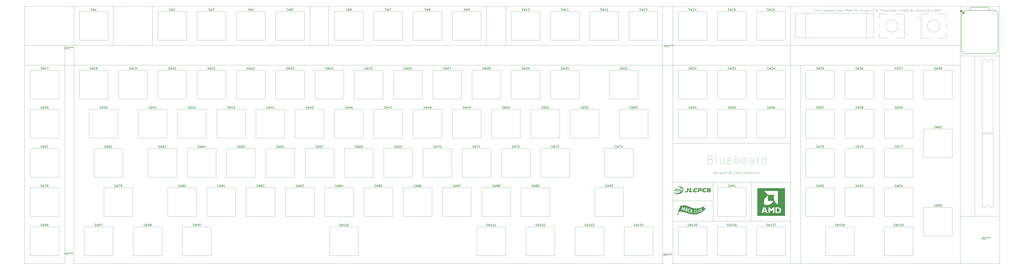
<source format=gbr>
%TF.GenerationSoftware,KiCad,Pcbnew,8.0.8*%
%TF.CreationDate,2025-11-12T22:54:25+00:00*%
%TF.ProjectId,Blueboard-Kicad,426c7565-626f-4617-9264-2d4b69636164,rev?*%
%TF.SameCoordinates,Original*%
%TF.FileFunction,Legend,Top*%
%TF.FilePolarity,Positive*%
%FSLAX46Y46*%
G04 Gerber Fmt 4.6, Leading zero omitted, Abs format (unit mm)*
G04 Created by KiCad (PCBNEW 8.0.8) date 2025-11-12 22:54:25*
%MOMM*%
%LPD*%
G01*
G04 APERTURE LIST*
%ADD10C,0.100000*%
%ADD11C,0.000000*%
%ADD12C,0.125000*%
%ADD13C,0.150000*%
%ADD14C,0.120000*%
%ADD15C,0.040000*%
%ADD16C,0.504000*%
%ADD17C,0.127000*%
G04 APERTURE END LIST*
D10*
X397500000Y-227500000D02*
X378500000Y-227500000D01*
X360000000Y-227500000D02*
X378500000Y-227500000D01*
X378500000Y-208500000D02*
X378500000Y-227500000D01*
X360000000Y-227500000D02*
X360000000Y-208500000D01*
X340500000Y-227500000D02*
X360000000Y-227500000D01*
X340500000Y-217500000D02*
X359500000Y-217500000D01*
D11*
G36*
X344710493Y-212855587D02*
G01*
X344758083Y-212857260D01*
X344807232Y-212859831D01*
X344910352Y-212865750D01*
X344977735Y-212867651D01*
X345045124Y-212869367D01*
X345127227Y-212871841D01*
X345209285Y-212874866D01*
X345373373Y-212882287D01*
X345399831Y-212935203D01*
X345328210Y-213033231D01*
X345256446Y-213127049D01*
X345183503Y-213217042D01*
X345146266Y-213260725D01*
X345108345Y-213303596D01*
X345069611Y-213345703D01*
X345029935Y-213387095D01*
X344989187Y-213427820D01*
X344947237Y-213467926D01*
X344903956Y-213507460D01*
X344859214Y-213546472D01*
X344812882Y-213585009D01*
X344764831Y-213623120D01*
X344701992Y-213672109D01*
X344583666Y-213755087D01*
X344459844Y-213833109D01*
X344331067Y-213905945D01*
X344197875Y-213973363D01*
X344060809Y-214035133D01*
X343920411Y-214091023D01*
X343777220Y-214140803D01*
X343631778Y-214184242D01*
X343484625Y-214221108D01*
X343336303Y-214251170D01*
X343187352Y-214274199D01*
X343038313Y-214289962D01*
X342889726Y-214298229D01*
X342742133Y-214298768D01*
X342596074Y-214291349D01*
X342452091Y-214275741D01*
X342365348Y-214260068D01*
X342279420Y-214241942D01*
X342194459Y-214221220D01*
X342110612Y-214197756D01*
X342028030Y-214171405D01*
X341946863Y-214142023D01*
X341867259Y-214109464D01*
X341789368Y-214073584D01*
X341713341Y-214034238D01*
X341639326Y-213991280D01*
X341567473Y-213944566D01*
X341497931Y-213893950D01*
X341430851Y-213839289D01*
X341366381Y-213780436D01*
X341304672Y-213717248D01*
X341245873Y-213649578D01*
X341222944Y-213615070D01*
X341201515Y-213580680D01*
X341181543Y-213546330D01*
X341162983Y-213511940D01*
X341145789Y-213477431D01*
X341129919Y-213442726D01*
X341115327Y-213407744D01*
X341101969Y-213372408D01*
X341089801Y-213336638D01*
X341078778Y-213300357D01*
X341068857Y-213263484D01*
X341059991Y-213225941D01*
X341052138Y-213187649D01*
X341045252Y-213148530D01*
X341039290Y-213108505D01*
X341034206Y-213067495D01*
X341062112Y-213094918D01*
X341088865Y-213122675D01*
X341114627Y-213150843D01*
X341139562Y-213179504D01*
X341163833Y-213208736D01*
X341187604Y-213238620D01*
X341211037Y-213269234D01*
X341234297Y-213300659D01*
X341277073Y-213351339D01*
X341322372Y-213398947D01*
X341370043Y-213443538D01*
X341419936Y-213485167D01*
X341471901Y-213523887D01*
X341525786Y-213559755D01*
X341581443Y-213592823D01*
X341638719Y-213623147D01*
X341697464Y-213650782D01*
X341757529Y-213675782D01*
X341818762Y-213698201D01*
X341881013Y-213718094D01*
X341944132Y-213735515D01*
X342007967Y-213750520D01*
X342072370Y-213763163D01*
X342137188Y-213773498D01*
X342268747Y-213783193D01*
X342401210Y-213787220D01*
X342534196Y-213785526D01*
X342667326Y-213778055D01*
X342800220Y-213764755D01*
X342932498Y-213745572D01*
X343063781Y-213720451D01*
X343193689Y-213689338D01*
X343321842Y-213652181D01*
X343447861Y-213608924D01*
X343571366Y-213559515D01*
X343691978Y-213503898D01*
X343809316Y-213442021D01*
X343923000Y-213373830D01*
X344032653Y-213299269D01*
X344137892Y-213218287D01*
X344161692Y-213196403D01*
X344180037Y-213179082D01*
X344187567Y-213171630D01*
X344194214Y-213164715D01*
X344200140Y-213158134D01*
X344205506Y-213151688D01*
X344210472Y-213145173D01*
X344215198Y-213138389D01*
X344219846Y-213131135D01*
X344224575Y-213123208D01*
X344229547Y-213114408D01*
X344234922Y-213104532D01*
X344247524Y-213080750D01*
X344263271Y-213056568D01*
X344279293Y-213034114D01*
X344295593Y-213013327D01*
X344312177Y-212994148D01*
X344329049Y-212976517D01*
X344346214Y-212960373D01*
X344363676Y-212945656D01*
X344381441Y-212932307D01*
X344399511Y-212920264D01*
X344417893Y-212909469D01*
X344436591Y-212899860D01*
X344455608Y-212891378D01*
X344474951Y-212883962D01*
X344494624Y-212877553D01*
X344514631Y-212872090D01*
X344534976Y-212867513D01*
X344555666Y-212863762D01*
X344576703Y-212860777D01*
X344619840Y-212856865D01*
X344664424Y-212855296D01*
X344710493Y-212855587D01*
G37*
G36*
X343150137Y-211654915D02*
G01*
X343180243Y-211656635D01*
X343209429Y-211659366D01*
X343237778Y-211663149D01*
X343265371Y-211668025D01*
X343292293Y-211674037D01*
X343318626Y-211681226D01*
X343344452Y-211689633D01*
X343369855Y-211699301D01*
X343394918Y-211710271D01*
X343419723Y-211722585D01*
X343444354Y-211736283D01*
X343468893Y-211751409D01*
X343493422Y-211768003D01*
X343518026Y-211786107D01*
X343542787Y-211805763D01*
X343558971Y-211826363D01*
X343573715Y-211846650D01*
X343587061Y-211866720D01*
X343599056Y-211886670D01*
X343609741Y-211906594D01*
X343619163Y-211926588D01*
X343627364Y-211946747D01*
X343634390Y-211967167D01*
X343640285Y-211987943D01*
X343645092Y-212009171D01*
X343648856Y-212030946D01*
X343651622Y-212053364D01*
X343653433Y-212076521D01*
X343654333Y-212100511D01*
X343654368Y-212125431D01*
X343653581Y-212151375D01*
X343647882Y-212183575D01*
X343640253Y-212214553D01*
X343630797Y-212244382D01*
X343619619Y-212273137D01*
X343606822Y-212300892D01*
X343592512Y-212327722D01*
X343576790Y-212353701D01*
X343559763Y-212378903D01*
X343541533Y-212403402D01*
X343522205Y-212427274D01*
X343501882Y-212450592D01*
X343480670Y-212473430D01*
X343458671Y-212495864D01*
X343435990Y-212517967D01*
X343388998Y-212561479D01*
X343361353Y-212580182D01*
X343334182Y-212596809D01*
X343307369Y-212611464D01*
X343280801Y-212624254D01*
X343254362Y-212635284D01*
X343227937Y-212644659D01*
X343201411Y-212652486D01*
X343174670Y-212658868D01*
X343147598Y-212663913D01*
X343120082Y-212667725D01*
X343092006Y-212670410D01*
X343063255Y-212672073D01*
X343033714Y-212672820D01*
X343003269Y-212672757D01*
X342971804Y-212671988D01*
X342939206Y-212670620D01*
X342859831Y-212644161D01*
X342813529Y-212655737D01*
X342797515Y-212659567D01*
X342781844Y-212662963D01*
X342766463Y-212665934D01*
X342751319Y-212668492D01*
X342736360Y-212670645D01*
X342721531Y-212672405D01*
X342706781Y-212673782D01*
X342692056Y-212674786D01*
X342677302Y-212675427D01*
X342662468Y-212675716D01*
X342647500Y-212675662D01*
X342632344Y-212675276D01*
X342601259Y-212673551D01*
X342568789Y-212670620D01*
X342543029Y-212652998D01*
X342532396Y-212645563D01*
X342523004Y-212638787D01*
X342514658Y-212632476D01*
X342507165Y-212626436D01*
X342500331Y-212620474D01*
X342493962Y-212614396D01*
X342487864Y-212608007D01*
X342481844Y-212601115D01*
X342475707Y-212593525D01*
X342469260Y-212585044D01*
X342462310Y-212575477D01*
X342454662Y-212564631D01*
X342436498Y-212538328D01*
X342432346Y-212509844D01*
X342429478Y-212482737D01*
X342427903Y-212456855D01*
X342427631Y-212432047D01*
X342428222Y-212418483D01*
X342626687Y-212418483D01*
X342627079Y-212436753D01*
X342628321Y-212455646D01*
X342633298Y-212473880D01*
X342635432Y-212481363D01*
X342637421Y-212487919D01*
X342639332Y-212493669D01*
X342641234Y-212498733D01*
X342643193Y-212503233D01*
X342645278Y-212507290D01*
X342647556Y-212511025D01*
X342650096Y-212514559D01*
X342652965Y-212518013D01*
X342656231Y-212521509D01*
X342659962Y-212525167D01*
X342664226Y-212529109D01*
X342674623Y-212538328D01*
X342709096Y-212541766D01*
X342724899Y-212542862D01*
X342739913Y-212543471D01*
X342754266Y-212543542D01*
X342768082Y-212543022D01*
X342781488Y-212541857D01*
X342794610Y-212539996D01*
X342807574Y-212537384D01*
X342820506Y-212533971D01*
X342833532Y-212529701D01*
X342846777Y-212524524D01*
X342860369Y-212518386D01*
X342874432Y-212511235D01*
X342889094Y-212503017D01*
X342904479Y-212493680D01*
X342922161Y-212475716D01*
X342938680Y-212458259D01*
X342954043Y-212441167D01*
X342968258Y-212424300D01*
X342981330Y-212407514D01*
X342993267Y-212390669D01*
X343004074Y-212373623D01*
X343013760Y-212356233D01*
X343022330Y-212338358D01*
X343029792Y-212319857D01*
X343036151Y-212300588D01*
X343041415Y-212280408D01*
X343045591Y-212259177D01*
X343048685Y-212236752D01*
X343050704Y-212212992D01*
X343051654Y-212187755D01*
X343053128Y-212156757D01*
X343053579Y-212144093D01*
X343053775Y-212133073D01*
X343053667Y-212123513D01*
X343053207Y-212115229D01*
X343052347Y-212108038D01*
X343051037Y-212101754D01*
X343049230Y-212096194D01*
X343046877Y-212091174D01*
X343043929Y-212086509D01*
X343040339Y-212082016D01*
X343036058Y-212077511D01*
X343031036Y-212072809D01*
X343018581Y-212062078D01*
X342992416Y-212059091D01*
X342967566Y-212057623D01*
X342943930Y-212057668D01*
X342921407Y-212059225D01*
X342899894Y-212062289D01*
X342879292Y-212066855D01*
X342859499Y-212072921D01*
X342840414Y-212080483D01*
X342821936Y-212089537D01*
X342803963Y-212100079D01*
X342786395Y-212112105D01*
X342769130Y-212125612D01*
X342752068Y-212140596D01*
X342735106Y-212157052D01*
X342718144Y-212174978D01*
X342701081Y-212194370D01*
X342691326Y-212210238D01*
X342682189Y-212225887D01*
X342673684Y-212241378D01*
X342665829Y-212256770D01*
X342658641Y-212272124D01*
X342652136Y-212287500D01*
X342646331Y-212302957D01*
X342641243Y-212318555D01*
X342636887Y-212334356D01*
X342633281Y-212350418D01*
X342630442Y-212366801D01*
X342628385Y-212383567D01*
X342627128Y-212400774D01*
X342626687Y-212418483D01*
X342428222Y-212418483D01*
X342428672Y-212408164D01*
X342431033Y-212385053D01*
X342434726Y-212362564D01*
X342439759Y-212340546D01*
X342446143Y-212318849D01*
X342453885Y-212297320D01*
X342462996Y-212275811D01*
X342473485Y-212254169D01*
X342485362Y-212232244D01*
X342498636Y-212209885D01*
X342513316Y-212186940D01*
X342529412Y-212163261D01*
X342547775Y-212141288D01*
X342566375Y-212120165D01*
X342585275Y-212099922D01*
X342604534Y-212080587D01*
X342624217Y-212062187D01*
X342644383Y-212044753D01*
X342665096Y-212028312D01*
X342686417Y-212012894D01*
X342708407Y-211998526D01*
X342731129Y-211985239D01*
X342754645Y-211973059D01*
X342779016Y-211962016D01*
X342804304Y-211952139D01*
X342830571Y-211943456D01*
X342857879Y-211935995D01*
X342886289Y-211929787D01*
X342911337Y-211931132D01*
X342936276Y-211932819D01*
X342961137Y-211934818D01*
X342985947Y-211937100D01*
X343035527Y-211942401D01*
X343085244Y-211948493D01*
X343116773Y-211951764D01*
X343148108Y-211954170D01*
X343179320Y-211955813D01*
X343210483Y-211956799D01*
X343241668Y-211957232D01*
X343272948Y-211957214D01*
X343336081Y-211956245D01*
X343333370Y-211982792D01*
X343329640Y-212008655D01*
X343324948Y-212033903D01*
X343319353Y-212058606D01*
X343312912Y-212082832D01*
X343305683Y-212106651D01*
X343297724Y-212130131D01*
X343289092Y-212153342D01*
X343279845Y-212176353D01*
X343270041Y-212199232D01*
X343248994Y-212244873D01*
X343226411Y-212290817D01*
X343202756Y-212337617D01*
X343197958Y-212350901D01*
X343193808Y-212363268D01*
X343190308Y-212374846D01*
X343187457Y-212385764D01*
X343185254Y-212396149D01*
X343183700Y-212406130D01*
X343182793Y-212415834D01*
X343182535Y-212425389D01*
X343182926Y-212434925D01*
X343183964Y-212444568D01*
X343185649Y-212454448D01*
X343187983Y-212464692D01*
X343190963Y-212475428D01*
X343194592Y-212486784D01*
X343198867Y-212498889D01*
X343203789Y-212511870D01*
X343235596Y-212495414D01*
X343248706Y-212488438D01*
X343260264Y-212482036D01*
X343270502Y-212476017D01*
X343279653Y-212470186D01*
X343287950Y-212464348D01*
X343295625Y-212458312D01*
X343302910Y-212451881D01*
X343310039Y-212444864D01*
X343317243Y-212437066D01*
X343324756Y-212428293D01*
X343332809Y-212418351D01*
X343341636Y-212407048D01*
X343362539Y-212379578D01*
X343415456Y-212379578D01*
X343437366Y-212319949D01*
X343447235Y-212291445D01*
X343456194Y-212263620D01*
X343464103Y-212236330D01*
X343470823Y-212209429D01*
X343476214Y-212182770D01*
X343480137Y-212156210D01*
X343482452Y-212129602D01*
X343483020Y-212102800D01*
X343481700Y-212075660D01*
X343478355Y-212048036D01*
X343472843Y-212019782D01*
X343465025Y-211990752D01*
X343454762Y-211960803D01*
X343441914Y-211929787D01*
X343437447Y-211922765D01*
X343433014Y-211916147D01*
X343428605Y-211909917D01*
X343424209Y-211904056D01*
X343419816Y-211898548D01*
X343415417Y-211893374D01*
X343411000Y-211888517D01*
X343406556Y-211883960D01*
X343402074Y-211879685D01*
X343397544Y-211875674D01*
X343392956Y-211871911D01*
X343388300Y-211868377D01*
X343383564Y-211865056D01*
X343378740Y-211861929D01*
X343373816Y-211858979D01*
X343368782Y-211856189D01*
X343358346Y-211851018D01*
X343347348Y-211846276D01*
X343335706Y-211841823D01*
X343323339Y-211837519D01*
X343264974Y-211818992D01*
X343222474Y-211810556D01*
X343180263Y-211803825D01*
X343138338Y-211798831D01*
X343096697Y-211795606D01*
X343055339Y-211794183D01*
X343014260Y-211794593D01*
X342973459Y-211796869D01*
X342932934Y-211801043D01*
X342892683Y-211807147D01*
X342852702Y-211815214D01*
X342812991Y-211825276D01*
X342773547Y-211837365D01*
X342734368Y-211851513D01*
X342695452Y-211867753D01*
X342656796Y-211886116D01*
X342618399Y-211906636D01*
X342592055Y-211925016D01*
X342566948Y-211944052D01*
X342543030Y-211963756D01*
X342520255Y-211984136D01*
X342498577Y-212005204D01*
X342477948Y-212026969D01*
X342458321Y-212049444D01*
X342439651Y-212072637D01*
X342421889Y-212096559D01*
X342404990Y-212121222D01*
X342388907Y-212146635D01*
X342373593Y-212172808D01*
X342359000Y-212199753D01*
X342345083Y-212227480D01*
X342331795Y-212255999D01*
X342319089Y-212285320D01*
X342311153Y-212341696D01*
X342308223Y-212368962D01*
X342306125Y-212395685D01*
X342304961Y-212421920D01*
X342304836Y-212447721D01*
X342305854Y-212473141D01*
X342308118Y-212498236D01*
X342311733Y-212523059D01*
X342316803Y-212547665D01*
X342323430Y-212572108D01*
X342331720Y-212596441D01*
X342341776Y-212620720D01*
X342353702Y-212644999D01*
X342367603Y-212669331D01*
X342383581Y-212693771D01*
X342419974Y-212718132D01*
X342456755Y-212739983D01*
X342493936Y-212759410D01*
X342531528Y-212776495D01*
X342569541Y-212791323D01*
X342607986Y-212803977D01*
X342646873Y-212814540D01*
X342686215Y-212823097D01*
X342726021Y-212829732D01*
X342766303Y-212834527D01*
X342807070Y-212837567D01*
X342848335Y-212838936D01*
X342890108Y-212838717D01*
X342932399Y-212836993D01*
X342975220Y-212833850D01*
X343018581Y-212829370D01*
X343068987Y-212815041D01*
X343118349Y-212799185D01*
X343166838Y-212781866D01*
X343214627Y-212763149D01*
X343261888Y-212743097D01*
X343308794Y-212721775D01*
X343355516Y-212699248D01*
X343402227Y-212675581D01*
X343424215Y-212665262D01*
X343433417Y-212661188D01*
X343441708Y-212657830D01*
X343449301Y-212655179D01*
X343452902Y-212654116D01*
X343456410Y-212653227D01*
X343459849Y-212652512D01*
X343463247Y-212651969D01*
X343466631Y-212651597D01*
X343470026Y-212651396D01*
X343473461Y-212651365D01*
X343476961Y-212651502D01*
X343480552Y-212651806D01*
X343484263Y-212652278D01*
X343492147Y-212653718D01*
X343500825Y-212655815D01*
X343510511Y-212658560D01*
X343521418Y-212661948D01*
X343547748Y-212670620D01*
X343542551Y-212684916D01*
X343537390Y-212698044D01*
X343532185Y-212710113D01*
X343526856Y-212721234D01*
X343521322Y-212731516D01*
X343515502Y-212741069D01*
X343509317Y-212750001D01*
X343502686Y-212758424D01*
X343495528Y-212766445D01*
X343487763Y-212774176D01*
X343479311Y-212781725D01*
X343470092Y-212789202D01*
X343460025Y-212796717D01*
X343449029Y-212804380D01*
X343437024Y-212812299D01*
X343423931Y-212820585D01*
X343339388Y-212860789D01*
X343255259Y-212901614D01*
X343207648Y-212920303D01*
X343158032Y-212936306D01*
X343106689Y-212949672D01*
X343053896Y-212960452D01*
X342999933Y-212968696D01*
X342945078Y-212974455D01*
X342889609Y-212977778D01*
X342833805Y-212978715D01*
X342777943Y-212977317D01*
X342722303Y-212973635D01*
X342667162Y-212967717D01*
X342612799Y-212959615D01*
X342559493Y-212949379D01*
X342507521Y-212937059D01*
X342457163Y-212922705D01*
X342408696Y-212906368D01*
X342389535Y-212897107D01*
X342371341Y-212887661D01*
X342354041Y-212877980D01*
X342337560Y-212868016D01*
X342321824Y-212857721D01*
X342306761Y-212847045D01*
X342292296Y-212835940D01*
X342278356Y-212824357D01*
X342264867Y-212812248D01*
X342251754Y-212799563D01*
X342238946Y-212786255D01*
X342226367Y-212772275D01*
X342213944Y-212757573D01*
X342201604Y-212742101D01*
X342189272Y-212725811D01*
X342176875Y-212708654D01*
X342166206Y-212675366D01*
X342157077Y-212641753D01*
X342149498Y-212607869D01*
X342143475Y-212573767D01*
X342139018Y-212539503D01*
X342136134Y-212505129D01*
X342134831Y-212470699D01*
X342135117Y-212436266D01*
X342137000Y-212401886D01*
X342140489Y-212367611D01*
X342145591Y-212333495D01*
X342152314Y-212299593D01*
X342160667Y-212265957D01*
X342170657Y-212232641D01*
X342182293Y-212199701D01*
X342195582Y-212167188D01*
X342220427Y-212124439D01*
X342246393Y-212082973D01*
X342273534Y-212042863D01*
X342301904Y-212004183D01*
X342331556Y-211967008D01*
X342362545Y-211931412D01*
X342394923Y-211897468D01*
X342428744Y-211865250D01*
X342464063Y-211834833D01*
X342500932Y-211806290D01*
X342539406Y-211779695D01*
X342579537Y-211755123D01*
X342621381Y-211732647D01*
X342664990Y-211712341D01*
X342710418Y-211694279D01*
X342757718Y-211678536D01*
X342795705Y-211672452D01*
X342833554Y-211667535D01*
X342871333Y-211663656D01*
X342909111Y-211660684D01*
X342946955Y-211658490D01*
X342984936Y-211656945D01*
X343061576Y-211655281D01*
X343119027Y-211654164D01*
X343150137Y-211654915D01*
G37*
G36*
X344090208Y-211500000D02*
G01*
X344109067Y-211500586D01*
X344133138Y-211501492D01*
X344206105Y-211503663D01*
X344262123Y-211506453D01*
X344269128Y-211526400D01*
X344274576Y-211546171D01*
X344278579Y-211565792D01*
X344281250Y-211585291D01*
X344282702Y-211604693D01*
X344283049Y-211624026D01*
X344282405Y-211643316D01*
X344280881Y-211662590D01*
X344278592Y-211681874D01*
X344275651Y-211701196D01*
X344268266Y-211740058D01*
X344250650Y-211819406D01*
X344238080Y-211879459D01*
X344217979Y-211974102D01*
X344197630Y-212068693D01*
X344170500Y-212197264D01*
X344103372Y-212511870D01*
X344632539Y-212511870D01*
X344632436Y-212573158D01*
X344631712Y-212620184D01*
X344630924Y-212639317D01*
X344629749Y-212656047D01*
X344628108Y-212670762D01*
X344625925Y-212683849D01*
X344623121Y-212695696D01*
X344619620Y-212706690D01*
X344615344Y-212717219D01*
X344610215Y-212727671D01*
X344604156Y-212738432D01*
X344597089Y-212749891D01*
X344579623Y-212776453D01*
X344553673Y-212779565D01*
X344532965Y-212781894D01*
X344515426Y-212783542D01*
X344498981Y-212784612D01*
X344481558Y-212785204D01*
X344461083Y-212785421D01*
X344402682Y-212785135D01*
X344349901Y-212784985D01*
X344294655Y-212784577D01*
X344239411Y-212783895D01*
X344154754Y-212783024D01*
X344070093Y-212782654D01*
X343909824Y-212781092D01*
X343858563Y-212779617D01*
X343821283Y-212777169D01*
X343806651Y-212775461D01*
X343794033Y-212773366D01*
X343782934Y-212770836D01*
X343772862Y-212767824D01*
X343753820Y-212760161D01*
X343732956Y-212749995D01*
X343745882Y-212633835D01*
X343753233Y-212576115D01*
X343761236Y-212518559D01*
X343769935Y-212461110D01*
X343779374Y-212403710D01*
X343789598Y-212346304D01*
X343800652Y-212288834D01*
X343812615Y-212228140D01*
X343837633Y-212102618D01*
X343875428Y-211910356D01*
X343899871Y-211787780D01*
X343911068Y-211729903D01*
X343917901Y-211697830D01*
X343925042Y-211668146D01*
X343928858Y-211654011D01*
X343932905Y-211640248D01*
X343937237Y-211626781D01*
X343941904Y-211613534D01*
X343946959Y-211600432D01*
X343952453Y-211587400D01*
X343958438Y-211574362D01*
X343964966Y-211561244D01*
X343972088Y-211547969D01*
X343979857Y-211534463D01*
X343988323Y-211520649D01*
X343997539Y-211506453D01*
X344018491Y-211503900D01*
X344035121Y-211502015D01*
X344049019Y-211500741D01*
X344061773Y-211500019D01*
X344074973Y-211499792D01*
X344090208Y-211500000D01*
G37*
G36*
X342000000Y-211500000D02*
G01*
X342018858Y-211500586D01*
X342042930Y-211501492D01*
X342115897Y-211503663D01*
X342171914Y-211506453D01*
X342179060Y-211536353D01*
X342184339Y-211566033D01*
X342187893Y-211595523D01*
X342189863Y-211624851D01*
X342190390Y-211654047D01*
X342189615Y-211683140D01*
X342187678Y-211712158D01*
X342184722Y-211741131D01*
X342180886Y-211770088D01*
X342176313Y-211799058D01*
X342165514Y-211857151D01*
X342141264Y-211974771D01*
X342133485Y-212014997D01*
X342125949Y-212055259D01*
X342111298Y-212135872D01*
X342093223Y-212224043D01*
X342083089Y-212267275D01*
X342071977Y-212309826D01*
X342059702Y-212351612D01*
X342046078Y-212392549D01*
X342030920Y-212432553D01*
X342014042Y-212471541D01*
X341995260Y-212509428D01*
X341974388Y-212546130D01*
X341951240Y-212581564D01*
X341925632Y-212615645D01*
X341897377Y-212648290D01*
X341866291Y-212679414D01*
X341832188Y-212708934D01*
X341794883Y-212736766D01*
X341766229Y-212749737D01*
X341737232Y-212761362D01*
X341707928Y-212771619D01*
X341678353Y-212780490D01*
X341648542Y-212787954D01*
X341618532Y-212793991D01*
X341588358Y-212798582D01*
X341558057Y-212801705D01*
X341527662Y-212803342D01*
X341497212Y-212803472D01*
X341466741Y-212802075D01*
X341436284Y-212799132D01*
X341405879Y-212794622D01*
X341375560Y-212788525D01*
X341345364Y-212780822D01*
X341315326Y-212771492D01*
X341284711Y-212757266D01*
X341270075Y-212749959D01*
X341255867Y-212742453D01*
X341242073Y-212734696D01*
X341228679Y-212726634D01*
X341215670Y-212718215D01*
X341203032Y-212709386D01*
X341190751Y-212700096D01*
X341178813Y-212690290D01*
X341167203Y-212679918D01*
X341155908Y-212668925D01*
X341144912Y-212657260D01*
X341134202Y-212644870D01*
X341123763Y-212631701D01*
X341113581Y-212617703D01*
X341113090Y-212599591D01*
X341113000Y-212592065D01*
X341113064Y-212585354D01*
X341113323Y-212579301D01*
X341113814Y-212573752D01*
X341114576Y-212568552D01*
X341115648Y-212563546D01*
X341117069Y-212558579D01*
X341118878Y-212553495D01*
X341121113Y-212548140D01*
X341123813Y-212542359D01*
X341127017Y-212535996D01*
X341130763Y-212528897D01*
X341140039Y-212511870D01*
X341163380Y-212493721D01*
X341174405Y-212485423D01*
X341185136Y-212477678D01*
X341195677Y-212470511D01*
X341206131Y-212463950D01*
X341216601Y-212458022D01*
X341227190Y-212452751D01*
X341238001Y-212448165D01*
X341249137Y-212444291D01*
X341254859Y-212442628D01*
X341260702Y-212441154D01*
X341266677Y-212439870D01*
X341272797Y-212438780D01*
X341279077Y-212437889D01*
X341285528Y-212437198D01*
X341292163Y-212436711D01*
X341298995Y-212436432D01*
X341306038Y-212436363D01*
X341313303Y-212436509D01*
X341328555Y-212437456D01*
X341345085Y-212444655D01*
X341358476Y-212450711D01*
X341364466Y-212453582D01*
X341370239Y-212456495D01*
X341375982Y-212459558D01*
X341381885Y-212462881D01*
X341388137Y-212466571D01*
X341394927Y-212470739D01*
X341410876Y-212480942D01*
X341431243Y-212494361D01*
X341457539Y-212511870D01*
X341514598Y-212506734D01*
X341535012Y-212504572D01*
X341552910Y-212502266D01*
X341570462Y-212499507D01*
X341589839Y-212495985D01*
X341642748Y-212485412D01*
X341656830Y-212450945D01*
X341669972Y-212416454D01*
X341682234Y-212381922D01*
X341693679Y-212347331D01*
X341714367Y-212277906D01*
X341732532Y-212208044D01*
X341748673Y-212137610D01*
X341763287Y-212066467D01*
X341789922Y-211921518D01*
X341806381Y-211829046D01*
X341823098Y-211736620D01*
X341837523Y-211654629D01*
X341843202Y-211631764D01*
X341845703Y-211622208D01*
X341848115Y-211613613D01*
X341850540Y-211605763D01*
X341853081Y-211598439D01*
X341855839Y-211591426D01*
X341858917Y-211584506D01*
X341862418Y-211577463D01*
X341866443Y-211570078D01*
X341871094Y-211562135D01*
X341876475Y-211553417D01*
X341889831Y-211532788D01*
X341907331Y-211506453D01*
X341928283Y-211503900D01*
X341944913Y-211502015D01*
X341958810Y-211500741D01*
X341971565Y-211500019D01*
X341984765Y-211499792D01*
X342000000Y-211500000D01*
G37*
G36*
X345589617Y-211480579D02*
G01*
X345637983Y-211485117D01*
X345686318Y-211493259D01*
X345734733Y-211504907D01*
X345783339Y-211519962D01*
X345832249Y-211538326D01*
X345881574Y-211559901D01*
X345931425Y-211584587D01*
X345981914Y-211612286D01*
X345977879Y-211630442D01*
X345973615Y-211647500D01*
X345969050Y-211663557D01*
X345964113Y-211678705D01*
X345958730Y-211693040D01*
X345952831Y-211706655D01*
X345946344Y-211719644D01*
X345939196Y-211732103D01*
X345931316Y-211744124D01*
X345922632Y-211755803D01*
X345913073Y-211767233D01*
X345902566Y-211778508D01*
X345891039Y-211789724D01*
X345878421Y-211800974D01*
X345864639Y-211812352D01*
X345849623Y-211823953D01*
X345811981Y-211821245D01*
X345783146Y-211818662D01*
X345771449Y-211817222D01*
X345761256Y-211815582D01*
X345752334Y-211813662D01*
X345744451Y-211811385D01*
X345737373Y-211808675D01*
X345730870Y-211805453D01*
X345724708Y-211801642D01*
X345718654Y-211797164D01*
X345712476Y-211791942D01*
X345705941Y-211785899D01*
X345690872Y-211771037D01*
X345643877Y-211766382D01*
X345620980Y-211764759D01*
X345598421Y-211763669D01*
X345576153Y-211763157D01*
X345554130Y-211763271D01*
X345532304Y-211764057D01*
X345510628Y-211765561D01*
X345489055Y-211767831D01*
X345467539Y-211770913D01*
X345446032Y-211774854D01*
X345424487Y-211779700D01*
X345402857Y-211785498D01*
X345381097Y-211792295D01*
X345359157Y-211800137D01*
X345336992Y-211809070D01*
X345313611Y-211832948D01*
X345292018Y-211857179D01*
X345272164Y-211881804D01*
X345254000Y-211906862D01*
X345237478Y-211932392D01*
X345222548Y-211958433D01*
X345209163Y-211985024D01*
X345197273Y-212012204D01*
X345186829Y-212040013D01*
X345177784Y-212068489D01*
X345170087Y-212097671D01*
X345163690Y-212127600D01*
X345158545Y-212158313D01*
X345154602Y-212189851D01*
X345151814Y-212222252D01*
X345150130Y-212255555D01*
X345150388Y-212274110D01*
X345151132Y-212291654D01*
X345152415Y-212308284D01*
X345154285Y-212324098D01*
X345156796Y-212339191D01*
X345159995Y-212353662D01*
X345163936Y-212367606D01*
X345168667Y-212381120D01*
X345174240Y-212394303D01*
X345180706Y-212407249D01*
X345188115Y-212420058D01*
X345196518Y-212432824D01*
X345205965Y-212445646D01*
X345216508Y-212458620D01*
X345228196Y-212471843D01*
X345241081Y-212485412D01*
X345271962Y-212495544D01*
X345302622Y-212503252D01*
X345333076Y-212508671D01*
X345363339Y-212511936D01*
X345393427Y-212513183D01*
X345423357Y-212512547D01*
X345453142Y-212510165D01*
X345482800Y-212506171D01*
X345512346Y-212500702D01*
X345541795Y-212493893D01*
X345571162Y-212485880D01*
X345600464Y-212476798D01*
X345629717Y-212466782D01*
X345658935Y-212455970D01*
X345717331Y-212432495D01*
X345735443Y-212447894D01*
X345749680Y-212460193D01*
X345761282Y-212470632D01*
X345766482Y-212475541D01*
X345771488Y-212480450D01*
X345776455Y-212485515D01*
X345781539Y-212490889D01*
X345792675Y-212503188D01*
X345806137Y-212518588D01*
X345823164Y-212538328D01*
X345824198Y-212555898D01*
X345824501Y-212563210D01*
X345824611Y-212569747D01*
X345824488Y-212575664D01*
X345824094Y-212581116D01*
X345823390Y-212586258D01*
X345822337Y-212591245D01*
X345820897Y-212596232D01*
X345819030Y-212601373D01*
X345816698Y-212606825D01*
X345813862Y-212612742D01*
X345810484Y-212619279D01*
X345806524Y-212626591D01*
X345796706Y-212644161D01*
X345767005Y-212667662D01*
X345737219Y-212688987D01*
X345707293Y-212708211D01*
X345677167Y-212725404D01*
X345646784Y-212740639D01*
X345616086Y-212753988D01*
X345585016Y-212765523D01*
X345553516Y-212775316D01*
X345521529Y-212783439D01*
X345488996Y-212789965D01*
X345455860Y-212794965D01*
X345422063Y-212798511D01*
X345387548Y-212800676D01*
X345352256Y-212801532D01*
X345316131Y-212801151D01*
X345279115Y-212799604D01*
X345248527Y-212795515D01*
X345219293Y-212790664D01*
X345191300Y-212784988D01*
X345164435Y-212778425D01*
X345138585Y-212770912D01*
X345113637Y-212762388D01*
X345089477Y-212752789D01*
X345065992Y-212742054D01*
X345043070Y-212730120D01*
X345020596Y-212716926D01*
X344998459Y-212702407D01*
X344976545Y-212686503D01*
X344954740Y-212669151D01*
X344932932Y-212650288D01*
X344911008Y-212629852D01*
X344888854Y-212607781D01*
X344873298Y-212582624D01*
X344859177Y-212557768D01*
X344846455Y-212533128D01*
X344835095Y-212508621D01*
X344825057Y-212484163D01*
X344816306Y-212459669D01*
X344808803Y-212435057D01*
X344802512Y-212410243D01*
X344797394Y-212385142D01*
X344793413Y-212359670D01*
X344790530Y-212333745D01*
X344788709Y-212307281D01*
X344787912Y-212280196D01*
X344788101Y-212252404D01*
X344789239Y-212223824D01*
X344791289Y-212194370D01*
X344802934Y-212145215D01*
X344816048Y-212098053D01*
X344830692Y-212052774D01*
X344846928Y-212009270D01*
X344864816Y-211967431D01*
X344884417Y-211927147D01*
X344905794Y-211888310D01*
X344929007Y-211850810D01*
X344954117Y-211814537D01*
X344981186Y-211779383D01*
X345010275Y-211745239D01*
X345041446Y-211711994D01*
X345074758Y-211679540D01*
X345110275Y-211647767D01*
X345148056Y-211616566D01*
X345188164Y-211585828D01*
X345240799Y-211557991D01*
X345292510Y-211534545D01*
X345343409Y-211515392D01*
X345393606Y-211500434D01*
X345443214Y-211489572D01*
X345492344Y-211482708D01*
X345541108Y-211479743D01*
X345589617Y-211480579D01*
G37*
G36*
X357479024Y-211364434D02*
G01*
X357500364Y-211365480D01*
X357544938Y-211368248D01*
X357567992Y-211369310D01*
X357591438Y-211369717D01*
X357662767Y-211369451D01*
X357812838Y-211369259D01*
X357926854Y-211368906D01*
X358040867Y-211368219D01*
X358186750Y-211368064D01*
X358255091Y-211367488D01*
X358296245Y-211368149D01*
X358337013Y-211369856D01*
X358377395Y-211372662D01*
X358417391Y-211376619D01*
X358457001Y-211381779D01*
X358496224Y-211388195D01*
X358535060Y-211395918D01*
X358573508Y-211405001D01*
X358611570Y-211415497D01*
X358649243Y-211427458D01*
X358686528Y-211440936D01*
X358723425Y-211455983D01*
X358759933Y-211472651D01*
X358796052Y-211490994D01*
X358831781Y-211511064D01*
X358867121Y-211532912D01*
X358887839Y-211555572D01*
X358906533Y-211577881D01*
X358923294Y-211599959D01*
X358938215Y-211621926D01*
X358951385Y-211643902D01*
X358962896Y-211666008D01*
X358972840Y-211688362D01*
X358981307Y-211711086D01*
X358988390Y-211734299D01*
X358994179Y-211758123D01*
X358998765Y-211782675D01*
X359002241Y-211808078D01*
X359004696Y-211834450D01*
X359006223Y-211861913D01*
X359006912Y-211890585D01*
X359006855Y-211920588D01*
X359003238Y-211945142D01*
X358998419Y-211968674D01*
X358992434Y-211991258D01*
X358985317Y-212012968D01*
X358977102Y-212033880D01*
X358967824Y-212054067D01*
X358957518Y-212073603D01*
X358946216Y-212092562D01*
X358933954Y-212111020D01*
X358920767Y-212129050D01*
X358906688Y-212146726D01*
X358891752Y-212164123D01*
X358875994Y-212181315D01*
X358859447Y-212198376D01*
X358842147Y-212215381D01*
X358824127Y-212232404D01*
X358803282Y-212246049D01*
X358794644Y-212251570D01*
X358786971Y-212256304D01*
X358780093Y-212260311D01*
X358773839Y-212263652D01*
X358768041Y-212266387D01*
X358762528Y-212268577D01*
X358757132Y-212270283D01*
X358751683Y-212271565D01*
X358746011Y-212272483D01*
X358739946Y-212273099D01*
X358733319Y-212273472D01*
X358725961Y-212273664D01*
X358708372Y-212273745D01*
X358708372Y-212353120D01*
X358754673Y-212354773D01*
X358768716Y-212361048D01*
X358781702Y-212367713D01*
X358793717Y-212374784D01*
X358804845Y-212382272D01*
X358815170Y-212390190D01*
X358824777Y-212398552D01*
X358833749Y-212407370D01*
X358842172Y-212416657D01*
X358850129Y-212426426D01*
X358857706Y-212436690D01*
X358864985Y-212447462D01*
X358872053Y-212458754D01*
X358878992Y-212470580D01*
X358885887Y-212482953D01*
X358899885Y-212509389D01*
X358908401Y-212534767D01*
X358915403Y-212559843D01*
X358920950Y-212584657D01*
X358925099Y-212609252D01*
X358927907Y-212633668D01*
X358929434Y-212657945D01*
X358929738Y-212682125D01*
X358928875Y-212706249D01*
X358926905Y-212730358D01*
X358923884Y-212754492D01*
X358919872Y-212778693D01*
X358914927Y-212803002D01*
X358909105Y-212827459D01*
X358902466Y-212852105D01*
X358895066Y-212876982D01*
X358886965Y-212902130D01*
X358863349Y-212943526D01*
X358838438Y-212982444D01*
X358812210Y-213018984D01*
X358784646Y-213053245D01*
X358755725Y-213085328D01*
X358725428Y-213115332D01*
X358693734Y-213143357D01*
X358660623Y-213169503D01*
X358626075Y-213193869D01*
X358590069Y-213216555D01*
X358552585Y-213237661D01*
X358513604Y-213257287D01*
X358473105Y-213275533D01*
X358431067Y-213292497D01*
X358387470Y-213308281D01*
X358342295Y-213322983D01*
X358296630Y-213332991D01*
X358250808Y-213341526D01*
X358204843Y-213348699D01*
X358158748Y-213354622D01*
X358112538Y-213359406D01*
X358066224Y-213363165D01*
X357973343Y-213368050D01*
X357880213Y-213370170D01*
X357786941Y-213370420D01*
X357600404Y-213368885D01*
X357470399Y-213368786D01*
X357340393Y-213369388D01*
X357175236Y-213369078D01*
X357096655Y-213369565D01*
X357024327Y-213368807D01*
X356960643Y-213368616D01*
X356909205Y-213358536D01*
X356891752Y-213332215D01*
X356884718Y-213321328D01*
X356878722Y-213311680D01*
X356873697Y-213303064D01*
X356869576Y-213295274D01*
X356866292Y-213288101D01*
X356863777Y-213281340D01*
X356861964Y-213274784D01*
X356860785Y-213268225D01*
X356860174Y-213261456D01*
X356860063Y-213254270D01*
X356860385Y-213246460D01*
X356861072Y-213237820D01*
X356863275Y-213217219D01*
X356882604Y-213143285D01*
X356904054Y-213059157D01*
X356928428Y-212967966D01*
X356952810Y-212873470D01*
X356956925Y-212857776D01*
X357622451Y-212857776D01*
X357622712Y-212882814D01*
X357623580Y-212908745D01*
X357724446Y-212911570D01*
X357825325Y-212913706D01*
X357882479Y-212915721D01*
X357905953Y-212915801D01*
X357928499Y-212915352D01*
X357950225Y-212914331D01*
X357971233Y-212912694D01*
X357991630Y-212910400D01*
X358011520Y-212907404D01*
X358031009Y-212903663D01*
X358050202Y-212899134D01*
X358069202Y-212893775D01*
X358088116Y-212887541D01*
X358107049Y-212880391D01*
X358126105Y-212872280D01*
X358145389Y-212863165D01*
X358165007Y-212853004D01*
X358185064Y-212841754D01*
X358205664Y-212829370D01*
X358226173Y-212812631D01*
X358234448Y-212805530D01*
X358241513Y-212799010D01*
X358244617Y-212795906D01*
X358247450Y-212792872D01*
X358250022Y-212789885D01*
X358252342Y-212786918D01*
X358254422Y-212783948D01*
X358256271Y-212780949D01*
X358257900Y-212777896D01*
X358259319Y-212774765D01*
X358260539Y-212771532D01*
X358261569Y-212768170D01*
X358262421Y-212764656D01*
X358263104Y-212760964D01*
X358263628Y-212757069D01*
X358264004Y-212752947D01*
X358264243Y-212748574D01*
X358264354Y-212743923D01*
X358264235Y-212733692D01*
X358263729Y-212722055D01*
X358261888Y-212693771D01*
X358258580Y-212617703D01*
X358235486Y-212604513D01*
X358212862Y-212592632D01*
X358190610Y-212582005D01*
X358168634Y-212572579D01*
X358146838Y-212564300D01*
X358125126Y-212557112D01*
X358103402Y-212550963D01*
X358081569Y-212545797D01*
X358059532Y-212541560D01*
X358037195Y-212538198D01*
X358014460Y-212535657D01*
X357991233Y-212533883D01*
X357967416Y-212532821D01*
X357942915Y-212532417D01*
X357917632Y-212532618D01*
X357891471Y-212533367D01*
X357836280Y-212534453D01*
X357769611Y-212536165D01*
X357702955Y-212538328D01*
X357682943Y-212593665D01*
X357663267Y-212649123D01*
X357640943Y-212711444D01*
X357637700Y-212724174D01*
X357634820Y-212736696D01*
X357632288Y-212749044D01*
X357630088Y-212761249D01*
X357628202Y-212773347D01*
X357626615Y-212785368D01*
X357625310Y-212797348D01*
X357624272Y-212809319D01*
X357622927Y-212833367D01*
X357622451Y-212857776D01*
X356956925Y-212857776D01*
X357031575Y-212573055D01*
X357083148Y-212374566D01*
X357161441Y-212074598D01*
X357834074Y-212074598D01*
X357834462Y-212094445D01*
X357835247Y-212114995D01*
X357872858Y-212116502D01*
X357910476Y-212117808D01*
X357985728Y-212119956D01*
X358070375Y-212122746D01*
X358091895Y-212120252D01*
X358112327Y-212116925D01*
X358131767Y-212112767D01*
X358150311Y-212107776D01*
X358168055Y-212101952D01*
X358185095Y-212095294D01*
X358201529Y-212087801D01*
X358217451Y-212079473D01*
X358232957Y-212070309D01*
X358248145Y-212060308D01*
X358263110Y-212049471D01*
X358277948Y-212037795D01*
X358292755Y-212025281D01*
X358307628Y-212011929D01*
X358322663Y-211997736D01*
X358337956Y-211982703D01*
X358336471Y-211960086D01*
X358335085Y-211942307D01*
X358334333Y-211934747D01*
X358333489Y-211927815D01*
X358332515Y-211921318D01*
X358331372Y-211915061D01*
X358330021Y-211908851D01*
X358328424Y-211902494D01*
X358326542Y-211895796D01*
X358324336Y-211888563D01*
X358318797Y-211871719D01*
X358311497Y-211850411D01*
X358296661Y-211843540D01*
X358281929Y-211837764D01*
X358267271Y-211832996D01*
X358252658Y-211829146D01*
X358238061Y-211826125D01*
X358223450Y-211823846D01*
X358208796Y-211822219D01*
X358194068Y-211821156D01*
X358179237Y-211820568D01*
X358164274Y-211820366D01*
X358133833Y-211820767D01*
X358070065Y-211822299D01*
X357967332Y-211823023D01*
X357888163Y-211823953D01*
X357879654Y-211842694D01*
X357871986Y-211860974D01*
X357865128Y-211878875D01*
X357859048Y-211896481D01*
X357853714Y-211913875D01*
X357849096Y-211931140D01*
X357845160Y-211948359D01*
X357841876Y-211965616D01*
X357839212Y-211982993D01*
X357837135Y-212000573D01*
X357835615Y-212018441D01*
X357834619Y-212036679D01*
X357834116Y-212055370D01*
X357834074Y-212074598D01*
X357161441Y-212074598D01*
X357182496Y-211993930D01*
X357216298Y-211863061D01*
X357249366Y-211732023D01*
X357313664Y-211469472D01*
X357317515Y-211456741D01*
X357321790Y-211445042D01*
X357326478Y-211434336D01*
X357331568Y-211424579D01*
X357337048Y-211415732D01*
X357342907Y-211407752D01*
X357349134Y-211400599D01*
X357355717Y-211394231D01*
X357362646Y-211388608D01*
X357369909Y-211383687D01*
X357377494Y-211379427D01*
X357385391Y-211375788D01*
X357393589Y-211372728D01*
X357402075Y-211370206D01*
X357410840Y-211368180D01*
X357419870Y-211366609D01*
X357429157Y-211365452D01*
X357438687Y-211364668D01*
X357458435Y-211364053D01*
X357479024Y-211364434D01*
G37*
G36*
X353081886Y-211364449D02*
G01*
X353103062Y-211365232D01*
X353147880Y-211367582D01*
X353171416Y-211368492D01*
X353195634Y-211368787D01*
X353266203Y-211368330D01*
X353414942Y-211367805D01*
X353527215Y-211367069D01*
X353639483Y-211365893D01*
X353859279Y-211365032D01*
X354027508Y-211367116D01*
X354095636Y-211370069D01*
X354154893Y-211374724D01*
X354206619Y-211381405D01*
X354252155Y-211390433D01*
X354292841Y-211402131D01*
X354330016Y-211416821D01*
X354365022Y-211434825D01*
X354399199Y-211456465D01*
X354433886Y-211482063D01*
X354470424Y-211511941D01*
X354554414Y-211585828D01*
X354574496Y-211615001D01*
X354592222Y-211644322D01*
X354607714Y-211673825D01*
X354621091Y-211703541D01*
X354632472Y-211733503D01*
X354641977Y-211763743D01*
X354649727Y-211794293D01*
X354655842Y-211825186D01*
X354660440Y-211856454D01*
X354663642Y-211888129D01*
X354665568Y-211920243D01*
X354666337Y-211952829D01*
X354666070Y-211985920D01*
X354664886Y-212019546D01*
X354662905Y-212053741D01*
X354660247Y-212088537D01*
X354649798Y-212128440D01*
X354637749Y-212166355D01*
X354624103Y-212202400D01*
X354608862Y-212236691D01*
X354592030Y-212269344D01*
X354573608Y-212300476D01*
X354553599Y-212330202D01*
X354532006Y-212358640D01*
X354508832Y-212385906D01*
X354484078Y-212412116D01*
X354457748Y-212437387D01*
X354429844Y-212461835D01*
X354400370Y-212485577D01*
X354369326Y-212508729D01*
X354336716Y-212531407D01*
X354302543Y-212553728D01*
X354240474Y-212587139D01*
X354178076Y-212616730D01*
X354115329Y-212642716D01*
X354052210Y-212665311D01*
X353988699Y-212684730D01*
X353924773Y-212701186D01*
X353860411Y-212714894D01*
X353795591Y-212726069D01*
X353730291Y-212734925D01*
X353664491Y-212741676D01*
X353598168Y-212746537D01*
X353531301Y-212749722D01*
X353395846Y-212751924D01*
X353257955Y-212749995D01*
X353236665Y-212842806D01*
X353208346Y-212964969D01*
X353194393Y-213025947D01*
X353180441Y-213085892D01*
X353167845Y-213140475D01*
X353160278Y-213168028D01*
X353152271Y-213195456D01*
X353143900Y-213222779D01*
X353135239Y-213250018D01*
X353099205Y-213358536D01*
X352490663Y-213358536D01*
X352486017Y-213334341D01*
X352482140Y-213311932D01*
X352479027Y-213291064D01*
X352476671Y-213271494D01*
X352475068Y-213252977D01*
X352474211Y-213235270D01*
X352474093Y-213218130D01*
X352474709Y-213201311D01*
X352476053Y-213184571D01*
X352478120Y-213167665D01*
X352480902Y-213150350D01*
X352484393Y-213132382D01*
X352488589Y-213113516D01*
X352493483Y-213093510D01*
X352505340Y-213049098D01*
X352519526Y-212996711D01*
X352542984Y-212911347D01*
X352566732Y-212826062D01*
X352615787Y-212645858D01*
X352649929Y-212520544D01*
X352711105Y-212291618D01*
X352720128Y-212256666D01*
X353388808Y-212256666D01*
X353389000Y-212270812D01*
X353390248Y-212300203D01*
X353467754Y-212303276D01*
X353504621Y-212303911D01*
X353540396Y-212303709D01*
X353575201Y-212302491D01*
X353609161Y-212300079D01*
X353642397Y-212296296D01*
X353675034Y-212290965D01*
X353707195Y-212283906D01*
X353739002Y-212274943D01*
X353770580Y-212263899D01*
X353802051Y-212250594D01*
X353833539Y-212234851D01*
X353865167Y-212216493D01*
X353897058Y-212195341D01*
X353929336Y-212171219D01*
X353938494Y-212159039D01*
X353946872Y-212147425D01*
X353954499Y-212136267D01*
X353961405Y-212125455D01*
X353967620Y-212114880D01*
X353973173Y-212104430D01*
X353978093Y-212093997D01*
X353982410Y-212083470D01*
X353986154Y-212072740D01*
X353989353Y-212061696D01*
X353992039Y-212050230D01*
X353994240Y-212038230D01*
X353995986Y-212025587D01*
X353997306Y-212012192D01*
X353998230Y-211997934D01*
X353998788Y-211982703D01*
X353989385Y-211958108D01*
X353981695Y-211938915D01*
X353978201Y-211930861D01*
X353974786Y-211923576D01*
X353971334Y-211916866D01*
X353967729Y-211910539D01*
X353963854Y-211904399D01*
X353959593Y-211898254D01*
X353954830Y-211891910D01*
X353949449Y-211885172D01*
X353936366Y-211869741D01*
X353919413Y-211850411D01*
X353902714Y-211844656D01*
X353886032Y-211839704D01*
X353869355Y-211835497D01*
X353852673Y-211831978D01*
X353835976Y-211829089D01*
X353819252Y-211826771D01*
X353802492Y-211824967D01*
X353785683Y-211823619D01*
X353751881Y-211822059D01*
X353717759Y-211821628D01*
X353648216Y-211822299D01*
X353561813Y-211823023D01*
X353496081Y-211823953D01*
X353469468Y-211905759D01*
X353443164Y-211987664D01*
X353413398Y-212079751D01*
X353406269Y-212108518D01*
X353400377Y-212136069D01*
X353395708Y-212162839D01*
X353393828Y-212176068D01*
X353392249Y-212189264D01*
X353390969Y-212202482D01*
X353389987Y-212215777D01*
X353389300Y-212229203D01*
X353388908Y-212242815D01*
X353388808Y-212256666D01*
X352720128Y-212256666D01*
X352770336Y-212062182D01*
X352786801Y-211997525D01*
X352850253Y-211747089D01*
X352894153Y-211574149D01*
X352919371Y-211474356D01*
X352923429Y-211461338D01*
X352927847Y-211449358D01*
X352932619Y-211438375D01*
X352937740Y-211428348D01*
X352943201Y-211419236D01*
X352948997Y-211410997D01*
X352955122Y-211403591D01*
X352961567Y-211396976D01*
X352968328Y-211391111D01*
X352975397Y-211385955D01*
X352982768Y-211381468D01*
X352990434Y-211377608D01*
X352998389Y-211374333D01*
X353006625Y-211371604D01*
X353015138Y-211369378D01*
X353023919Y-211367614D01*
X353032962Y-211366273D01*
X353042262Y-211365311D01*
X353051810Y-211364689D01*
X353061602Y-211364366D01*
X353081886Y-211364449D01*
G37*
G36*
X348998371Y-211368994D02*
G01*
X349077436Y-211369511D01*
X349160221Y-211370854D01*
X349243627Y-211371578D01*
X349345793Y-211372696D01*
X349447956Y-211374162D01*
X349455022Y-211393956D01*
X349460442Y-211413471D01*
X349464331Y-211432746D01*
X349466806Y-211451818D01*
X349467984Y-211470726D01*
X349467982Y-211489510D01*
X349466914Y-211508207D01*
X349464899Y-211526856D01*
X349462053Y-211545495D01*
X349458491Y-211564164D01*
X349454331Y-211582900D01*
X349449689Y-211601743D01*
X349428629Y-211678949D01*
X349413259Y-211737929D01*
X349388574Y-211831413D01*
X349363620Y-211924826D01*
X349331529Y-212047144D01*
X349268713Y-212284647D01*
X349204702Y-212521830D01*
X349189727Y-212576967D01*
X349149131Y-212725261D01*
X349141951Y-212750900D01*
X349136594Y-212771141D01*
X349134530Y-212779812D01*
X349132840Y-212787825D01*
X349131496Y-212795407D01*
X349130470Y-212802791D01*
X349129736Y-212810205D01*
X349129265Y-212817880D01*
X349129032Y-212826046D01*
X349129007Y-212834932D01*
X349129477Y-212855788D01*
X349130455Y-212882287D01*
X350030039Y-212908745D01*
X350038316Y-212952557D01*
X350041510Y-212972013D01*
X350044060Y-212990157D01*
X350045954Y-213007230D01*
X350047179Y-213023472D01*
X350047725Y-213039124D01*
X350047579Y-213054427D01*
X350046730Y-213069622D01*
X350045166Y-213084949D01*
X350042875Y-213100649D01*
X350039847Y-213116963D01*
X350036068Y-213134132D01*
X350031528Y-213152395D01*
X350020117Y-213193172D01*
X349998000Y-213270480D01*
X349991057Y-213290864D01*
X349985516Y-213306505D01*
X349983099Y-213312869D01*
X349980824Y-213318435D01*
X349978622Y-213323331D01*
X349976424Y-213327686D01*
X349974161Y-213331629D01*
X349971764Y-213335289D01*
X349969162Y-213338796D01*
X349966286Y-213342278D01*
X349963068Y-213345864D01*
X349959438Y-213349683D01*
X349950664Y-213358536D01*
X349914220Y-213360172D01*
X349877749Y-213361217D01*
X349841266Y-213361778D01*
X349804782Y-213361960D01*
X349710340Y-213362213D01*
X349607532Y-213362051D01*
X349502839Y-213362127D01*
X349283172Y-213361986D01*
X349001028Y-213362080D01*
X348732754Y-213362051D01*
X348629946Y-213362213D01*
X348535505Y-213361960D01*
X348451889Y-213361896D01*
X348431285Y-213360736D01*
X348422846Y-213360164D01*
X348415478Y-213359540D01*
X348409048Y-213358821D01*
X348403429Y-213357961D01*
X348398489Y-213356919D01*
X348394098Y-213355649D01*
X348390127Y-213354109D01*
X348386446Y-213352254D01*
X348382925Y-213350041D01*
X348379433Y-213347427D01*
X348375841Y-213344367D01*
X348372019Y-213340818D01*
X348363164Y-213332078D01*
X348368755Y-213269003D01*
X348376095Y-213206798D01*
X348385082Y-213145259D01*
X348395617Y-213084182D01*
X348407599Y-213023365D01*
X348420927Y-212962602D01*
X348435501Y-212901692D01*
X348451221Y-212840429D01*
X348469732Y-212768729D01*
X348528529Y-212543289D01*
X348585957Y-212321869D01*
X348624088Y-212175423D01*
X348671798Y-211989650D01*
X348695048Y-211896618D01*
X348717819Y-211803451D01*
X348735788Y-211729497D01*
X348752521Y-211659786D01*
X348769007Y-211590015D01*
X348786118Y-211520269D01*
X348793446Y-211492009D01*
X348800260Y-211467726D01*
X348806789Y-211447094D01*
X348813263Y-211429787D01*
X348819910Y-211415482D01*
X348823370Y-211409353D01*
X348826959Y-211403852D01*
X348830706Y-211398940D01*
X348834640Y-211394574D01*
X348838789Y-211390715D01*
X348843181Y-211387322D01*
X348847845Y-211384354D01*
X348852811Y-211381770D01*
X348863759Y-211377595D01*
X348876255Y-211374471D01*
X348890526Y-211372072D01*
X348925313Y-211368154D01*
X348998371Y-211368994D01*
G37*
G36*
X348320024Y-211423485D02*
G01*
X348327062Y-211461749D01*
X348329570Y-211477640D01*
X348331413Y-211491852D01*
X348332596Y-211504747D01*
X348333128Y-211516688D01*
X348333013Y-211528036D01*
X348332260Y-211539154D01*
X348330873Y-211550403D01*
X348328860Y-211562146D01*
X348326227Y-211574744D01*
X348322980Y-211588560D01*
X348314672Y-211621291D01*
X348298043Y-211687438D01*
X348279344Y-211758014D01*
X348260417Y-211831878D01*
X348220169Y-211986527D01*
X348189744Y-212103523D01*
X348159714Y-212220621D01*
X348088173Y-212496248D01*
X348030799Y-212705794D01*
X348005554Y-212789567D01*
X347981606Y-212861356D01*
X347958206Y-212922672D01*
X347934606Y-212975027D01*
X347910058Y-213019934D01*
X347883812Y-213058903D01*
X347855121Y-213093447D01*
X347823236Y-213125077D01*
X347787409Y-213155307D01*
X347746891Y-213185646D01*
X347648789Y-213252703D01*
X347603591Y-213273458D01*
X347559229Y-213292072D01*
X347515542Y-213308656D01*
X347472370Y-213323321D01*
X347429552Y-213336177D01*
X347386928Y-213347336D01*
X347344338Y-213356908D01*
X347301620Y-213365005D01*
X347258616Y-213371736D01*
X347215163Y-213377214D01*
X347171103Y-213381548D01*
X347126274Y-213384851D01*
X347033670Y-213388802D01*
X346936067Y-213389956D01*
X346832766Y-213390938D01*
X346733599Y-213391093D01*
X346642759Y-213391422D01*
X346628803Y-213390165D01*
X346615536Y-213388714D01*
X346602881Y-213387039D01*
X346590758Y-213385114D01*
X346579089Y-213382908D01*
X346567795Y-213380395D01*
X346556797Y-213377545D01*
X346546016Y-213374331D01*
X346535375Y-213370723D01*
X346524794Y-213366694D01*
X346514194Y-213362215D01*
X346503497Y-213357257D01*
X346492624Y-213351793D01*
X346481497Y-213345794D01*
X346470037Y-213339232D01*
X346458164Y-213332078D01*
X346464094Y-213273741D01*
X346471441Y-213216046D01*
X346480540Y-213158974D01*
X346491723Y-213102506D01*
X346498202Y-213074492D01*
X346505327Y-213046622D01*
X346513140Y-213018894D01*
X346521684Y-212991304D01*
X346531000Y-212963851D01*
X346541130Y-212936532D01*
X346552115Y-212909344D01*
X346563998Y-212882287D01*
X346576188Y-212876476D01*
X346587452Y-212871704D01*
X346597931Y-212867912D01*
X346607762Y-212865040D01*
X346617086Y-212863028D01*
X346621601Y-212862326D01*
X346626042Y-212861817D01*
X346634770Y-212861347D01*
X346643409Y-212861558D01*
X346652098Y-212862392D01*
X346660977Y-212863787D01*
X346670186Y-212865686D01*
X346679864Y-212868027D01*
X346726055Y-212880633D01*
X346761626Y-212888579D01*
X346796454Y-212895515D01*
X346830621Y-212901341D01*
X346864208Y-212905952D01*
X346897297Y-212909248D01*
X346929971Y-212911125D01*
X346962311Y-212911481D01*
X346994401Y-212910214D01*
X347026321Y-212907222D01*
X347058153Y-212902402D01*
X347089981Y-212895652D01*
X347121885Y-212886869D01*
X347153949Y-212875952D01*
X347186253Y-212862798D01*
X347218881Y-212847305D01*
X347251914Y-212829370D01*
X347274894Y-212801258D01*
X347295693Y-212772362D01*
X347314482Y-212742728D01*
X347331431Y-212712404D01*
X347346713Y-212681436D01*
X347360498Y-212649872D01*
X347372958Y-212617759D01*
X347384262Y-212585143D01*
X347394583Y-212552072D01*
X347404092Y-212518593D01*
X347421355Y-212450598D01*
X347453659Y-212311779D01*
X347500994Y-212119852D01*
X347521627Y-212034321D01*
X347529327Y-212007176D01*
X347537472Y-211980434D01*
X347546066Y-211954017D01*
X347555111Y-211927843D01*
X347564611Y-211901830D01*
X347574570Y-211875898D01*
X347584989Y-211849966D01*
X347595872Y-211823953D01*
X347493347Y-211825607D01*
X347459389Y-211826095D01*
X347433144Y-211826098D01*
X347422320Y-211825815D01*
X347412712Y-211825287D01*
X347404083Y-211824474D01*
X347396195Y-211823333D01*
X347388811Y-211821824D01*
X347381693Y-211819906D01*
X347374605Y-211817538D01*
X347367308Y-211814677D01*
X347359565Y-211811284D01*
X347351139Y-211807317D01*
X347331289Y-211797495D01*
X347336091Y-211736297D01*
X347341211Y-211675125D01*
X347346792Y-211606292D01*
X347350511Y-211581761D01*
X347353952Y-211561388D01*
X347355802Y-211551912D01*
X347357863Y-211542455D01*
X347360229Y-211532678D01*
X347362992Y-211522240D01*
X347366248Y-211510802D01*
X347370089Y-211498024D01*
X347379900Y-211467085D01*
X347393176Y-211426705D01*
X347410664Y-211374162D01*
X348310247Y-211374162D01*
X348320024Y-211423485D01*
G37*
G36*
X356245079Y-211337794D02*
G01*
X356334539Y-211340433D01*
X356378457Y-211342928D01*
X356421860Y-211346371D01*
X356464765Y-211350884D01*
X356507192Y-211356592D01*
X356549158Y-211363617D01*
X356590682Y-211372083D01*
X356631783Y-211382113D01*
X356672480Y-211393829D01*
X356712790Y-211407356D01*
X356752734Y-211422816D01*
X356792328Y-211440332D01*
X356831593Y-211460029D01*
X356870545Y-211482028D01*
X356909205Y-211506453D01*
X356904405Y-211553108D01*
X356898833Y-211599378D01*
X356892469Y-211645346D01*
X356885291Y-211691094D01*
X356877278Y-211736707D01*
X356868410Y-211782267D01*
X356858664Y-211827858D01*
X356848020Y-211873563D01*
X356830140Y-211947770D01*
X356821213Y-211968113D01*
X356817422Y-211976498D01*
X356813935Y-211983892D01*
X356810645Y-211990442D01*
X356807444Y-211996299D01*
X356804224Y-212001610D01*
X356800878Y-212006526D01*
X356797299Y-212011194D01*
X356793378Y-212015765D01*
X356789009Y-212020386D01*
X356784082Y-212025207D01*
X356778491Y-212030377D01*
X356772129Y-212036045D01*
X356756657Y-212049469D01*
X356737008Y-212053566D01*
X356728791Y-212055094D01*
X356721395Y-212056235D01*
X356714633Y-212056959D01*
X356708314Y-212057234D01*
X356705263Y-212057194D01*
X356702253Y-212057030D01*
X356699259Y-212056739D01*
X356696259Y-212056316D01*
X356693230Y-212055759D01*
X356690146Y-212055062D01*
X356683725Y-212053238D01*
X356676807Y-212050812D01*
X356669205Y-212047754D01*
X356660730Y-212044034D01*
X356651195Y-212039620D01*
X356628189Y-212028592D01*
X356553671Y-211976089D01*
X356516399Y-211950980D01*
X356480134Y-211928250D01*
X356444659Y-211907834D01*
X356409757Y-211889669D01*
X356375211Y-211873691D01*
X356340804Y-211859835D01*
X356306320Y-211848038D01*
X356271541Y-211838236D01*
X356236252Y-211830365D01*
X356200235Y-211824360D01*
X356163273Y-211820158D01*
X356125149Y-211817695D01*
X356085648Y-211816907D01*
X356044551Y-211817730D01*
X356001643Y-211820100D01*
X355956706Y-211823953D01*
X355921771Y-211833375D01*
X355888265Y-211844260D01*
X355856125Y-211856594D01*
X355825285Y-211870360D01*
X355795683Y-211885542D01*
X355767254Y-211902125D01*
X355739933Y-211920092D01*
X355713657Y-211939427D01*
X355688362Y-211960115D01*
X355663984Y-211982139D01*
X355640458Y-212005483D01*
X355617720Y-212030132D01*
X355595707Y-212056069D01*
X355574354Y-212083279D01*
X355553597Y-212111746D01*
X355533372Y-212141453D01*
X355516594Y-212175134D01*
X355501714Y-212209438D01*
X355488661Y-212244309D01*
X355477368Y-212279691D01*
X355467765Y-212315526D01*
X355459783Y-212351759D01*
X355453354Y-212388333D01*
X355448409Y-212425191D01*
X355444879Y-212462278D01*
X355442694Y-212499536D01*
X355441787Y-212536910D01*
X355442088Y-212574343D01*
X355443528Y-212611779D01*
X355446039Y-212649161D01*
X355449552Y-212686432D01*
X355453997Y-212723537D01*
X355467229Y-212752762D01*
X355473666Y-212765992D01*
X355480114Y-212778398D01*
X355486672Y-212790053D01*
X355493441Y-212801034D01*
X355500517Y-212811412D01*
X355508000Y-212821262D01*
X355515988Y-212830659D01*
X355524580Y-212839675D01*
X355533876Y-212848385D01*
X355543973Y-212856863D01*
X355554970Y-212865184D01*
X355566966Y-212873420D01*
X355580060Y-212881645D01*
X355594351Y-212889935D01*
X355644233Y-212901637D01*
X355693899Y-212910429D01*
X355743330Y-212916390D01*
X355792508Y-212919599D01*
X355841415Y-212920135D01*
X355890031Y-212918078D01*
X355938338Y-212913507D01*
X355986319Y-212906502D01*
X356033953Y-212897140D01*
X356081224Y-212885503D01*
X356128112Y-212871669D01*
X356174599Y-212855717D01*
X356220666Y-212837727D01*
X356266295Y-212817777D01*
X356311467Y-212795948D01*
X356356164Y-212772319D01*
X356404843Y-212743380D01*
X356431795Y-212728097D01*
X356443107Y-212721914D01*
X356453341Y-212716612D01*
X356462771Y-212712124D01*
X356471670Y-212708382D01*
X356480313Y-212705319D01*
X356488972Y-212702866D01*
X356497922Y-212700956D01*
X356507437Y-212699520D01*
X356517789Y-212698491D01*
X356529254Y-212697802D01*
X356542104Y-212697383D01*
X356556613Y-212697169D01*
X356591705Y-212697078D01*
X356597052Y-212711229D01*
X356601571Y-212725613D01*
X356605294Y-212740214D01*
X356608253Y-212755015D01*
X356610479Y-212769998D01*
X356612004Y-212785148D01*
X356613079Y-212815877D01*
X356611732Y-212847066D01*
X356608216Y-212878578D01*
X356602787Y-212910278D01*
X356595698Y-212942031D01*
X356587204Y-212973700D01*
X356577559Y-213005149D01*
X356567016Y-213036242D01*
X356555831Y-213066845D01*
X356532549Y-213126031D01*
X356509747Y-213181622D01*
X356503176Y-213193376D01*
X356496495Y-213204278D01*
X356489664Y-213214390D01*
X356482646Y-213223776D01*
X356475404Y-213232496D01*
X356467900Y-213240614D01*
X356460095Y-213248190D01*
X356451953Y-213255289D01*
X356443435Y-213261971D01*
X356434503Y-213268299D01*
X356425120Y-213274335D01*
X356415249Y-213280142D01*
X356404850Y-213285780D01*
X356393887Y-213291313D01*
X356382322Y-213296803D01*
X356370117Y-213302312D01*
X356332975Y-213312719D01*
X356319626Y-213316309D01*
X356307847Y-213319288D01*
X356296204Y-213322006D01*
X356283262Y-213324811D01*
X356247747Y-213332078D01*
X356155143Y-213363497D01*
X356113849Y-213372600D01*
X356072755Y-213380709D01*
X356031754Y-213387876D01*
X355990740Y-213394155D01*
X355949606Y-213399599D01*
X355908245Y-213404261D01*
X355866549Y-213408195D01*
X355824414Y-213411453D01*
X355763435Y-213415794D01*
X355713642Y-213416955D01*
X355663570Y-213416796D01*
X355613340Y-213415217D01*
X355563077Y-213412122D01*
X355512900Y-213407411D01*
X355462932Y-213400987D01*
X355413296Y-213392753D01*
X355364114Y-213382609D01*
X355315506Y-213370458D01*
X355267597Y-213356202D01*
X355220506Y-213339744D01*
X355174358Y-213320984D01*
X355129273Y-213299825D01*
X355085374Y-213276169D01*
X355042783Y-213249918D01*
X355001622Y-213220974D01*
X354970456Y-213190192D01*
X354941232Y-213158682D01*
X354913938Y-213126426D01*
X354888563Y-213093405D01*
X354865096Y-213059602D01*
X354843526Y-213024998D01*
X354823842Y-212989575D01*
X354806032Y-212953316D01*
X354790085Y-212916201D01*
X354775991Y-212878213D01*
X354763738Y-212839334D01*
X354753315Y-212799545D01*
X354744711Y-212758829D01*
X354737915Y-212717166D01*
X354732915Y-212674540D01*
X354729701Y-212630932D01*
X354733121Y-212561148D01*
X354739722Y-212492569D01*
X354749483Y-212425215D01*
X354762378Y-212359107D01*
X354778385Y-212294263D01*
X354797479Y-212230704D01*
X354819638Y-212168450D01*
X354844836Y-212107521D01*
X354873051Y-212047936D01*
X354904259Y-211989716D01*
X354938436Y-211932880D01*
X354975559Y-211877449D01*
X355015604Y-211823442D01*
X355058547Y-211770879D01*
X355104364Y-211719779D01*
X355153033Y-211670164D01*
X355208532Y-211625330D01*
X355265083Y-211584263D01*
X355322672Y-211546843D01*
X355381288Y-211512950D01*
X355440916Y-211482466D01*
X355501546Y-211455268D01*
X355563164Y-211431239D01*
X355625757Y-211410259D01*
X355689313Y-211392207D01*
X355753819Y-211376963D01*
X355819263Y-211364409D01*
X355885632Y-211354424D01*
X355952913Y-211346889D01*
X356021094Y-211341683D01*
X356090162Y-211338687D01*
X356160104Y-211337781D01*
X356245079Y-211337794D01*
G37*
G36*
X351853054Y-211337911D02*
G01*
X351938602Y-211339725D01*
X352024868Y-211343683D01*
X352067945Y-211347011D01*
X352110812Y-211351529D01*
X352153339Y-211357455D01*
X352195396Y-211365008D01*
X352236853Y-211374406D01*
X352277580Y-211385867D01*
X352317448Y-211399609D01*
X352356326Y-211415850D01*
X352394085Y-211434809D01*
X352430594Y-211456704D01*
X352465725Y-211481753D01*
X352499346Y-211510174D01*
X352543580Y-211559370D01*
X352514168Y-211670261D01*
X352484050Y-211780958D01*
X352467616Y-211844624D01*
X352450563Y-211905602D01*
X352435447Y-211961865D01*
X352432475Y-211967522D01*
X352429478Y-211972905D01*
X352426450Y-211978026D01*
X352423389Y-211982897D01*
X352420288Y-211987527D01*
X352417144Y-211991927D01*
X352413953Y-211996110D01*
X352410709Y-212000086D01*
X352407408Y-212003866D01*
X352404046Y-212007461D01*
X352400618Y-212010882D01*
X352397119Y-212014140D01*
X352393546Y-212017246D01*
X352389894Y-212020211D01*
X352382333Y-212025763D01*
X352374401Y-212030884D01*
X352366061Y-212035662D01*
X352357279Y-212040186D01*
X352348017Y-212044544D01*
X352338239Y-212048824D01*
X352327911Y-212053114D01*
X352305455Y-212062078D01*
X352253159Y-212023424D01*
X352210564Y-211993387D01*
X352169118Y-211965785D01*
X352128564Y-211940600D01*
X352088642Y-211917810D01*
X352049093Y-211897396D01*
X352009658Y-211879339D01*
X351970079Y-211863618D01*
X351930096Y-211850212D01*
X351889450Y-211839103D01*
X351847882Y-211830270D01*
X351805134Y-211823693D01*
X351760947Y-211819353D01*
X351715061Y-211817228D01*
X351667217Y-211817300D01*
X351617157Y-211819549D01*
X351564622Y-211823953D01*
X351531903Y-211833001D01*
X351500510Y-211843178D01*
X351470386Y-211854502D01*
X351441471Y-211866994D01*
X351413707Y-211880673D01*
X351387038Y-211895558D01*
X351361405Y-211911668D01*
X351336749Y-211929023D01*
X351313013Y-211947642D01*
X351290140Y-211967544D01*
X351268070Y-211988749D01*
X351246745Y-212011277D01*
X351226109Y-212035146D01*
X351206103Y-212060375D01*
X351186668Y-212086985D01*
X351167747Y-212114995D01*
X351149876Y-212150039D01*
X351133650Y-212185080D01*
X351119038Y-212220155D01*
X351106009Y-212255304D01*
X351094532Y-212290566D01*
X351084576Y-212325980D01*
X351076111Y-212361585D01*
X351069106Y-212397421D01*
X351063529Y-212433525D01*
X351059351Y-212469938D01*
X351056540Y-212506699D01*
X351055065Y-212543845D01*
X351054896Y-212581418D01*
X351056001Y-212619454D01*
X351058351Y-212657995D01*
X351061914Y-212697078D01*
X351071937Y-212717070D01*
X351081853Y-212735898D01*
X351091776Y-212753618D01*
X351101821Y-212770286D01*
X351112102Y-212785959D01*
X351122734Y-212800693D01*
X351133832Y-212814544D01*
X351145510Y-212827568D01*
X351157883Y-212839822D01*
X351171066Y-212851362D01*
X351185172Y-212862243D01*
X351200318Y-212872522D01*
X351216617Y-212882256D01*
X351234184Y-212891500D01*
X351253133Y-212900311D01*
X351273580Y-212908745D01*
X351324436Y-212913747D01*
X351374340Y-212916646D01*
X351423364Y-212917453D01*
X351471579Y-212916183D01*
X351519055Y-212912846D01*
X351565862Y-212907455D01*
X351612073Y-212900024D01*
X351657757Y-212890565D01*
X351702986Y-212879090D01*
X351747829Y-212865612D01*
X351792358Y-212850143D01*
X351836643Y-212832697D01*
X351880755Y-212813284D01*
X351924765Y-212791919D01*
X351968743Y-212768614D01*
X352012760Y-212743380D01*
X352039713Y-212728097D01*
X352051025Y-212721914D01*
X352061258Y-212716612D01*
X352070688Y-212712124D01*
X352079587Y-212708382D01*
X352088230Y-212705319D01*
X352096889Y-212702866D01*
X352105839Y-212700956D01*
X352115354Y-212699520D01*
X352125706Y-212698491D01*
X352137171Y-212697802D01*
X352150021Y-212697383D01*
X352164530Y-212697169D01*
X352199622Y-212697078D01*
X352206632Y-212716843D01*
X352212058Y-212736360D01*
X352216011Y-212755664D01*
X352218600Y-212774790D01*
X352219935Y-212793772D01*
X352220123Y-212812645D01*
X352219276Y-212831444D01*
X352217502Y-212850203D01*
X352214911Y-212868958D01*
X352211613Y-212887741D01*
X352207716Y-212906589D01*
X352203330Y-212925536D01*
X352193529Y-212963864D01*
X352183086Y-213003003D01*
X352170787Y-213056901D01*
X352162462Y-213087542D01*
X352158236Y-213101720D01*
X352153858Y-213115222D01*
X352149247Y-213128113D01*
X352144322Y-213140460D01*
X352139000Y-213152326D01*
X352133200Y-213163778D01*
X352126840Y-213174879D01*
X352119838Y-213185696D01*
X352112114Y-213196293D01*
X352103584Y-213206735D01*
X352094169Y-213217088D01*
X352083785Y-213227416D01*
X352072351Y-213237784D01*
X352059786Y-213248259D01*
X351986094Y-213278573D01*
X351911525Y-213306392D01*
X351836173Y-213331530D01*
X351760134Y-213353802D01*
X351683503Y-213373024D01*
X351606375Y-213389010D01*
X351528846Y-213401575D01*
X351451011Y-213410535D01*
X351372965Y-213415704D01*
X351294804Y-213416898D01*
X351216622Y-213413932D01*
X351138516Y-213406619D01*
X351060581Y-213394777D01*
X350982911Y-213378219D01*
X350905602Y-213356761D01*
X350828750Y-213330218D01*
X350794224Y-213313300D01*
X350760471Y-213295538D01*
X350727547Y-213276879D01*
X350695508Y-213257272D01*
X350664406Y-213236664D01*
X350634299Y-213215003D01*
X350605239Y-213192237D01*
X350577283Y-213168313D01*
X350550486Y-213143180D01*
X350524901Y-213116785D01*
X350500584Y-213089077D01*
X350477590Y-213060002D01*
X350455973Y-213029510D01*
X350435789Y-212997547D01*
X350417093Y-212964062D01*
X350399938Y-212929002D01*
X350383867Y-212872242D01*
X350371252Y-212815190D01*
X350361980Y-212757919D01*
X350355938Y-212700504D01*
X350353012Y-212643016D01*
X350353088Y-212585532D01*
X350356053Y-212528123D01*
X350361794Y-212470864D01*
X350370195Y-212413830D01*
X350381145Y-212357092D01*
X350394529Y-212300726D01*
X350410234Y-212244804D01*
X350428146Y-212189401D01*
X350448152Y-212134591D01*
X350470138Y-212080446D01*
X350493990Y-212027042D01*
X350529912Y-211965364D01*
X350568445Y-211906679D01*
X350609514Y-211850938D01*
X350653046Y-211798092D01*
X350698967Y-211748092D01*
X350747205Y-211700891D01*
X350797684Y-211656439D01*
X350850332Y-211614689D01*
X350905075Y-211575591D01*
X350961839Y-211539096D01*
X351020552Y-211505158D01*
X351081139Y-211473726D01*
X351143527Y-211444752D01*
X351207642Y-211418188D01*
X351273411Y-211393985D01*
X351340760Y-211372095D01*
X351367276Y-211366084D01*
X351393787Y-211360815D01*
X351420299Y-211356239D01*
X351446818Y-211352307D01*
X351499904Y-211346184D01*
X351553100Y-211342058D01*
X351606456Y-211339542D01*
X351660027Y-211338249D01*
X351768021Y-211337781D01*
X351853054Y-211337911D01*
G37*
G36*
X344132249Y-210607185D02*
G01*
X344316762Y-210630905D01*
X344408132Y-210648600D01*
X344498794Y-210670338D01*
X344588662Y-210696237D01*
X344677649Y-210726412D01*
X344765666Y-210760978D01*
X344852627Y-210800052D01*
X344938444Y-210843750D01*
X345023031Y-210892188D01*
X345106300Y-210945481D01*
X345188164Y-211003745D01*
X345235162Y-211044894D01*
X345279877Y-211085573D01*
X345301261Y-211106040D01*
X345321934Y-211126754D01*
X345341849Y-211147836D01*
X345360958Y-211169407D01*
X345379215Y-211191589D01*
X345396573Y-211214504D01*
X345412984Y-211238272D01*
X345428403Y-211263014D01*
X345442781Y-211288853D01*
X345456072Y-211315910D01*
X345468229Y-211344306D01*
X345479206Y-211374162D01*
X345451856Y-211382497D01*
X345424191Y-211389458D01*
X345396244Y-211395157D01*
X345368048Y-211399708D01*
X345339637Y-211403223D01*
X345311045Y-211405816D01*
X345282305Y-211407599D01*
X345253452Y-211408686D01*
X345195540Y-211409220D01*
X345137577Y-211408323D01*
X345022580Y-211405846D01*
X344991482Y-211405811D01*
X344960384Y-211405970D01*
X344929288Y-211406325D01*
X344898195Y-211406879D01*
X344783898Y-211408991D01*
X344696435Y-211409389D01*
X344661029Y-211408613D01*
X344630248Y-211407012D01*
X344603396Y-211404452D01*
X344579780Y-211400800D01*
X344558704Y-211395925D01*
X344539473Y-211389694D01*
X344521393Y-211381973D01*
X344503769Y-211372632D01*
X344485907Y-211361536D01*
X344467111Y-211348554D01*
X344423941Y-211316400D01*
X344402451Y-211291314D01*
X344381490Y-211266005D01*
X344360974Y-211240476D01*
X344340818Y-211214727D01*
X344320939Y-211188760D01*
X344301253Y-211162579D01*
X344262123Y-211109578D01*
X344224535Y-211084299D01*
X344186158Y-211060766D01*
X344107196Y-211018750D01*
X344025562Y-210983151D01*
X343941579Y-210953590D01*
X343855571Y-210929688D01*
X343767862Y-210911066D01*
X343678776Y-210897346D01*
X343588637Y-210888149D01*
X343497770Y-210883095D01*
X343406498Y-210881806D01*
X343315145Y-210883903D01*
X343224036Y-210889006D01*
X343133494Y-210896739D01*
X343043843Y-210906720D01*
X342868513Y-210931915D01*
X342820261Y-210942765D01*
X342772309Y-210954464D01*
X342724611Y-210966931D01*
X342677124Y-210980085D01*
X342629802Y-210993845D01*
X342582600Y-211008131D01*
X342488381Y-211037955D01*
X342461523Y-211043982D01*
X342449233Y-211046365D01*
X342437553Y-211048304D01*
X342426372Y-211049781D01*
X342415577Y-211050776D01*
X342405055Y-211051272D01*
X342394696Y-211051249D01*
X342384386Y-211050690D01*
X342374015Y-211049576D01*
X342363469Y-211047888D01*
X342352637Y-211045608D01*
X342341407Y-211042719D01*
X342329666Y-211039200D01*
X342317303Y-211035034D01*
X342304206Y-211030203D01*
X342475145Y-210947792D01*
X342650582Y-210871821D01*
X342829819Y-210803218D01*
X343012157Y-210742910D01*
X343196899Y-210691824D01*
X343383348Y-210650888D01*
X343570805Y-210621029D01*
X343758573Y-210603174D01*
X343945953Y-210598250D01*
X344132249Y-210607185D01*
G37*
G36*
X344391071Y-219877277D02*
G01*
X344395715Y-219877573D01*
X344400503Y-219878080D01*
X344405175Y-219878850D01*
X344409479Y-219879918D01*
X344413425Y-219881272D01*
X344417025Y-219882896D01*
X344420288Y-219884778D01*
X344423226Y-219886905D01*
X344425848Y-219889261D01*
X344428167Y-219891835D01*
X344430191Y-219894612D01*
X344431932Y-219897579D01*
X344433400Y-219900723D01*
X344434607Y-219904029D01*
X344435562Y-219907484D01*
X344436276Y-219911075D01*
X344436760Y-219914788D01*
X344437024Y-219918609D01*
X344437079Y-219922526D01*
X344436936Y-219926523D01*
X344436605Y-219930589D01*
X344436096Y-219934708D01*
X344435421Y-219938868D01*
X344434590Y-219943056D01*
X344432502Y-219951457D01*
X344429916Y-219959805D01*
X344426919Y-219967989D01*
X344423594Y-219975902D01*
X344420026Y-219983435D01*
X344326338Y-220181292D01*
X344230899Y-220391922D01*
X344112565Y-220663888D01*
X343978464Y-220987344D01*
X343907727Y-221165302D01*
X343835720Y-221352440D01*
X343763335Y-221547526D01*
X343691462Y-221749330D01*
X343620992Y-221956620D01*
X343552815Y-222168165D01*
X343490472Y-222382043D01*
X343436507Y-222595950D01*
X343390320Y-222808089D01*
X343351308Y-223016663D01*
X343318872Y-223219873D01*
X343292409Y-223415921D01*
X343255003Y-223779346D01*
X343234279Y-224092555D01*
X343225429Y-224341168D01*
X343224120Y-224587081D01*
X342832583Y-224587081D01*
X342834774Y-224496355D01*
X342847210Y-224321396D01*
X342872683Y-224074087D01*
X342913982Y-223766309D01*
X342941439Y-223593458D01*
X342973899Y-223409945D01*
X343011711Y-223217257D01*
X343055224Y-223016878D01*
X343104787Y-222810295D01*
X343160749Y-222598991D01*
X343223458Y-222384453D01*
X343293264Y-222168165D01*
X343447807Y-221740709D01*
X343611891Y-221332385D01*
X343777027Y-220954243D01*
X343934720Y-220617335D01*
X344076480Y-220332711D01*
X344193815Y-220111423D01*
X344278233Y-219964522D01*
X344321242Y-219903059D01*
X344322521Y-219901716D01*
X344324114Y-219900190D01*
X344326337Y-219898231D01*
X344329185Y-219895941D01*
X344332653Y-219893422D01*
X344334619Y-219892108D01*
X344336738Y-219890775D01*
X344339010Y-219889436D01*
X344341434Y-219888104D01*
X344344011Y-219886790D01*
X344346738Y-219885509D01*
X344349617Y-219884273D01*
X344352645Y-219883094D01*
X344355823Y-219881985D01*
X344359151Y-219880960D01*
X344362627Y-219880030D01*
X344366251Y-219879209D01*
X344370022Y-219878509D01*
X344373940Y-219877943D01*
X344378005Y-219877525D01*
X344382215Y-219877265D01*
X344386570Y-219877178D01*
X344391071Y-219877277D01*
G37*
G36*
X345822838Y-219721177D02*
G01*
X346124831Y-219740250D01*
X346456891Y-219781006D01*
X346634384Y-219810519D01*
X346819617Y-219846660D01*
X347012667Y-219889828D01*
X347213609Y-219940426D01*
X347422516Y-219998857D01*
X347639464Y-220065520D01*
X347864529Y-220140820D01*
X348097784Y-220225156D01*
X348339305Y-220318932D01*
X348589167Y-220422549D01*
X348847445Y-220536409D01*
X349114213Y-220660913D01*
X349406801Y-220791837D01*
X349699064Y-220904582D01*
X349990525Y-221000000D01*
X350280707Y-221078942D01*
X350569131Y-221142259D01*
X350855322Y-221190803D01*
X351138800Y-221225424D01*
X351419089Y-221246974D01*
X351695711Y-221256305D01*
X351968189Y-221254266D01*
X352236045Y-221241710D01*
X352498801Y-221219488D01*
X352755981Y-221188451D01*
X353007106Y-221149450D01*
X353251700Y-221103337D01*
X353489284Y-221050962D01*
X353941515Y-220930834D01*
X354359979Y-220795876D01*
X354740857Y-220652897D01*
X355080328Y-220508707D01*
X355374572Y-220370117D01*
X355619771Y-220243936D01*
X355947749Y-220056040D01*
X355949543Y-220055072D01*
X355951401Y-220054338D01*
X355953314Y-220053827D01*
X355955270Y-220053531D01*
X355957261Y-220053439D01*
X355959277Y-220053543D01*
X355961307Y-220053833D01*
X355963342Y-220054299D01*
X355965372Y-220054933D01*
X355967387Y-220055724D01*
X355969377Y-220056664D01*
X355971331Y-220057742D01*
X355973241Y-220058949D01*
X355975097Y-220060276D01*
X355976888Y-220061714D01*
X355978604Y-220063252D01*
X355980236Y-220064882D01*
X355981773Y-220066593D01*
X355983206Y-220068378D01*
X355984526Y-220070225D01*
X355985721Y-220072126D01*
X355986782Y-220074071D01*
X355987699Y-220076050D01*
X355988463Y-220078055D01*
X355989063Y-220080076D01*
X355989490Y-220082103D01*
X355989733Y-220084127D01*
X355989782Y-220086138D01*
X355989629Y-220088127D01*
X355989262Y-220090085D01*
X355988672Y-220092001D01*
X355987849Y-220093867D01*
X355419461Y-221200260D01*
X355418682Y-221201903D01*
X355418025Y-221203561D01*
X355417487Y-221205230D01*
X355417067Y-221206906D01*
X355416760Y-221208583D01*
X355416565Y-221210258D01*
X355416480Y-221211926D01*
X355416501Y-221213584D01*
X355416626Y-221215225D01*
X355416853Y-221216847D01*
X355417178Y-221218445D01*
X355417600Y-221220014D01*
X355418116Y-221221551D01*
X355418724Y-221223050D01*
X355419420Y-221224508D01*
X355420202Y-221225919D01*
X355421068Y-221227281D01*
X355422014Y-221228588D01*
X355423040Y-221229835D01*
X355424141Y-221231020D01*
X355425316Y-221232137D01*
X355426562Y-221233181D01*
X355427876Y-221234150D01*
X355429255Y-221235037D01*
X355430698Y-221235839D01*
X355432202Y-221236552D01*
X355433763Y-221237171D01*
X355435380Y-221237692D01*
X355437050Y-221238111D01*
X355438771Y-221238422D01*
X355440539Y-221238622D01*
X355442353Y-221238707D01*
X355901562Y-221242505D01*
X356266262Y-221242490D01*
X356682794Y-221239017D01*
X356685008Y-221239067D01*
X356687158Y-221239271D01*
X356689239Y-221239623D01*
X356691249Y-221240115D01*
X356693183Y-221240740D01*
X356695037Y-221241492D01*
X356696809Y-221242363D01*
X356698493Y-221243346D01*
X356700086Y-221244435D01*
X356701585Y-221245622D01*
X356702986Y-221246900D01*
X356704284Y-221248263D01*
X356705476Y-221249702D01*
X356706559Y-221251212D01*
X356707527Y-221252785D01*
X356708379Y-221254414D01*
X356709109Y-221256092D01*
X356709715Y-221257812D01*
X356710191Y-221259567D01*
X356710536Y-221261350D01*
X356710743Y-221263154D01*
X356710811Y-221264972D01*
X356710735Y-221266797D01*
X356710511Y-221268622D01*
X356710136Y-221270439D01*
X356709605Y-221272243D01*
X356708915Y-221274025D01*
X356708063Y-221275779D01*
X356707044Y-221277498D01*
X356705854Y-221279175D01*
X356704490Y-221280802D01*
X356702948Y-221282373D01*
X356453224Y-221510864D01*
X356017760Y-221885661D01*
X355430965Y-222352278D01*
X355091570Y-222602993D01*
X354727246Y-222856233D01*
X354342292Y-223105185D01*
X353941010Y-223343040D01*
X353527701Y-223562987D01*
X353106665Y-223758216D01*
X352682204Y-223921916D01*
X352470034Y-223989815D01*
X352258620Y-224047277D01*
X352048499Y-224093452D01*
X351840211Y-224127488D01*
X351634292Y-224148534D01*
X351431281Y-224155738D01*
X351008965Y-224149560D01*
X350609658Y-224131684D01*
X350231470Y-224103095D01*
X349872514Y-224064780D01*
X349530901Y-224017725D01*
X349204743Y-223962915D01*
X348892151Y-223901337D01*
X348591237Y-223833977D01*
X348300113Y-223761820D01*
X348016890Y-223685854D01*
X347466596Y-223526433D01*
X346925248Y-223363604D01*
X346377739Y-223205254D01*
X346172935Y-223149996D01*
X348759038Y-223149996D01*
X348760319Y-223165973D01*
X348763287Y-223180848D01*
X348767881Y-223194540D01*
X348774040Y-223206971D01*
X348781701Y-223218060D01*
X348790802Y-223227727D01*
X348801283Y-223235893D01*
X348813081Y-223242478D01*
X348826134Y-223247402D01*
X348840382Y-223250586D01*
X348855761Y-223251949D01*
X348872210Y-223251413D01*
X348889668Y-223248896D01*
X348908073Y-223244320D01*
X348927363Y-223237605D01*
X348947476Y-223228671D01*
X348968351Y-223217438D01*
X348989926Y-223203826D01*
X349012138Y-223187757D01*
X349034927Y-223169149D01*
X349058231Y-223147923D01*
X349081987Y-223124000D01*
X349106135Y-223097300D01*
X349130612Y-223067742D01*
X349155357Y-223035248D01*
X349180307Y-222999737D01*
X349192495Y-222981220D01*
X349204723Y-222959948D01*
X349216876Y-222936463D01*
X349228842Y-222911313D01*
X349240506Y-222885042D01*
X349251754Y-222858195D01*
X349272546Y-222804955D01*
X349290306Y-222755954D01*
X349304121Y-222715553D01*
X349316267Y-222677999D01*
X349432436Y-222664925D01*
X349486101Y-222912169D01*
X349527923Y-223122511D01*
X349545215Y-223220571D01*
X349557287Y-223302923D01*
X349560494Y-223319989D01*
X349565358Y-223336517D01*
X349571763Y-223352437D01*
X349579595Y-223367678D01*
X349588739Y-223382168D01*
X349599083Y-223395836D01*
X349610510Y-223408612D01*
X349622908Y-223420424D01*
X349636161Y-223431202D01*
X349650155Y-223440874D01*
X349664775Y-223449370D01*
X349679909Y-223456617D01*
X349695440Y-223462547D01*
X349711255Y-223467086D01*
X349727240Y-223470165D01*
X349743279Y-223471712D01*
X349759260Y-223471657D01*
X349775067Y-223469928D01*
X349790586Y-223466454D01*
X349805703Y-223461164D01*
X349820303Y-223453988D01*
X349834273Y-223444854D01*
X349847497Y-223433691D01*
X349859861Y-223420428D01*
X349871252Y-223404995D01*
X349881554Y-223387319D01*
X349890654Y-223367331D01*
X349898437Y-223344960D01*
X349904788Y-223320133D01*
X349909594Y-223292780D01*
X349912740Y-223262831D01*
X349914112Y-223230214D01*
X349908242Y-223181578D01*
X349899333Y-223128823D01*
X349887308Y-223071931D01*
X349872089Y-223010881D01*
X349853599Y-222945654D01*
X349831762Y-222876230D01*
X349806501Y-222802590D01*
X349777738Y-222724715D01*
X349769894Y-222703449D01*
X350822792Y-222703449D01*
X350823411Y-222766727D01*
X350825584Y-222814329D01*
X350828898Y-222860624D01*
X350833345Y-222905585D01*
X350838916Y-222949190D01*
X350845603Y-222991412D01*
X350853398Y-223032228D01*
X350862292Y-223071611D01*
X350872278Y-223109538D01*
X350883346Y-223145984D01*
X350895489Y-223180923D01*
X350908699Y-223214330D01*
X350922966Y-223246182D01*
X350938284Y-223276453D01*
X350954642Y-223305119D01*
X350972034Y-223332153D01*
X350990451Y-223357533D01*
X351009884Y-223381232D01*
X351030326Y-223403226D01*
X351051768Y-223423491D01*
X351074201Y-223442000D01*
X351097618Y-223458730D01*
X351122010Y-223473656D01*
X351147369Y-223486752D01*
X351173687Y-223497995D01*
X351200955Y-223507358D01*
X351229165Y-223514818D01*
X351258308Y-223520349D01*
X351288377Y-223523926D01*
X351319363Y-223525526D01*
X351351258Y-223525122D01*
X351384054Y-223522690D01*
X351417741Y-223518206D01*
X351450570Y-223512101D01*
X351480855Y-223504886D01*
X351508689Y-223496645D01*
X351534163Y-223487460D01*
X351557369Y-223477417D01*
X351578399Y-223466598D01*
X351597345Y-223455089D01*
X351614298Y-223442972D01*
X351629352Y-223430331D01*
X351642597Y-223417250D01*
X351654126Y-223403814D01*
X351664031Y-223390105D01*
X351672403Y-223376208D01*
X351679334Y-223362207D01*
X351684917Y-223348185D01*
X351689243Y-223334226D01*
X351692404Y-223320415D01*
X351694492Y-223306834D01*
X351695599Y-223293568D01*
X351695816Y-223280700D01*
X351695237Y-223268315D01*
X351693952Y-223256496D01*
X351692054Y-223245327D01*
X351689634Y-223234892D01*
X351686785Y-223225275D01*
X351683598Y-223216559D01*
X351680166Y-223208828D01*
X351676579Y-223202167D01*
X351672931Y-223196659D01*
X351669312Y-223192387D01*
X351665816Y-223189437D01*
X351662533Y-223187890D01*
X351657698Y-223186333D01*
X351653097Y-223184378D01*
X351643639Y-223179926D01*
X351638307Y-223177753D01*
X351632254Y-223175833D01*
X351625243Y-223174328D01*
X351617036Y-223173399D01*
X351607393Y-223173210D01*
X351596077Y-223173923D01*
X351582850Y-223175700D01*
X351567472Y-223178704D01*
X351549707Y-223183097D01*
X351529316Y-223189042D01*
X351506060Y-223196700D01*
X351479701Y-223206235D01*
X351465809Y-223211138D01*
X351452130Y-223215321D01*
X351438660Y-223218776D01*
X351425397Y-223221495D01*
X351412336Y-223223471D01*
X351399475Y-223224696D01*
X351386809Y-223225163D01*
X351374336Y-223224864D01*
X351362052Y-223223792D01*
X351349954Y-223221939D01*
X351338038Y-223219298D01*
X351326301Y-223215860D01*
X351314739Y-223211620D01*
X351303350Y-223206568D01*
X351292128Y-223200698D01*
X351281073Y-223194002D01*
X351270178Y-223186472D01*
X351259443Y-223178101D01*
X351248862Y-223168881D01*
X351238432Y-223158805D01*
X351228151Y-223147866D01*
X351218015Y-223136055D01*
X351208019Y-223123365D01*
X351198162Y-223109789D01*
X351188439Y-223095319D01*
X351178847Y-223079948D01*
X351160043Y-223046471D01*
X351141722Y-223009298D01*
X351123857Y-222968369D01*
X351112561Y-222937748D01*
X351102105Y-222904120D01*
X351092661Y-222867892D01*
X351084400Y-222829473D01*
X351077495Y-222789269D01*
X351072119Y-222747688D01*
X351068443Y-222705138D01*
X351066640Y-222662027D01*
X351066881Y-222618761D01*
X351069340Y-222575749D01*
X351074187Y-222533398D01*
X351081596Y-222492116D01*
X351091739Y-222452309D01*
X351104788Y-222414387D01*
X351112455Y-222396259D01*
X351120914Y-222378755D01*
X351130186Y-222361926D01*
X351140291Y-222345823D01*
X351143431Y-222341273D01*
X351146558Y-222336928D01*
X351149670Y-222332782D01*
X351152766Y-222328829D01*
X351155841Y-222325063D01*
X351158894Y-222321479D01*
X351164924Y-222314829D01*
X351170835Y-222308831D01*
X351176609Y-222303439D01*
X351182225Y-222298604D01*
X351187664Y-222294278D01*
X351192906Y-222290415D01*
X351197933Y-222286965D01*
X351202724Y-222283881D01*
X351207259Y-222281117D01*
X351222456Y-222272287D01*
X351228750Y-222268683D01*
X351235043Y-222265531D01*
X351241323Y-222262811D01*
X351247582Y-222260503D01*
X351253807Y-222258587D01*
X351259988Y-222257042D01*
X351266115Y-222255850D01*
X351272176Y-222254988D01*
X351278161Y-222254438D01*
X351284060Y-222254180D01*
X351289860Y-222254192D01*
X351295552Y-222254455D01*
X351301125Y-222254949D01*
X351306569Y-222255653D01*
X351311871Y-222256548D01*
X351317023Y-222257613D01*
X351322012Y-222258829D01*
X351326828Y-222260174D01*
X351335899Y-222263174D01*
X351344151Y-222266453D01*
X351351496Y-222269849D01*
X351357849Y-222273201D01*
X351363124Y-222276348D01*
X351367235Y-222279129D01*
X351370096Y-222281382D01*
X351387281Y-222293309D01*
X351403588Y-222303609D01*
X351419026Y-222312340D01*
X351433605Y-222319557D01*
X351447332Y-222325315D01*
X351460216Y-222329669D01*
X351472267Y-222332676D01*
X351483491Y-222334392D01*
X351493899Y-222334870D01*
X351503499Y-222334169D01*
X351512299Y-222332342D01*
X351520308Y-222329446D01*
X351527535Y-222325536D01*
X351533989Y-222320668D01*
X351539677Y-222314898D01*
X351544609Y-222308280D01*
X351548793Y-222300871D01*
X351552238Y-222292727D01*
X351554953Y-222283903D01*
X351556946Y-222274454D01*
X351558226Y-222264436D01*
X351558801Y-222253905D01*
X351558681Y-222242916D01*
X351557873Y-222231526D01*
X351556387Y-222219789D01*
X351554230Y-222207762D01*
X351551413Y-222195499D01*
X351547943Y-222183057D01*
X351543829Y-222170491D01*
X351539079Y-222157857D01*
X351533703Y-222145210D01*
X351527708Y-222132606D01*
X351513559Y-222113399D01*
X351499090Y-222095313D01*
X351486142Y-222080465D01*
X351828156Y-222080465D01*
X351829201Y-222118569D01*
X351831566Y-222159402D01*
X351839663Y-222247979D01*
X351851270Y-222343643D01*
X351865210Y-222443841D01*
X351895381Y-222647628D01*
X351909258Y-222746112D01*
X351920760Y-222838920D01*
X351948021Y-223096384D01*
X351953364Y-223141969D01*
X351959277Y-223185871D01*
X351966337Y-223231006D01*
X351975124Y-223280288D01*
X351979537Y-223292361D01*
X351987687Y-223302490D01*
X351999324Y-223310774D01*
X352014197Y-223317313D01*
X352032054Y-223322209D01*
X352052645Y-223325562D01*
X352075718Y-223327472D01*
X352101023Y-223328039D01*
X352157322Y-223325548D01*
X352219536Y-223318893D01*
X352285655Y-223308878D01*
X352353672Y-223296305D01*
X352487366Y-223266701D01*
X352604555Y-223236512D01*
X352689172Y-223212164D01*
X352725155Y-223200086D01*
X352729026Y-223198184D01*
X352734226Y-223196211D01*
X352747930Y-223191579D01*
X352756094Y-223188685D01*
X352764907Y-223185249D01*
X352774197Y-223181152D01*
X352783795Y-223176279D01*
X352793531Y-223170510D01*
X352798397Y-223167253D01*
X352803234Y-223163728D01*
X352808020Y-223159921D01*
X352812735Y-223155816D01*
X352817356Y-223151400D01*
X352821863Y-223146656D01*
X352826234Y-223141572D01*
X352830448Y-223136131D01*
X352834484Y-223130319D01*
X352838320Y-223124122D01*
X352841936Y-223117524D01*
X352845310Y-223110512D01*
X352848420Y-223103069D01*
X352851246Y-223095183D01*
X352854000Y-223087370D01*
X352855681Y-223079838D01*
X352856337Y-223072591D01*
X352856016Y-223065632D01*
X352854767Y-223058964D01*
X352852637Y-223052591D01*
X352849674Y-223046516D01*
X352845927Y-223040743D01*
X352841444Y-223035274D01*
X352836273Y-223030114D01*
X352830462Y-223025266D01*
X352824059Y-223020732D01*
X352817112Y-223016517D01*
X352809669Y-223012624D01*
X352793489Y-223005817D01*
X352775904Y-223000337D01*
X352757298Y-222996213D01*
X352738056Y-222993471D01*
X352718563Y-222992138D01*
X352699204Y-222992242D01*
X352680364Y-222993809D01*
X352662428Y-222996867D01*
X352645780Y-223001442D01*
X352604304Y-223013779D01*
X352547294Y-223028144D01*
X352480593Y-223042626D01*
X352445436Y-223049314D01*
X352410048Y-223055315D01*
X352375160Y-223060389D01*
X352341504Y-223064299D01*
X352309808Y-223066804D01*
X352280805Y-223067667D01*
X352255224Y-223066649D01*
X352243945Y-223065359D01*
X352233796Y-223063509D01*
X352224868Y-223061070D01*
X352217253Y-223058011D01*
X352211041Y-223054302D01*
X352206324Y-223049914D01*
X352199157Y-223034821D01*
X352193241Y-223009232D01*
X352188321Y-222974259D01*
X352184143Y-222931013D01*
X352169743Y-222697534D01*
X352160359Y-222560056D01*
X352146800Y-222420607D01*
X352137816Y-222352923D01*
X352127024Y-222288079D01*
X352114167Y-222227189D01*
X352098991Y-222171363D01*
X352095792Y-222152543D01*
X352092431Y-222134469D01*
X352088913Y-222117131D01*
X352085247Y-222100518D01*
X352081436Y-222084621D01*
X352077489Y-222069428D01*
X352073412Y-222054931D01*
X352069210Y-222041118D01*
X352064890Y-222027979D01*
X352060458Y-222015504D01*
X352055921Y-222003683D01*
X352051285Y-221992506D01*
X352046556Y-221981963D01*
X352041741Y-221972042D01*
X352036846Y-221962735D01*
X352031876Y-221954030D01*
X352026840Y-221945918D01*
X352021742Y-221938388D01*
X352016589Y-221931430D01*
X352011387Y-221925034D01*
X352006144Y-221919189D01*
X352000864Y-221913886D01*
X351995554Y-221909115D01*
X351990222Y-221904864D01*
X351984872Y-221901123D01*
X351979511Y-221897884D01*
X351974146Y-221895134D01*
X351968783Y-221892865D01*
X351963428Y-221891065D01*
X351958088Y-221889725D01*
X351952769Y-221888835D01*
X351947476Y-221888383D01*
X351947476Y-221888384D01*
X351941519Y-221888390D01*
X351935614Y-221888932D01*
X351929770Y-221889994D01*
X351923996Y-221891563D01*
X351918302Y-221893623D01*
X351912697Y-221896160D01*
X351907189Y-221899157D01*
X351901789Y-221902602D01*
X351896505Y-221906477D01*
X351891346Y-221910770D01*
X351881442Y-221920545D01*
X351872149Y-221931808D01*
X351863542Y-221944440D01*
X351855693Y-221958321D01*
X351848676Y-221973333D01*
X351842564Y-221989355D01*
X351837432Y-222006270D01*
X351833351Y-222023957D01*
X351830396Y-222042299D01*
X351828639Y-222061174D01*
X351828156Y-222080465D01*
X351486142Y-222080465D01*
X351484306Y-222078360D01*
X351469212Y-222062556D01*
X351453810Y-222047914D01*
X351438105Y-222034450D01*
X351422100Y-222022178D01*
X351405801Y-222011111D01*
X351389210Y-222001264D01*
X351372331Y-221992652D01*
X351355169Y-221985288D01*
X351337728Y-221979188D01*
X351320011Y-221974366D01*
X351302022Y-221970835D01*
X351283765Y-221968610D01*
X351265244Y-221967706D01*
X351250660Y-221967926D01*
X351235920Y-221968960D01*
X351221027Y-221970815D01*
X351205983Y-221973499D01*
X351190790Y-221977017D01*
X351175448Y-221981377D01*
X351159960Y-221986584D01*
X351144329Y-221992647D01*
X351128555Y-221999570D01*
X351112640Y-222007362D01*
X351096587Y-222016028D01*
X351080397Y-222025576D01*
X351064072Y-222036012D01*
X351047613Y-222047342D01*
X351031023Y-222059574D01*
X351014304Y-222072713D01*
X350991886Y-222096723D01*
X350970592Y-222123243D01*
X350950480Y-222152290D01*
X350931609Y-222183878D01*
X350914038Y-222218022D01*
X350897826Y-222254738D01*
X350883032Y-222294042D01*
X350869714Y-222335948D01*
X350857932Y-222380472D01*
X350847745Y-222427629D01*
X350839212Y-222477435D01*
X350832391Y-222529904D01*
X350827341Y-222585053D01*
X350824122Y-222642896D01*
X350822792Y-222703449D01*
X349769894Y-222703449D01*
X349768616Y-222699986D01*
X349758180Y-222674211D01*
X349744688Y-222644061D01*
X349736997Y-222628415D01*
X349728783Y-222612960D01*
X349720127Y-222598123D01*
X349711111Y-222584331D01*
X349701813Y-222572014D01*
X349697084Y-222566542D01*
X349692315Y-222561599D01*
X349687516Y-222557239D01*
X349682698Y-222553514D01*
X349677870Y-222550480D01*
X349673042Y-222548188D01*
X349730613Y-222489279D01*
X349790357Y-222425926D01*
X349859879Y-222349115D01*
X349931031Y-222265701D01*
X349964674Y-222223660D01*
X349995669Y-222182539D01*
X350022998Y-222143195D01*
X350045644Y-222106485D01*
X350062587Y-222073266D01*
X350068602Y-222058233D01*
X350072810Y-222044394D01*
X350078407Y-222017331D01*
X350081422Y-221991759D01*
X350081684Y-221968113D01*
X350080731Y-221957150D01*
X350079025Y-221946832D01*
X350076547Y-221937215D01*
X350073275Y-221928353D01*
X350069187Y-221920300D01*
X350064262Y-221913112D01*
X350058480Y-221906843D01*
X350051818Y-221901547D01*
X350044257Y-221897279D01*
X350035773Y-221894094D01*
X350026347Y-221892047D01*
X350015957Y-221891192D01*
X350004581Y-221891583D01*
X349992199Y-221893276D01*
X349978789Y-221896325D01*
X349964331Y-221900785D01*
X349948802Y-221906710D01*
X349932181Y-221914155D01*
X349914448Y-221923174D01*
X349895581Y-221933823D01*
X349875559Y-221946156D01*
X349854360Y-221960227D01*
X349831964Y-221976091D01*
X349808349Y-221993803D01*
X349783494Y-222013418D01*
X349757378Y-222034989D01*
X349731358Y-222057083D01*
X349706776Y-222078234D01*
X349683592Y-222098458D01*
X349661766Y-222117771D01*
X349641256Y-222136188D01*
X349622024Y-222153725D01*
X349604030Y-222170399D01*
X349587232Y-222186224D01*
X349571591Y-222201218D01*
X349557067Y-222215395D01*
X349543620Y-222228772D01*
X349531209Y-222241364D01*
X349519795Y-222253187D01*
X349509337Y-222264258D01*
X349499795Y-222274592D01*
X349491130Y-222284204D01*
X349476267Y-222301328D01*
X349464426Y-222315758D01*
X349455288Y-222327620D01*
X349448531Y-222337041D01*
X349443835Y-222344148D01*
X349440877Y-222349067D01*
X349438896Y-222352851D01*
X349449393Y-222301836D01*
X349460009Y-222244695D01*
X349471977Y-222172360D01*
X349483627Y-222089248D01*
X349493291Y-221999778D01*
X349496856Y-221954041D01*
X349499297Y-221908372D01*
X349500000Y-221879851D01*
X352674896Y-221879851D01*
X352674981Y-221892569D01*
X352675959Y-221905643D01*
X352683025Y-221958525D01*
X352693207Y-222013806D01*
X352707241Y-222075315D01*
X352725868Y-222146883D01*
X352779851Y-222335518D01*
X352861064Y-222610354D01*
X352874342Y-222648094D01*
X352888960Y-222683163D01*
X352904814Y-222715655D01*
X352921796Y-222745666D01*
X352939800Y-222773289D01*
X352958718Y-222798619D01*
X352978445Y-222821752D01*
X352998873Y-222842781D01*
X353019895Y-222861801D01*
X353041406Y-222878908D01*
X353063298Y-222894195D01*
X353085465Y-222907757D01*
X353107800Y-222919689D01*
X353130196Y-222930085D01*
X353152546Y-222939041D01*
X353174745Y-222946650D01*
X353196684Y-222953008D01*
X353218258Y-222958209D01*
X353259883Y-222965517D01*
X353298765Y-222969334D01*
X353334052Y-222970415D01*
X353364889Y-222969518D01*
X353390422Y-222967400D01*
X353422166Y-222962529D01*
X353438278Y-222958218D01*
X353453591Y-222953177D01*
X353468130Y-222947436D01*
X353481921Y-222941026D01*
X353494990Y-222933977D01*
X353507361Y-222926320D01*
X353519060Y-222918084D01*
X353530113Y-222909300D01*
X353540545Y-222899999D01*
X353550382Y-222890210D01*
X353559648Y-222879965D01*
X353568371Y-222869292D01*
X353584283Y-222846788D01*
X353598324Y-222822940D01*
X353610695Y-222797992D01*
X353621602Y-222772185D01*
X353631247Y-222745761D01*
X353639834Y-222718964D01*
X353654651Y-222665218D01*
X353667681Y-222612887D01*
X353673116Y-222583186D01*
X353676221Y-222548023D01*
X353677156Y-222508001D01*
X353676081Y-222463724D01*
X353673155Y-222415794D01*
X353668539Y-222364816D01*
X353654873Y-222256123D01*
X353636362Y-222142472D01*
X353614283Y-222028687D01*
X353589915Y-221919593D01*
X353564536Y-221820015D01*
X353555609Y-221797129D01*
X353546054Y-221775539D01*
X353535935Y-221755272D01*
X353525315Y-221736352D01*
X353514257Y-221718806D01*
X353508584Y-221710556D01*
X353502825Y-221702659D01*
X353496988Y-221695118D01*
X353491081Y-221687936D01*
X353485112Y-221681117D01*
X353479089Y-221674663D01*
X353473020Y-221668579D01*
X353466912Y-221662866D01*
X353460774Y-221657529D01*
X353454613Y-221652570D01*
X353448438Y-221647993D01*
X353442256Y-221643801D01*
X353436075Y-221639997D01*
X353429904Y-221636584D01*
X353423749Y-221633565D01*
X353417620Y-221630944D01*
X353411523Y-221628724D01*
X353405467Y-221626908D01*
X353399459Y-221625499D01*
X353393508Y-221624501D01*
X353387622Y-221623916D01*
X353381808Y-221623748D01*
X353372926Y-221624323D01*
X353364268Y-221625925D01*
X353355864Y-221628568D01*
X353347744Y-221632263D01*
X353339936Y-221637022D01*
X353332472Y-221642858D01*
X353325380Y-221649781D01*
X353318690Y-221657804D01*
X353312432Y-221666938D01*
X353306635Y-221677197D01*
X353301330Y-221688591D01*
X353296545Y-221701133D01*
X353292311Y-221714835D01*
X353288657Y-221729708D01*
X353285613Y-221745764D01*
X353283209Y-221763016D01*
X353283296Y-221775416D01*
X353284145Y-221788379D01*
X353285698Y-221801912D01*
X353287898Y-221816018D01*
X353294005Y-221845973D01*
X353302006Y-221878283D01*
X353321843Y-221950133D01*
X353332758Y-221989752D01*
X353343722Y-222031888D01*
X353359107Y-222124832D01*
X353373721Y-222220543D01*
X353386153Y-222316206D01*
X353391109Y-222363141D01*
X353394990Y-222409008D01*
X353397620Y-222453456D01*
X353398821Y-222496133D01*
X353398417Y-222536688D01*
X353396232Y-222574768D01*
X353392089Y-222610023D01*
X353385812Y-222642099D01*
X353377224Y-222670645D01*
X353372009Y-222683485D01*
X353366149Y-222695310D01*
X353360728Y-222702508D01*
X353354962Y-222709150D01*
X353348873Y-222715243D01*
X353342485Y-222720790D01*
X353335820Y-222725795D01*
X353328900Y-222730263D01*
X353321749Y-222734199D01*
X353314388Y-222737607D01*
X353306841Y-222740491D01*
X353299131Y-222742856D01*
X353291279Y-222744706D01*
X353283309Y-222746045D01*
X353275243Y-222746879D01*
X353267104Y-222747211D01*
X353258914Y-222747046D01*
X353250697Y-222746388D01*
X353242474Y-222745242D01*
X353234269Y-222743612D01*
X353226104Y-222741503D01*
X353218002Y-222738919D01*
X353209985Y-222735864D01*
X353202076Y-222732343D01*
X353194298Y-222728360D01*
X353186674Y-222723920D01*
X353179225Y-222719027D01*
X353171975Y-222713686D01*
X353164946Y-222707901D01*
X353158162Y-222701676D01*
X353151644Y-222695016D01*
X353145415Y-222687925D01*
X353139498Y-222680408D01*
X353133916Y-222672470D01*
X353114542Y-222628922D01*
X353095850Y-222579450D01*
X353077811Y-222525061D01*
X353060395Y-222466764D01*
X353027318Y-222342485D01*
X352996386Y-222214685D01*
X352967364Y-222091437D01*
X352940021Y-221980813D01*
X352926905Y-221932758D01*
X352914122Y-221890887D01*
X352901641Y-221856208D01*
X352889434Y-221829730D01*
X352881315Y-221816206D01*
X352872889Y-221804042D01*
X352864197Y-221793206D01*
X352855278Y-221783663D01*
X352846172Y-221775381D01*
X352836920Y-221768325D01*
X352827561Y-221762462D01*
X352818135Y-221757760D01*
X352808683Y-221754183D01*
X352799244Y-221751699D01*
X352789858Y-221750274D01*
X352780566Y-221749874D01*
X352771408Y-221750467D01*
X352762423Y-221752018D01*
X352753651Y-221754495D01*
X352745132Y-221757863D01*
X352736908Y-221762088D01*
X352729016Y-221767139D01*
X352721498Y-221772980D01*
X352714394Y-221779579D01*
X352707743Y-221786901D01*
X352701586Y-221794914D01*
X352695962Y-221803584D01*
X352690912Y-221812878D01*
X352686475Y-221822761D01*
X352682692Y-221833200D01*
X352679603Y-221844163D01*
X352677247Y-221855614D01*
X352675664Y-221867521D01*
X352674896Y-221879851D01*
X349500000Y-221879851D01*
X349500407Y-221863323D01*
X349499977Y-221819447D01*
X349501166Y-221803866D01*
X349501558Y-221788488D01*
X349501181Y-221773332D01*
X349500066Y-221758418D01*
X349498242Y-221743764D01*
X349495738Y-221729391D01*
X349492585Y-221715318D01*
X349488812Y-221701564D01*
X349484449Y-221688149D01*
X349479525Y-221675093D01*
X349474070Y-221662414D01*
X349468114Y-221650132D01*
X349461686Y-221638267D01*
X349454816Y-221626839D01*
X349447533Y-221615866D01*
X349439868Y-221605368D01*
X349431849Y-221595365D01*
X349423507Y-221585876D01*
X349414871Y-221576920D01*
X349409919Y-221572246D01*
X353759606Y-221572246D01*
X353759719Y-221577657D01*
X353760597Y-221588302D01*
X353762114Y-221598732D01*
X353763992Y-221608970D01*
X353767727Y-221628967D01*
X353903261Y-222072592D01*
X353997160Y-222392970D01*
X354028616Y-222509507D01*
X354037718Y-222548326D01*
X354041354Y-222570925D01*
X354042143Y-222574315D01*
X354043548Y-222577489D01*
X354045549Y-222580448D01*
X354048124Y-222583194D01*
X354051252Y-222585729D01*
X354054912Y-222588052D01*
X354063743Y-222592072D01*
X354074448Y-222595263D01*
X354086858Y-222597634D01*
X354100802Y-222599196D01*
X354116114Y-222599957D01*
X354132622Y-222599927D01*
X354150158Y-222599115D01*
X354168553Y-222597532D01*
X354187638Y-222595186D01*
X354207243Y-222592087D01*
X354227200Y-222588245D01*
X354247338Y-222583668D01*
X354267490Y-222578367D01*
X354325424Y-222557773D01*
X354379836Y-222535732D01*
X354430652Y-222512324D01*
X354454689Y-222500132D01*
X354477799Y-222487629D01*
X354499973Y-222474823D01*
X354521202Y-222461725D01*
X354541477Y-222448346D01*
X354560788Y-222434694D01*
X354579126Y-222420781D01*
X354596482Y-222406615D01*
X354612846Y-222392207D01*
X354628210Y-222377567D01*
X354642565Y-222362705D01*
X354655900Y-222347631D01*
X354668206Y-222332354D01*
X354679475Y-222316885D01*
X354689698Y-222301234D01*
X354698864Y-222285411D01*
X354706965Y-222269425D01*
X354713991Y-222253287D01*
X354719933Y-222237007D01*
X354724783Y-222220594D01*
X354728530Y-222204058D01*
X354731165Y-222187411D01*
X354732680Y-222170660D01*
X354733065Y-222153817D01*
X354732310Y-222136892D01*
X354730407Y-222119894D01*
X354724573Y-222086354D01*
X354717028Y-222053941D01*
X354712632Y-222038193D01*
X354707829Y-222022772D01*
X354702627Y-222007692D01*
X354697032Y-221992968D01*
X354691051Y-221978616D01*
X354684692Y-221964649D01*
X354677961Y-221951084D01*
X354670865Y-221937935D01*
X354663412Y-221925218D01*
X354655607Y-221912946D01*
X354647459Y-221901136D01*
X354638974Y-221889802D01*
X354630159Y-221878959D01*
X354621021Y-221868622D01*
X354611567Y-221858806D01*
X354601804Y-221849526D01*
X354591739Y-221840798D01*
X354581379Y-221832635D01*
X354570731Y-221825054D01*
X354559802Y-221818069D01*
X354548598Y-221811695D01*
X354537128Y-221805946D01*
X354525397Y-221800839D01*
X354513413Y-221796388D01*
X354501183Y-221792608D01*
X354488714Y-221789514D01*
X354476012Y-221787121D01*
X354463085Y-221785444D01*
X354470010Y-221770889D01*
X354477637Y-221753827D01*
X354487124Y-221731245D01*
X354497786Y-221703899D01*
X354508936Y-221672541D01*
X354519888Y-221637924D01*
X354525075Y-221619630D01*
X354529955Y-221600804D01*
X354531774Y-221589790D01*
X354533170Y-221578684D01*
X354534150Y-221567507D01*
X354534724Y-221556277D01*
X354534899Y-221545013D01*
X354534684Y-221533735D01*
X354534086Y-221522462D01*
X354533115Y-221511213D01*
X354530084Y-221488866D01*
X354525657Y-221466847D01*
X354519901Y-221445311D01*
X354512881Y-221424412D01*
X354504665Y-221404304D01*
X354495318Y-221385141D01*
X354484908Y-221367078D01*
X354479324Y-221358507D01*
X354473499Y-221350269D01*
X354467441Y-221342382D01*
X354461158Y-221334867D01*
X354454660Y-221327742D01*
X354447953Y-221321028D01*
X354441047Y-221314742D01*
X354433949Y-221308904D01*
X354426668Y-221303535D01*
X354419212Y-221298652D01*
X354412743Y-221296398D01*
X354406217Y-221294288D01*
X354399634Y-221292322D01*
X354392993Y-221290500D01*
X354386293Y-221288821D01*
X354379535Y-221287286D01*
X354365840Y-221284645D01*
X354351905Y-221282576D01*
X354337727Y-221281078D01*
X354323301Y-221280150D01*
X354308624Y-221279790D01*
X354286131Y-221280313D01*
X354263052Y-221282112D01*
X354239376Y-221285184D01*
X354215089Y-221289525D01*
X354190179Y-221295131D01*
X354164634Y-221302000D01*
X354138441Y-221310129D01*
X354111588Y-221319514D01*
X354084062Y-221330151D01*
X354055850Y-221342038D01*
X354026941Y-221355171D01*
X353997322Y-221369548D01*
X353966980Y-221385164D01*
X353935903Y-221402016D01*
X353904078Y-221420102D01*
X353871494Y-221439418D01*
X353858795Y-221446785D01*
X353847052Y-221454029D01*
X353836232Y-221461153D01*
X353826298Y-221468159D01*
X353817218Y-221475051D01*
X353808955Y-221481832D01*
X353801475Y-221488504D01*
X353794744Y-221495072D01*
X353788727Y-221501537D01*
X353783389Y-221507903D01*
X353778697Y-221514173D01*
X353774614Y-221520349D01*
X353771106Y-221526436D01*
X353768140Y-221532435D01*
X353765679Y-221538351D01*
X353763690Y-221544185D01*
X353762138Y-221549941D01*
X353760989Y-221555623D01*
X353760206Y-221561232D01*
X353759757Y-221566772D01*
X353759606Y-221572246D01*
X349409919Y-221572246D01*
X349405971Y-221568518D01*
X349396836Y-221560688D01*
X349387496Y-221553450D01*
X349377980Y-221546824D01*
X349368320Y-221540828D01*
X349358543Y-221535483D01*
X349348679Y-221530808D01*
X349338759Y-221526822D01*
X349328812Y-221523545D01*
X349318867Y-221520996D01*
X349308954Y-221519195D01*
X349299103Y-221518162D01*
X349289344Y-221517915D01*
X349280576Y-221518390D01*
X349271931Y-221519547D01*
X349263431Y-221521399D01*
X349255097Y-221523963D01*
X349246953Y-221527251D01*
X349239020Y-221531279D01*
X349235140Y-221533575D01*
X349231322Y-221536061D01*
X349227567Y-221538739D01*
X349223879Y-221541612D01*
X349220260Y-221544680D01*
X349216714Y-221547945D01*
X349213243Y-221551411D01*
X349209850Y-221555077D01*
X349206538Y-221558946D01*
X349203309Y-221563021D01*
X349197113Y-221571791D01*
X349191284Y-221581402D01*
X349185845Y-221591869D01*
X349180818Y-221603207D01*
X349176225Y-221615429D01*
X349162216Y-221664991D01*
X349152002Y-221715189D01*
X349144822Y-221766330D01*
X349139920Y-221818722D01*
X349127907Y-222046938D01*
X349123011Y-222110191D01*
X349115841Y-222176538D01*
X349105638Y-222246287D01*
X349091645Y-222319745D01*
X349073102Y-222397219D01*
X349049251Y-222479017D01*
X349019334Y-222565445D01*
X348982593Y-222656812D01*
X348972129Y-222680880D01*
X348960188Y-222706908D01*
X348932961Y-222763118D01*
X348903090Y-222821990D01*
X348872751Y-222880071D01*
X348790253Y-223035445D01*
X348780111Y-223056363D01*
X348772027Y-223076656D01*
X348765940Y-223096246D01*
X348761787Y-223115052D01*
X348759507Y-223132996D01*
X348759038Y-223149996D01*
X346172935Y-223149996D01*
X345864242Y-223066708D01*
X345410594Y-222953451D01*
X345202745Y-222906364D01*
X345005695Y-222865668D01*
X344818056Y-222831386D01*
X344638441Y-222803540D01*
X344465463Y-222782155D01*
X344297734Y-222767252D01*
X344133865Y-222758855D01*
X343972470Y-222756986D01*
X343812160Y-222761668D01*
X343651549Y-222772924D01*
X343489248Y-222790778D01*
X343323869Y-222815251D01*
X343322073Y-222815490D01*
X343320298Y-222815610D01*
X343318548Y-222815613D01*
X343316825Y-222815503D01*
X343315133Y-222815285D01*
X343313476Y-222814962D01*
X343311857Y-222814538D01*
X343310279Y-222814016D01*
X343308746Y-222813400D01*
X343307261Y-222812694D01*
X343305828Y-222811901D01*
X343304450Y-222811026D01*
X343303130Y-222810071D01*
X343301872Y-222809041D01*
X343300679Y-222807939D01*
X343299555Y-222806769D01*
X343298503Y-222805535D01*
X343297526Y-222804240D01*
X343296629Y-222802889D01*
X343295813Y-222801484D01*
X343295084Y-222800029D01*
X343294443Y-222798529D01*
X343293895Y-222796986D01*
X343293443Y-222795405D01*
X343293090Y-222793789D01*
X343292840Y-222792143D01*
X343292697Y-222790469D01*
X343292662Y-222788771D01*
X343292741Y-222787053D01*
X343292937Y-222785319D01*
X343293252Y-222783572D01*
X343293690Y-222781817D01*
X343536940Y-221927604D01*
X344710846Y-221927604D01*
X344712294Y-221960919D01*
X344716719Y-221990376D01*
X344723911Y-222016092D01*
X344733657Y-222038185D01*
X344745747Y-222056772D01*
X344759967Y-222071971D01*
X344776107Y-222083899D01*
X344793955Y-222092673D01*
X344813299Y-222098411D01*
X344833928Y-222101230D01*
X344855631Y-222101248D01*
X344878195Y-222098581D01*
X344901408Y-222093348D01*
X344925060Y-222085666D01*
X344948938Y-222075652D01*
X344972832Y-222063423D01*
X344996529Y-222049098D01*
X345019817Y-222032793D01*
X345042486Y-222014625D01*
X345064323Y-221994713D01*
X345085117Y-221973173D01*
X345104656Y-221950123D01*
X345122728Y-221925680D01*
X345139123Y-221899963D01*
X345153628Y-221873087D01*
X345216641Y-221752357D01*
X345272116Y-221644196D01*
X345326641Y-221536415D01*
X345778241Y-221709531D01*
X345755413Y-221833624D01*
X345731878Y-221954827D01*
X345704705Y-222085322D01*
X345693006Y-222125254D01*
X345684405Y-222162331D01*
X345678746Y-222196592D01*
X345675871Y-222228078D01*
X345675625Y-222256830D01*
X345677851Y-222282889D01*
X345682393Y-222306294D01*
X345689094Y-222327087D01*
X345697797Y-222345307D01*
X345708347Y-222360996D01*
X345720586Y-222374193D01*
X345734358Y-222384940D01*
X345749507Y-222393277D01*
X345765877Y-222399245D01*
X345783309Y-222402883D01*
X345801650Y-222404232D01*
X345820740Y-222403334D01*
X345840425Y-222400228D01*
X345844194Y-222399241D01*
X346351484Y-222399241D01*
X346351567Y-222418071D01*
X346353507Y-222435878D01*
X346357236Y-222452520D01*
X346362687Y-222467857D01*
X346369791Y-222481748D01*
X346378482Y-222494054D01*
X346388690Y-222504635D01*
X346400350Y-222513349D01*
X346413393Y-222520057D01*
X346427752Y-222524619D01*
X346443358Y-222526893D01*
X346460145Y-222526741D01*
X346478045Y-222524021D01*
X346496990Y-222518593D01*
X346516912Y-222510318D01*
X346537744Y-222499054D01*
X346559418Y-222484662D01*
X346581867Y-222467001D01*
X346605023Y-222445931D01*
X346628818Y-222421312D01*
X346653185Y-222393003D01*
X346678056Y-222360865D01*
X346703364Y-222324756D01*
X346729040Y-222284537D01*
X346755018Y-222240068D01*
X346781229Y-222191207D01*
X347138313Y-222231101D01*
X347105974Y-222327689D01*
X347073416Y-222429249D01*
X347036924Y-222549273D01*
X347028201Y-222574328D01*
X347021617Y-222598042D01*
X347017081Y-222620403D01*
X347014500Y-222641396D01*
X347013784Y-222661007D01*
X347014842Y-222679224D01*
X347017581Y-222696031D01*
X347021910Y-222711414D01*
X347027739Y-222725361D01*
X347034975Y-222737857D01*
X347043527Y-222748889D01*
X347053303Y-222758442D01*
X347064213Y-222766503D01*
X347076165Y-222773057D01*
X347089067Y-222778092D01*
X347102828Y-222781592D01*
X347117356Y-222783545D01*
X347132561Y-222783937D01*
X347148350Y-222782752D01*
X347164633Y-222779979D01*
X347181317Y-222775602D01*
X347198312Y-222769609D01*
X347215526Y-222761985D01*
X347232868Y-222752715D01*
X347250246Y-222741788D01*
X347267568Y-222729188D01*
X347284744Y-222714902D01*
X347301682Y-222698915D01*
X347318290Y-222681215D01*
X347334478Y-222661787D01*
X347350153Y-222640618D01*
X347365224Y-222617692D01*
X347376128Y-222594465D01*
X347391116Y-222551371D01*
X347428432Y-222418384D01*
X347780047Y-222418384D01*
X347781192Y-222474710D01*
X347784698Y-222532751D01*
X347790992Y-222591704D01*
X347800500Y-222650766D01*
X347813650Y-222709134D01*
X347830869Y-222766005D01*
X347852584Y-222820574D01*
X347864014Y-222845408D01*
X347876347Y-222868696D01*
X347889511Y-222890490D01*
X347903435Y-222910840D01*
X347918045Y-222929798D01*
X347933270Y-222947415D01*
X347949036Y-222963741D01*
X347965273Y-222978829D01*
X347981906Y-222992727D01*
X347998865Y-223005488D01*
X348016077Y-223017163D01*
X348033469Y-223027803D01*
X348050969Y-223037458D01*
X348068505Y-223046180D01*
X348086005Y-223054019D01*
X348103396Y-223061027D01*
X348137563Y-223072753D01*
X348170426Y-223081765D01*
X348201408Y-223088471D01*
X348229931Y-223093279D01*
X348277283Y-223098834D01*
X348307853Y-223101694D01*
X348336763Y-223092291D01*
X348363231Y-223082258D01*
X348387347Y-223071655D01*
X348409200Y-223060542D01*
X348428879Y-223048978D01*
X348446474Y-223037022D01*
X348462073Y-223024734D01*
X348475766Y-223012174D01*
X348487642Y-222999401D01*
X348497790Y-222986475D01*
X348506299Y-222973454D01*
X348513258Y-222960400D01*
X348518758Y-222947370D01*
X348522886Y-222934425D01*
X348525732Y-222921624D01*
X348527385Y-222909027D01*
X348527934Y-222896693D01*
X348527469Y-222884681D01*
X348526079Y-222873052D01*
X348523853Y-222861864D01*
X348520880Y-222851178D01*
X348517248Y-222841052D01*
X348513049Y-222831547D01*
X348508370Y-222822721D01*
X348503301Y-222814635D01*
X348497930Y-222807347D01*
X348492348Y-222800918D01*
X348486644Y-222795407D01*
X348480905Y-222790872D01*
X348475223Y-222787375D01*
X348469685Y-222784974D01*
X348464381Y-222783729D01*
X348437034Y-222782921D01*
X348407853Y-222782479D01*
X348377347Y-222781359D01*
X348361755Y-222780219D01*
X348346021Y-222778518D01*
X348330208Y-222776125D01*
X348314381Y-222772911D01*
X348298601Y-222768744D01*
X348282933Y-222763494D01*
X348267439Y-222757031D01*
X348259778Y-222753303D01*
X348252184Y-222749224D01*
X348244665Y-222744775D01*
X348237229Y-222739942D01*
X348229885Y-222734707D01*
X348222640Y-222729055D01*
X348210888Y-222718761D01*
X348200007Y-222707574D01*
X348189970Y-222695546D01*
X348180749Y-222682728D01*
X348172319Y-222669174D01*
X348164650Y-222654934D01*
X348157717Y-222640062D01*
X348151492Y-222624609D01*
X348141059Y-222592169D01*
X348133132Y-222558031D01*
X348127495Y-222522610D01*
X348123931Y-222486325D01*
X348122223Y-222449590D01*
X348122154Y-222412824D01*
X348123505Y-222376442D01*
X348126062Y-222340860D01*
X348129605Y-222306497D01*
X348133919Y-222273767D01*
X348143988Y-222214875D01*
X348172701Y-222115098D01*
X348189893Y-222059915D01*
X348208989Y-222002827D01*
X348229999Y-221945054D01*
X348252935Y-221887815D01*
X348277806Y-221832330D01*
X348304623Y-221779817D01*
X348318765Y-221755057D01*
X348333397Y-221731497D01*
X348348521Y-221709290D01*
X348364137Y-221688588D01*
X348380249Y-221669544D01*
X348396855Y-221652309D01*
X348413959Y-221637038D01*
X348431561Y-221623881D01*
X348449663Y-221612991D01*
X348468265Y-221604521D01*
X348487370Y-221598624D01*
X348506978Y-221595451D01*
X348527091Y-221595154D01*
X348547710Y-221597887D01*
X348568837Y-221603802D01*
X348590472Y-221613051D01*
X348603485Y-221629081D01*
X348616247Y-221643629D01*
X348628753Y-221656746D01*
X348640996Y-221668480D01*
X348652971Y-221678882D01*
X348664672Y-221688002D01*
X348676094Y-221695888D01*
X348687230Y-221702591D01*
X348698074Y-221708160D01*
X348708622Y-221712645D01*
X348718867Y-221716095D01*
X348728804Y-221718561D01*
X348738426Y-221720091D01*
X348747728Y-221720736D01*
X348756705Y-221720545D01*
X348765349Y-221719567D01*
X348773657Y-221717853D01*
X348781621Y-221715451D01*
X348789237Y-221712413D01*
X348796498Y-221708786D01*
X348803398Y-221704622D01*
X348809932Y-221699968D01*
X348816095Y-221694877D01*
X348821879Y-221689396D01*
X348827280Y-221683575D01*
X348832292Y-221677465D01*
X348836909Y-221671114D01*
X348841125Y-221664573D01*
X348844935Y-221657890D01*
X348848332Y-221651117D01*
X348851312Y-221644301D01*
X348853867Y-221637494D01*
X348857590Y-221625542D01*
X348860560Y-221612815D01*
X348862761Y-221599389D01*
X348864179Y-221585343D01*
X348864799Y-221570752D01*
X348864606Y-221555695D01*
X348863585Y-221540248D01*
X348861722Y-221524489D01*
X348859002Y-221508495D01*
X348855409Y-221492344D01*
X348850930Y-221476112D01*
X348845550Y-221459877D01*
X348839253Y-221443717D01*
X348832025Y-221427707D01*
X348823851Y-221411926D01*
X348814716Y-221396451D01*
X348804605Y-221381360D01*
X348793505Y-221366728D01*
X348781399Y-221352634D01*
X348768273Y-221339155D01*
X348754113Y-221326369D01*
X348738903Y-221314351D01*
X348722628Y-221303180D01*
X348705275Y-221292933D01*
X348686828Y-221283687D01*
X348667272Y-221275520D01*
X348646592Y-221268508D01*
X348624775Y-221262729D01*
X348601804Y-221258260D01*
X348577665Y-221255178D01*
X348552344Y-221253562D01*
X348525825Y-221253486D01*
X348518550Y-221253738D01*
X348511191Y-221254107D01*
X348503746Y-221254596D01*
X348496215Y-221255206D01*
X348488597Y-221255936D01*
X348480890Y-221256788D01*
X348473094Y-221257762D01*
X348465208Y-221258861D01*
X348420192Y-221261645D01*
X348377027Y-221269127D01*
X348335685Y-221280992D01*
X348296138Y-221296928D01*
X348258359Y-221316619D01*
X348222320Y-221339752D01*
X348187994Y-221366013D01*
X348155352Y-221395089D01*
X348124368Y-221426665D01*
X348095013Y-221460428D01*
X348067260Y-221496063D01*
X348041081Y-221533258D01*
X348016449Y-221571697D01*
X347993336Y-221611068D01*
X347951555Y-221691347D01*
X347915519Y-221771586D01*
X347885005Y-221849272D01*
X347859792Y-221921895D01*
X347839659Y-221986944D01*
X347813750Y-222084277D01*
X347805507Y-222121185D01*
X347794784Y-222190601D01*
X347786505Y-222267732D01*
X347780835Y-222364577D01*
X347780047Y-222418384D01*
X347428432Y-222418384D01*
X347429734Y-222413743D01*
X347473872Y-222221117D01*
X347516321Y-221989802D01*
X347534659Y-221864733D01*
X347549872Y-221736107D01*
X347561059Y-221605964D01*
X347567318Y-221476342D01*
X347567749Y-221349280D01*
X347561450Y-221226816D01*
X347547520Y-221110989D01*
X347525059Y-221003838D01*
X347516653Y-220988311D01*
X347507971Y-220972831D01*
X347499057Y-220957524D01*
X347489951Y-220942516D01*
X347480697Y-220927933D01*
X347471337Y-220913900D01*
X347461912Y-220900544D01*
X347452465Y-220887990D01*
X347443038Y-220876364D01*
X347433672Y-220865793D01*
X347424411Y-220856401D01*
X347419833Y-220852187D01*
X347415296Y-220848315D01*
X347410806Y-220844801D01*
X347406369Y-220841661D01*
X347401990Y-220838910D01*
X347397673Y-220836565D01*
X347393425Y-220834640D01*
X347389249Y-220833152D01*
X347385153Y-220832116D01*
X347381141Y-220831548D01*
X347376520Y-220831088D01*
X347371856Y-220830695D01*
X347367144Y-220830379D01*
X347362382Y-220830153D01*
X347344117Y-220830112D01*
X347325282Y-220831430D01*
X347305938Y-220834278D01*
X347286145Y-220838827D01*
X347265967Y-220845247D01*
X347245464Y-220853710D01*
X347224697Y-220864386D01*
X347203729Y-220877447D01*
X347182620Y-220893063D01*
X347172033Y-220901882D01*
X347161433Y-220911405D01*
X347150829Y-220921652D01*
X347140228Y-220932644D01*
X347129639Y-220944403D01*
X347119068Y-220956951D01*
X347108523Y-220970308D01*
X347098013Y-220984497D01*
X347087544Y-220999538D01*
X347077125Y-221015453D01*
X347066763Y-221032263D01*
X347056466Y-221049989D01*
X347036097Y-221088277D01*
X346892002Y-221363001D01*
X346714938Y-221691182D01*
X346537868Y-222013990D01*
X346393759Y-222272597D01*
X346381282Y-222294629D01*
X346371068Y-222316478D01*
X346363049Y-222338004D01*
X346357157Y-222359066D01*
X346353324Y-222379525D01*
X346351484Y-222399241D01*
X345844194Y-222399241D01*
X345860548Y-222394955D01*
X345880952Y-222387556D01*
X345901481Y-222378070D01*
X345921978Y-222366539D01*
X345942287Y-222353004D01*
X345962252Y-222337503D01*
X345981715Y-222320079D01*
X346000520Y-222300772D01*
X346018512Y-222279621D01*
X346035533Y-222256668D01*
X346051426Y-222231954D01*
X346066036Y-222205518D01*
X346079206Y-222177401D01*
X346090780Y-222147644D01*
X346262118Y-221604638D01*
X346317146Y-221419891D01*
X346368659Y-221235754D01*
X346412460Y-221062334D01*
X346444350Y-220909735D01*
X346452338Y-220887604D01*
X346457884Y-220865700D01*
X346461101Y-220844129D01*
X346462103Y-220822996D01*
X346461004Y-220802407D01*
X346457918Y-220782469D01*
X346452958Y-220763288D01*
X346446238Y-220744968D01*
X346437871Y-220727617D01*
X346427972Y-220711340D01*
X346416654Y-220696242D01*
X346404032Y-220682431D01*
X346390217Y-220670011D01*
X346375326Y-220659089D01*
X346359470Y-220649771D01*
X346342764Y-220642162D01*
X346325321Y-220636369D01*
X346307256Y-220632497D01*
X346288682Y-220630653D01*
X346269713Y-220630942D01*
X346250462Y-220633469D01*
X346231043Y-220638342D01*
X346211570Y-220645666D01*
X346192157Y-220655547D01*
X346172916Y-220668091D01*
X346153964Y-220683403D01*
X346135411Y-220701590D01*
X346117374Y-220722757D01*
X346099964Y-220747011D01*
X346083297Y-220774458D01*
X346067485Y-220805203D01*
X346052643Y-220839352D01*
X346036781Y-220867622D01*
X346019994Y-220899125D01*
X345984720Y-220969039D01*
X345948971Y-221043512D01*
X345914898Y-221116961D01*
X345860387Y-221238461D01*
X345838392Y-221288885D01*
X345651463Y-221218164D01*
X345582500Y-221191101D01*
X345522013Y-221166390D01*
X345478687Y-221147083D01*
X345466173Y-221140410D01*
X345462678Y-221137986D01*
X345461206Y-221136233D01*
X345460015Y-221132501D01*
X345459157Y-221128430D01*
X345458368Y-221119319D01*
X345458686Y-221108998D01*
X345459959Y-221097563D01*
X345462034Y-221085111D01*
X345464761Y-221071740D01*
X345471556Y-221042628D01*
X345479129Y-221011002D01*
X345486260Y-220977639D01*
X345489280Y-220960548D01*
X345491733Y-220943314D01*
X345493467Y-220926034D01*
X345494331Y-220908805D01*
X345492808Y-220876027D01*
X345490648Y-220844506D01*
X345487875Y-220814225D01*
X345484510Y-220785170D01*
X345480576Y-220757325D01*
X345476095Y-220730674D01*
X345471089Y-220705203D01*
X345465581Y-220680896D01*
X345459593Y-220657737D01*
X345453148Y-220635712D01*
X345446267Y-220614805D01*
X345438974Y-220595000D01*
X345431290Y-220576283D01*
X345423238Y-220558638D01*
X345414841Y-220542050D01*
X345406120Y-220526503D01*
X345397098Y-220511982D01*
X345387798Y-220498472D01*
X345378241Y-220485957D01*
X345368451Y-220474423D01*
X345358448Y-220463853D01*
X345348257Y-220454232D01*
X345337899Y-220445546D01*
X345327396Y-220437778D01*
X345316772Y-220430914D01*
X345306047Y-220424938D01*
X345295245Y-220419834D01*
X345284388Y-220415588D01*
X345273499Y-220412184D01*
X345262599Y-220409607D01*
X345251711Y-220407841D01*
X345240858Y-220406871D01*
X345232454Y-220406658D01*
X345224096Y-220406909D01*
X345215793Y-220407618D01*
X345207557Y-220408778D01*
X345199397Y-220410381D01*
X345191324Y-220412420D01*
X345183348Y-220414888D01*
X345175481Y-220417778D01*
X345167732Y-220421083D01*
X345160113Y-220424794D01*
X345152633Y-220428906D01*
X345145303Y-220433410D01*
X345138133Y-220438300D01*
X345131135Y-220443568D01*
X345124319Y-220449208D01*
X345117694Y-220455211D01*
X345111272Y-220461572D01*
X345105063Y-220468281D01*
X345099078Y-220475333D01*
X345093327Y-220482720D01*
X345087821Y-220490435D01*
X345082569Y-220498470D01*
X345077584Y-220506819D01*
X345072874Y-220515474D01*
X345068451Y-220524428D01*
X345064326Y-220533674D01*
X345060507Y-220543204D01*
X345057008Y-220553012D01*
X345053836Y-220563089D01*
X345051004Y-220573430D01*
X345048522Y-220584026D01*
X345046399Y-220594870D01*
X345013307Y-220770062D01*
X344990980Y-220876471D01*
X344964144Y-220994751D01*
X344932306Y-221124399D01*
X344894975Y-221264911D01*
X344851659Y-221415785D01*
X344801867Y-221576516D01*
X344776544Y-221640124D01*
X344755681Y-221699052D01*
X344739066Y-221753417D01*
X344726486Y-221803338D01*
X344717731Y-221848931D01*
X344712588Y-221890314D01*
X344710846Y-221927604D01*
X343536940Y-221927604D01*
X343639302Y-221568144D01*
X344311147Y-220029995D01*
X344311505Y-220029203D01*
X344311879Y-220028432D01*
X344312269Y-220027682D01*
X344312676Y-220026952D01*
X344313103Y-220026242D01*
X344313549Y-220025552D01*
X344314017Y-220024883D01*
X344314506Y-220024232D01*
X344315020Y-220023602D01*
X344315557Y-220022990D01*
X344316121Y-220022398D01*
X344316711Y-220021824D01*
X344317329Y-220021269D01*
X344317977Y-220020732D01*
X344318654Y-220020213D01*
X344319364Y-220019712D01*
X344359086Y-219995054D01*
X344438607Y-219953120D01*
X344559201Y-219900739D01*
X344635299Y-219872766D01*
X344722142Y-219844742D01*
X344819890Y-219817521D01*
X344928702Y-219791957D01*
X345048738Y-219768903D01*
X345180156Y-219749214D01*
X345323116Y-219733743D01*
X345477777Y-219723344D01*
X345644297Y-219718871D01*
X345822838Y-219721177D01*
G37*
G36*
X354244207Y-221517933D02*
G01*
X354253891Y-221518840D01*
X354258590Y-221519533D01*
X354263190Y-221520392D01*
X354267690Y-221521421D01*
X354272085Y-221522623D01*
X354276375Y-221524005D01*
X354280555Y-221525569D01*
X354284624Y-221527320D01*
X354288579Y-221529262D01*
X354292417Y-221531401D01*
X354296136Y-221533739D01*
X354299733Y-221536282D01*
X354303206Y-221539034D01*
X354306552Y-221541998D01*
X354309767Y-221545180D01*
X354312851Y-221548584D01*
X354315800Y-221552213D01*
X354318612Y-221556073D01*
X354321283Y-221560168D01*
X354323812Y-221564501D01*
X354326196Y-221569078D01*
X354328432Y-221573902D01*
X354330518Y-221578979D01*
X354332450Y-221584311D01*
X354334227Y-221589904D01*
X354335846Y-221595762D01*
X354337305Y-221601889D01*
X354339541Y-221616092D01*
X354340022Y-221630058D01*
X354338858Y-221643771D01*
X354336161Y-221657218D01*
X354332039Y-221670384D01*
X354326605Y-221683257D01*
X354319968Y-221695822D01*
X354312239Y-221708065D01*
X354303527Y-221719972D01*
X354293944Y-221731529D01*
X354283601Y-221742722D01*
X354272606Y-221753538D01*
X354261072Y-221763962D01*
X354249108Y-221773980D01*
X354224332Y-221792744D01*
X354199162Y-221809719D01*
X354174482Y-221824792D01*
X354151175Y-221837852D01*
X354130124Y-221848788D01*
X354098327Y-221863840D01*
X354086157Y-221869056D01*
X353968697Y-221593982D01*
X354101964Y-221546028D01*
X354134373Y-221535677D01*
X354150198Y-221531149D01*
X354165712Y-221527151D01*
X354180871Y-221523755D01*
X354195630Y-221521035D01*
X354209945Y-221519064D01*
X354223772Y-221517915D01*
X354234161Y-221517636D01*
X354244207Y-221517933D01*
G37*
G36*
X354391751Y-221984616D02*
G01*
X354403164Y-221985249D01*
X354414401Y-221986543D01*
X354425431Y-221988537D01*
X354430859Y-221989808D01*
X354436223Y-221991269D01*
X354441519Y-221992924D01*
X354446743Y-221994779D01*
X354451891Y-221996837D01*
X354456959Y-221999104D01*
X354461944Y-222001585D01*
X354466840Y-222004284D01*
X354471645Y-222007207D01*
X354476354Y-222010357D01*
X354480963Y-222013741D01*
X354485467Y-222017363D01*
X354489864Y-222021227D01*
X354494149Y-222025339D01*
X354498318Y-222029703D01*
X354502367Y-222034324D01*
X354506292Y-222039208D01*
X354510088Y-222044358D01*
X354513753Y-222049780D01*
X354517282Y-222055479D01*
X354520670Y-222061459D01*
X354523914Y-222067725D01*
X354527011Y-222074283D01*
X354529955Y-222081136D01*
X354536835Y-222101120D01*
X354540922Y-222120330D01*
X354542384Y-222138780D01*
X354541390Y-222156483D01*
X354538110Y-222173454D01*
X354532712Y-222189704D01*
X354525367Y-222205248D01*
X354516243Y-222220100D01*
X354505510Y-222234271D01*
X354493336Y-222247777D01*
X354479892Y-222260630D01*
X354465346Y-222272844D01*
X354449867Y-222284432D01*
X354433626Y-222295407D01*
X354399530Y-222315575D01*
X354364413Y-222333454D01*
X354329628Y-222349152D01*
X354266471Y-222374433D01*
X354220891Y-222392278D01*
X354208078Y-222398680D01*
X354204758Y-222401298D01*
X354203721Y-222403545D01*
X354126465Y-222081136D01*
X354149479Y-222066464D01*
X354175563Y-222051364D01*
X354208980Y-222033967D01*
X354227879Y-222025082D01*
X354247940Y-222016433D01*
X354268941Y-222008289D01*
X354290656Y-222000921D01*
X354312863Y-221994599D01*
X354335338Y-221989592D01*
X354357857Y-221986171D01*
X354380196Y-221984605D01*
X354391751Y-221984616D01*
G37*
G36*
X347274103Y-221289777D02*
G01*
X347275127Y-221289872D01*
X347276134Y-221290022D01*
X347283141Y-221292876D01*
X347289224Y-221298642D01*
X347294427Y-221307123D01*
X347298798Y-221318122D01*
X347302381Y-221331443D01*
X347305224Y-221346887D01*
X347308873Y-221383361D01*
X347310111Y-221425969D01*
X347309308Y-221473135D01*
X347306832Y-221523286D01*
X347303052Y-221574845D01*
X347293053Y-221675888D01*
X347282260Y-221763664D01*
X347270088Y-221849006D01*
X346918068Y-221788906D01*
X347257892Y-221294569D01*
X347259171Y-221293834D01*
X347260430Y-221293162D01*
X347261671Y-221292551D01*
X347262893Y-221292001D01*
X347264095Y-221291513D01*
X347265280Y-221291084D01*
X347266446Y-221290716D01*
X347267593Y-221290407D01*
X347268723Y-221290158D01*
X347269834Y-221289966D01*
X347270928Y-221289833D01*
X347272004Y-221289758D01*
X347273062Y-221289739D01*
X347274103Y-221289777D01*
G37*
G36*
X385000000Y-221500000D02*
G01*
X385037699Y-221560552D01*
X385073363Y-221620749D01*
X385107324Y-221681111D01*
X385139914Y-221742162D01*
X385171466Y-221804423D01*
X385202312Y-221868417D01*
X385232785Y-221934665D01*
X385303582Y-222089694D01*
X385321151Y-222137160D01*
X385328259Y-222157127D01*
X385334353Y-222175251D01*
X385339512Y-222192030D01*
X385343814Y-222207964D01*
X385347335Y-222223553D01*
X385350155Y-222239297D01*
X385352351Y-222255695D01*
X385354001Y-222273246D01*
X385355184Y-222292450D01*
X385355977Y-222313808D01*
X385356704Y-222364979D01*
X385356808Y-222430757D01*
X384563059Y-222430757D01*
X384724289Y-221971871D01*
X384770410Y-221839709D01*
X384838556Y-221649223D01*
X384861886Y-221588282D01*
X384871836Y-221564331D01*
X384881014Y-221543942D01*
X384889696Y-221526529D01*
X384898162Y-221511502D01*
X384906687Y-221498275D01*
X384915550Y-221486261D01*
X384925029Y-221474870D01*
X384935401Y-221463517D01*
X384959933Y-221438571D01*
X385000000Y-221500000D01*
G37*
G36*
X391241849Y-221240521D02*
G01*
X391443258Y-221243234D01*
X391525117Y-221246189D01*
X391596608Y-221250598D01*
X391659379Y-221256750D01*
X391715076Y-221264938D01*
X391765348Y-221275451D01*
X391811840Y-221288580D01*
X391856201Y-221304616D01*
X391900078Y-221323849D01*
X391945117Y-221346571D01*
X391992966Y-221373071D01*
X392103683Y-221438571D01*
X392137679Y-221497294D01*
X392168171Y-221554422D01*
X392195244Y-221610261D01*
X392218980Y-221665120D01*
X392239462Y-221719308D01*
X392256772Y-221773132D01*
X392270994Y-221826901D01*
X392282211Y-221880923D01*
X392290505Y-221935507D01*
X392295960Y-221990959D01*
X392298658Y-222047589D01*
X392298682Y-222105704D01*
X392296115Y-222165613D01*
X392291041Y-222227625D01*
X392283541Y-222292046D01*
X392273698Y-222359186D01*
X392262624Y-222397373D01*
X392250859Y-222433530D01*
X392238328Y-222467840D01*
X392224955Y-222500481D01*
X392210666Y-222531634D01*
X392195385Y-222561479D01*
X392179035Y-222590196D01*
X392161542Y-222617966D01*
X392142831Y-222644968D01*
X392122826Y-222671383D01*
X392101451Y-222697391D01*
X392078631Y-222723173D01*
X392054290Y-222748907D01*
X392028354Y-222774775D01*
X392000746Y-222800957D01*
X391971391Y-222827633D01*
X391906989Y-222857396D01*
X391845211Y-222882583D01*
X391785564Y-222903560D01*
X391727554Y-222920694D01*
X391670685Y-222934351D01*
X391614465Y-222944898D01*
X391558399Y-222952701D01*
X391501993Y-222958126D01*
X391444753Y-222961541D01*
X391386184Y-222963311D01*
X391263085Y-222963384D01*
X390979204Y-222959925D01*
X390979204Y-221240133D01*
X391241849Y-221240521D01*
G37*
G36*
X393460896Y-211375713D02*
G01*
X393846083Y-211375629D01*
X394369557Y-211376005D01*
X394525598Y-211375558D01*
X394640827Y-211376130D01*
X394728319Y-211377459D01*
X394763210Y-211378682D01*
X394793023Y-211380424D01*
X394818376Y-211382794D01*
X394839888Y-211385904D01*
X394858178Y-211389862D01*
X394873864Y-211394778D01*
X394887566Y-211400762D01*
X394899901Y-211407924D01*
X394911489Y-211416374D01*
X394922948Y-211426222D01*
X394947954Y-211450550D01*
X394952126Y-211578769D01*
X394954818Y-211706662D01*
X394956178Y-211834562D01*
X394956353Y-211962801D01*
X394956666Y-212127352D01*
X394956513Y-212677478D01*
X394956864Y-213070145D01*
X394956840Y-214139789D01*
X394956931Y-215256527D01*
X394956577Y-217132276D01*
X394956698Y-219304276D01*
X394956868Y-221165451D01*
X394956969Y-222278652D01*
X394956646Y-223324950D01*
X394956729Y-223710137D01*
X394956353Y-224233611D01*
X394956801Y-224389653D01*
X394956229Y-224504882D01*
X394954899Y-224592373D01*
X394953676Y-224627264D01*
X394951934Y-224657076D01*
X394949563Y-224682429D01*
X394946453Y-224703941D01*
X394942496Y-224722231D01*
X394937580Y-224737918D01*
X394931595Y-224751619D01*
X394924433Y-224763955D01*
X394915983Y-224775542D01*
X394906136Y-224787001D01*
X394881808Y-224812008D01*
X394753588Y-224816180D01*
X394625695Y-224818872D01*
X394497796Y-224820232D01*
X394369557Y-224820407D01*
X394205006Y-224820720D01*
X393654880Y-224820567D01*
X393262214Y-224820918D01*
X392192568Y-224820892D01*
X391075831Y-224820985D01*
X389200082Y-224820631D01*
X387028082Y-224820752D01*
X385166907Y-224820922D01*
X384053706Y-224821023D01*
X383007408Y-224820700D01*
X382622221Y-224820783D01*
X382098747Y-224820407D01*
X381942706Y-224820854D01*
X381827477Y-224820282D01*
X381739986Y-224818953D01*
X381705095Y-224817730D01*
X381675282Y-224815988D01*
X381649929Y-224813617D01*
X381628417Y-224810508D01*
X381610127Y-224806550D01*
X381594441Y-224801634D01*
X381580739Y-224795650D01*
X381568404Y-224788488D01*
X381556816Y-224780038D01*
X381545357Y-224770190D01*
X381520350Y-224745862D01*
X381516178Y-224617643D01*
X381513486Y-224489750D01*
X381512126Y-224361850D01*
X381511951Y-224233611D01*
X381511638Y-224069060D01*
X381511791Y-223518934D01*
X381511706Y-223422945D01*
X383504725Y-223422945D01*
X384232329Y-223422945D01*
X384280026Y-223322795D01*
X384315720Y-223244763D01*
X384329549Y-223212103D01*
X384340960Y-223182648D01*
X384350144Y-223155621D01*
X384357297Y-223130248D01*
X384362611Y-223105753D01*
X384366281Y-223081362D01*
X384368501Y-223056299D01*
X384369463Y-223029789D01*
X384369363Y-223001058D01*
X384368393Y-222969329D01*
X384364621Y-222893779D01*
X385621392Y-222893779D01*
X385753683Y-223356799D01*
X385766062Y-223371771D01*
X385777138Y-223384855D01*
X385787249Y-223396158D01*
X385792050Y-223401175D01*
X385796736Y-223405787D01*
X385801352Y-223410006D01*
X385805938Y-223413847D01*
X385810539Y-223417322D01*
X385815195Y-223420445D01*
X385819950Y-223423228D01*
X385824846Y-223425687D01*
X385829925Y-223427832D01*
X385835230Y-223429679D01*
X385840803Y-223431240D01*
X385846687Y-223432529D01*
X385852924Y-223433558D01*
X385859557Y-223434342D01*
X385866628Y-223434893D01*
X385874179Y-223435224D01*
X385882253Y-223435350D01*
X385890893Y-223435283D01*
X385910037Y-223434624D01*
X385931952Y-223433354D01*
X385985452Y-223429405D01*
X386187765Y-223427079D01*
X386390596Y-223425271D01*
X386547434Y-223422945D01*
X386408361Y-223079465D01*
X386265672Y-222737768D01*
X385971105Y-222058719D01*
X385667046Y-221383788D01*
X385356808Y-220710966D01*
X386878163Y-220710966D01*
X386878163Y-223422945D01*
X387539621Y-223422945D01*
X387605767Y-221835445D01*
X388057935Y-222397427D01*
X388100024Y-222452990D01*
X388117625Y-222475716D01*
X388133468Y-222495524D01*
X388147958Y-222512753D01*
X388161497Y-222527744D01*
X388174489Y-222540835D01*
X388187337Y-222552366D01*
X388200445Y-222562676D01*
X388214217Y-222572106D01*
X388229055Y-222580994D01*
X388245364Y-222589680D01*
X388263546Y-222598504D01*
X388284006Y-222607804D01*
X388333371Y-222629195D01*
X388429965Y-222533608D01*
X388523792Y-222437305D01*
X388615429Y-222340125D01*
X388705454Y-222241908D01*
X388794444Y-222142492D01*
X388882975Y-222041717D01*
X389060975Y-221835445D01*
X389127121Y-223422945D01*
X389788579Y-223422945D01*
X390317746Y-223422945D01*
X391070155Y-223439482D01*
X391303054Y-223446781D01*
X391493902Y-223445585D01*
X391588628Y-223442009D01*
X391682672Y-223435943D01*
X391775875Y-223427007D01*
X391868072Y-223414821D01*
X391959105Y-223399007D01*
X392048810Y-223379185D01*
X392137026Y-223354975D01*
X392223592Y-223325998D01*
X392308346Y-223291875D01*
X392391127Y-223252226D01*
X392471773Y-223206672D01*
X392550123Y-223154833D01*
X392626014Y-223096331D01*
X392699286Y-223030786D01*
X392751231Y-222964526D01*
X392797329Y-222897728D01*
X392837890Y-222830310D01*
X392873223Y-222762193D01*
X392903636Y-222693295D01*
X392929439Y-222623535D01*
X392950939Y-222552833D01*
X392968447Y-222481108D01*
X392982270Y-222408278D01*
X392992718Y-222334264D01*
X393000100Y-222258984D01*
X393004723Y-222182357D01*
X393006899Y-222104303D01*
X393006934Y-222024740D01*
X393005138Y-221943589D01*
X393001819Y-221860767D01*
X392990011Y-221797540D01*
X392976568Y-221736715D01*
X392961402Y-221678120D01*
X392944421Y-221621587D01*
X392925538Y-221566943D01*
X392904663Y-221514017D01*
X392881707Y-221462639D01*
X392856580Y-221412638D01*
X392829193Y-221363844D01*
X392799457Y-221316084D01*
X392767282Y-221269189D01*
X392732580Y-221222987D01*
X392695260Y-221177307D01*
X392655233Y-221131979D01*
X392612411Y-221086833D01*
X392566703Y-221041696D01*
X392500074Y-220997724D01*
X392433354Y-220957142D01*
X392366434Y-220919877D01*
X392299205Y-220885858D01*
X392231559Y-220855011D01*
X392163387Y-220827265D01*
X392094579Y-220802548D01*
X392025029Y-220780788D01*
X391954625Y-220761913D01*
X391883260Y-220745850D01*
X391810825Y-220732528D01*
X391737211Y-220721875D01*
X391662309Y-220713818D01*
X391586011Y-220708286D01*
X391508207Y-220705206D01*
X391428789Y-220704507D01*
X391251733Y-220705008D01*
X391028813Y-220706832D01*
X390317746Y-220710966D01*
X390317746Y-223422945D01*
X389788579Y-223422945D01*
X389788579Y-220710966D01*
X389602301Y-220691177D01*
X389525983Y-220684057D01*
X389459298Y-220679116D01*
X389401057Y-220676603D01*
X389350073Y-220676765D01*
X389305161Y-220679849D01*
X389265133Y-220686102D01*
X389228801Y-220695773D01*
X389194980Y-220709109D01*
X389162481Y-220726357D01*
X389130119Y-220747766D01*
X389096706Y-220773581D01*
X389061055Y-220804052D01*
X388978293Y-220879949D01*
X388931845Y-220934039D01*
X388886045Y-220988686D01*
X388840893Y-221043870D01*
X388796391Y-221099573D01*
X388701049Y-221210936D01*
X388658286Y-221261799D01*
X388616572Y-221312478D01*
X388576106Y-221363407D01*
X388537089Y-221415020D01*
X388518186Y-221441219D01*
X388499721Y-221467753D01*
X388481718Y-221494674D01*
X388464203Y-221522039D01*
X388447200Y-221549900D01*
X388430735Y-221578312D01*
X388414832Y-221607330D01*
X388399517Y-221637008D01*
X388350743Y-221616923D01*
X388304929Y-221595172D01*
X388261809Y-221571792D01*
X388221115Y-221546821D01*
X388182580Y-221520296D01*
X388145938Y-221492255D01*
X388110921Y-221462736D01*
X388077263Y-221431777D01*
X388044697Y-221399416D01*
X388012956Y-221365689D01*
X387981772Y-221330636D01*
X387950878Y-221294292D01*
X387888897Y-221217889D01*
X387824875Y-221136780D01*
X387667003Y-220938085D01*
X387539621Y-220777112D01*
X387473475Y-220710966D01*
X386878163Y-220710966D01*
X385356808Y-220710966D01*
X384563059Y-220710966D01*
X384219927Y-221517118D01*
X384123163Y-221743849D01*
X383986340Y-222014835D01*
X383881016Y-222229010D01*
X383837902Y-222320943D01*
X383799946Y-222406052D01*
X383766240Y-222486796D01*
X383735880Y-222565636D01*
X383707960Y-222645031D01*
X383681573Y-222727441D01*
X383655814Y-222815325D01*
X383629776Y-222911143D01*
X383573243Y-223136419D01*
X383504725Y-223422945D01*
X381511706Y-223422945D01*
X381511440Y-223126267D01*
X381511465Y-222056623D01*
X381511374Y-220939885D01*
X381511727Y-219064136D01*
X381511613Y-217009536D01*
X384813955Y-217009536D01*
X384814000Y-217055708D01*
X384816169Y-217148443D01*
X384819290Y-217241327D01*
X384821182Y-217333912D01*
X384821466Y-217511305D01*
X384823508Y-218073401D01*
X384824412Y-218453999D01*
X384827642Y-219388050D01*
X385375353Y-219469583D01*
X385602743Y-219500527D01*
X385805321Y-219524375D01*
X385987708Y-219540716D01*
X386154528Y-219549138D01*
X386310405Y-219549231D01*
X386459960Y-219540583D01*
X386607817Y-219522784D01*
X386758600Y-219495421D01*
X386916930Y-219458085D01*
X387087432Y-219410363D01*
X387274727Y-219351846D01*
X387483439Y-219282121D01*
X387983607Y-219107406D01*
X388078464Y-219024475D01*
X388171816Y-218939689D01*
X388263670Y-218853127D01*
X388354037Y-218764869D01*
X388442924Y-218674992D01*
X388530340Y-218583576D01*
X388616294Y-218490700D01*
X388700796Y-218396442D01*
X388865475Y-218204098D01*
X389024448Y-218007174D01*
X389177786Y-217806302D01*
X389325558Y-217602112D01*
X389325558Y-217535966D01*
X386679725Y-217535966D01*
X386679725Y-214956279D01*
X386665609Y-214954979D01*
X386653131Y-214953987D01*
X386642054Y-214953436D01*
X386632139Y-214953456D01*
X386627543Y-214953721D01*
X386623148Y-214954179D01*
X386618924Y-214954846D01*
X386614842Y-214955739D01*
X386610872Y-214956873D01*
X386606985Y-214958266D01*
X386603149Y-214959934D01*
X386599336Y-214961893D01*
X386595515Y-214964159D01*
X386591658Y-214966750D01*
X386587734Y-214969682D01*
X386583713Y-214972971D01*
X386579566Y-214976634D01*
X386575263Y-214980687D01*
X386566068Y-214990030D01*
X386555892Y-215001132D01*
X386544496Y-215014125D01*
X386517090Y-215046309D01*
X386394730Y-215170995D01*
X386261533Y-215305741D01*
X385982481Y-215589961D01*
X385849026Y-215724966D01*
X385726440Y-215849878D01*
X385691508Y-215882549D01*
X385676865Y-215896022D01*
X385663642Y-215907908D01*
X385651490Y-215918449D01*
X385640062Y-215927885D01*
X385629010Y-215936459D01*
X385617986Y-215944411D01*
X385606644Y-215951983D01*
X385594634Y-215959417D01*
X385581609Y-215966952D01*
X385567223Y-215974832D01*
X385551126Y-215983296D01*
X385532972Y-215992587D01*
X385489100Y-216014613D01*
X385489100Y-216146904D01*
X385356808Y-216146904D01*
X385298285Y-216198193D01*
X385252422Y-216238888D01*
X385215344Y-216272866D01*
X385198888Y-216288546D01*
X385183175Y-216304001D01*
X385167721Y-216319714D01*
X385152040Y-216336169D01*
X385118063Y-216373247D01*
X385077368Y-216419110D01*
X385026079Y-216477633D01*
X385026079Y-216609925D01*
X384893788Y-216609925D01*
X384874513Y-216652238D01*
X384858475Y-216695204D01*
X384845403Y-216738767D01*
X384835022Y-216782870D01*
X384827060Y-216827457D01*
X384821246Y-216872474D01*
X384817305Y-216917863D01*
X384814966Y-216963569D01*
X384813955Y-217009536D01*
X381511613Y-217009536D01*
X381511606Y-216892136D01*
X381511437Y-215030961D01*
X381511335Y-213917760D01*
X381511659Y-212871462D01*
X381511637Y-212773467D01*
X384893788Y-212773467D01*
X385000980Y-212924568D01*
X385045397Y-212985978D01*
X385084855Y-213038994D01*
X385120229Y-213084391D01*
X385152389Y-213122946D01*
X385182207Y-213155432D01*
X385210556Y-213182624D01*
X385238308Y-213205299D01*
X385266335Y-213224231D01*
X385295509Y-213240196D01*
X385326701Y-213253968D01*
X385360784Y-213266322D01*
X385398631Y-213278035D01*
X385489100Y-213302633D01*
X385621392Y-213567217D01*
X385819829Y-213633362D01*
X385819829Y-213765654D01*
X385952121Y-213765654D01*
X386018267Y-213964092D01*
X386150559Y-213964092D01*
X386150559Y-214096383D01*
X386282850Y-214096383D01*
X386282850Y-214228675D01*
X386324399Y-214273770D01*
X386364558Y-214315483D01*
X386403716Y-214353906D01*
X386442261Y-214389136D01*
X386480579Y-214421264D01*
X386519058Y-214450387D01*
X386558087Y-214476597D01*
X386598052Y-214499988D01*
X386618507Y-214510656D01*
X386639342Y-214520656D01*
X386660605Y-214529997D01*
X386682344Y-214538693D01*
X386704608Y-214546754D01*
X386727446Y-214554194D01*
X386750905Y-214561023D01*
X386775035Y-214567253D01*
X386825499Y-214577964D01*
X386879226Y-214586421D01*
X386936604Y-214592719D01*
X386998019Y-214596950D01*
X387090926Y-214596580D01*
X387183829Y-214595564D01*
X387276724Y-214593929D01*
X387369605Y-214591702D01*
X387568110Y-214590284D01*
X387880474Y-214586068D01*
X388192811Y-214580075D01*
X388617591Y-214575553D01*
X389136959Y-214568733D01*
X389656288Y-214559404D01*
X389628996Y-214805352D01*
X389558076Y-215356326D01*
X389531366Y-215585091D01*
X389511070Y-215788918D01*
X389497625Y-215972466D01*
X389491466Y-216140392D01*
X389493029Y-216297356D01*
X389502749Y-216448014D01*
X389521063Y-216597025D01*
X389548406Y-216749048D01*
X389585213Y-216908739D01*
X389631921Y-217080758D01*
X389688966Y-217269761D01*
X389756782Y-217480408D01*
X389926474Y-217985265D01*
X390005068Y-218076678D01*
X390085656Y-218166453D01*
X390168154Y-218254597D01*
X390252477Y-218341118D01*
X390338542Y-218426025D01*
X390426264Y-218509325D01*
X390515559Y-218591027D01*
X390606342Y-218671139D01*
X390698529Y-218749669D01*
X390792036Y-218826624D01*
X390886779Y-218902014D01*
X390982673Y-218975846D01*
X391177579Y-219118869D01*
X391376079Y-219255758D01*
X391442225Y-219255758D01*
X391442225Y-212773467D01*
X384893788Y-212773467D01*
X381511637Y-212773467D01*
X381511575Y-212486275D01*
X381511951Y-211962801D01*
X381511504Y-211806760D01*
X381512057Y-211733792D01*
X381513514Y-211669577D01*
X381516434Y-211613552D01*
X381521380Y-211565158D01*
X381524787Y-211543647D01*
X381528911Y-211523834D01*
X381533821Y-211505648D01*
X381539588Y-211489019D01*
X381546281Y-211473878D01*
X381553971Y-211460153D01*
X381562728Y-211447776D01*
X381572621Y-211436675D01*
X381583722Y-211426782D01*
X381596099Y-211418025D01*
X381609824Y-211410335D01*
X381624965Y-211403642D01*
X381641594Y-211397875D01*
X381659780Y-211392965D01*
X381679593Y-211388841D01*
X381701104Y-211385434D01*
X381749498Y-211380488D01*
X381805523Y-211377568D01*
X381869738Y-211376111D01*
X381942706Y-211375558D01*
X382098747Y-211376005D01*
X382263298Y-211375692D01*
X382813424Y-211375845D01*
X383206091Y-211375494D01*
X384275735Y-211375519D01*
X385392473Y-211375428D01*
X387268222Y-211375781D01*
X389440222Y-211375660D01*
X391301399Y-211375491D01*
X392414600Y-211375389D01*
X393460896Y-211375713D01*
G37*
D10*
X409161027Y-124372419D02*
X409732455Y-124372419D01*
X409446741Y-125372419D02*
X409446741Y-124372419D01*
X410065789Y-125372419D02*
X410065789Y-124372419D01*
X410494360Y-125372419D02*
X410494360Y-124848609D01*
X410494360Y-124848609D02*
X410446741Y-124753371D01*
X410446741Y-124753371D02*
X410351503Y-124705752D01*
X410351503Y-124705752D02*
X410208646Y-124705752D01*
X410208646Y-124705752D02*
X410113408Y-124753371D01*
X410113408Y-124753371D02*
X410065789Y-124800990D01*
X410970551Y-125372419D02*
X410970551Y-124705752D01*
X410970551Y-124372419D02*
X410922932Y-124420038D01*
X410922932Y-124420038D02*
X410970551Y-124467657D01*
X410970551Y-124467657D02*
X411018170Y-124420038D01*
X411018170Y-124420038D02*
X410970551Y-124372419D01*
X410970551Y-124372419D02*
X410970551Y-124467657D01*
X411399122Y-125324800D02*
X411494360Y-125372419D01*
X411494360Y-125372419D02*
X411684836Y-125372419D01*
X411684836Y-125372419D02*
X411780074Y-125324800D01*
X411780074Y-125324800D02*
X411827693Y-125229561D01*
X411827693Y-125229561D02*
X411827693Y-125181942D01*
X411827693Y-125181942D02*
X411780074Y-125086704D01*
X411780074Y-125086704D02*
X411684836Y-125039085D01*
X411684836Y-125039085D02*
X411541979Y-125039085D01*
X411541979Y-125039085D02*
X411446741Y-124991466D01*
X411446741Y-124991466D02*
X411399122Y-124896228D01*
X411399122Y-124896228D02*
X411399122Y-124848609D01*
X411399122Y-124848609D02*
X411446741Y-124753371D01*
X411446741Y-124753371D02*
X411541979Y-124705752D01*
X411541979Y-124705752D02*
X411684836Y-124705752D01*
X411684836Y-124705752D02*
X411780074Y-124753371D01*
X413018170Y-125372419D02*
X413018170Y-124372419D01*
X413589598Y-125372419D02*
X413161027Y-124800990D01*
X413589598Y-124372419D02*
X413018170Y-124943847D01*
X414399122Y-125324800D02*
X414303884Y-125372419D01*
X414303884Y-125372419D02*
X414113408Y-125372419D01*
X414113408Y-125372419D02*
X414018170Y-125324800D01*
X414018170Y-125324800D02*
X413970551Y-125229561D01*
X413970551Y-125229561D02*
X413970551Y-124848609D01*
X413970551Y-124848609D02*
X414018170Y-124753371D01*
X414018170Y-124753371D02*
X414113408Y-124705752D01*
X414113408Y-124705752D02*
X414303884Y-124705752D01*
X414303884Y-124705752D02*
X414399122Y-124753371D01*
X414399122Y-124753371D02*
X414446741Y-124848609D01*
X414446741Y-124848609D02*
X414446741Y-124943847D01*
X414446741Y-124943847D02*
X413970551Y-125039085D01*
X414780075Y-124705752D02*
X415018170Y-125372419D01*
X415256265Y-124705752D02*
X415018170Y-125372419D01*
X415018170Y-125372419D02*
X414922932Y-125610514D01*
X414922932Y-125610514D02*
X414875313Y-125658133D01*
X414875313Y-125658133D02*
X414780075Y-125705752D01*
X415637218Y-125372419D02*
X415637218Y-124372419D01*
X415637218Y-124753371D02*
X415732456Y-124705752D01*
X415732456Y-124705752D02*
X415922932Y-124705752D01*
X415922932Y-124705752D02*
X416018170Y-124753371D01*
X416018170Y-124753371D02*
X416065789Y-124800990D01*
X416065789Y-124800990D02*
X416113408Y-124896228D01*
X416113408Y-124896228D02*
X416113408Y-125181942D01*
X416113408Y-125181942D02*
X416065789Y-125277180D01*
X416065789Y-125277180D02*
X416018170Y-125324800D01*
X416018170Y-125324800D02*
X415922932Y-125372419D01*
X415922932Y-125372419D02*
X415732456Y-125372419D01*
X415732456Y-125372419D02*
X415637218Y-125324800D01*
X416684837Y-125372419D02*
X416589599Y-125324800D01*
X416589599Y-125324800D02*
X416541980Y-125277180D01*
X416541980Y-125277180D02*
X416494361Y-125181942D01*
X416494361Y-125181942D02*
X416494361Y-124896228D01*
X416494361Y-124896228D02*
X416541980Y-124800990D01*
X416541980Y-124800990D02*
X416589599Y-124753371D01*
X416589599Y-124753371D02*
X416684837Y-124705752D01*
X416684837Y-124705752D02*
X416827694Y-124705752D01*
X416827694Y-124705752D02*
X416922932Y-124753371D01*
X416922932Y-124753371D02*
X416970551Y-124800990D01*
X416970551Y-124800990D02*
X417018170Y-124896228D01*
X417018170Y-124896228D02*
X417018170Y-125181942D01*
X417018170Y-125181942D02*
X416970551Y-125277180D01*
X416970551Y-125277180D02*
X416922932Y-125324800D01*
X416922932Y-125324800D02*
X416827694Y-125372419D01*
X416827694Y-125372419D02*
X416684837Y-125372419D01*
X417875313Y-125372419D02*
X417875313Y-124848609D01*
X417875313Y-124848609D02*
X417827694Y-124753371D01*
X417827694Y-124753371D02*
X417732456Y-124705752D01*
X417732456Y-124705752D02*
X417541980Y-124705752D01*
X417541980Y-124705752D02*
X417446742Y-124753371D01*
X417875313Y-125324800D02*
X417780075Y-125372419D01*
X417780075Y-125372419D02*
X417541980Y-125372419D01*
X417541980Y-125372419D02*
X417446742Y-125324800D01*
X417446742Y-125324800D02*
X417399123Y-125229561D01*
X417399123Y-125229561D02*
X417399123Y-125134323D01*
X417399123Y-125134323D02*
X417446742Y-125039085D01*
X417446742Y-125039085D02*
X417541980Y-124991466D01*
X417541980Y-124991466D02*
X417780075Y-124991466D01*
X417780075Y-124991466D02*
X417875313Y-124943847D01*
X418351504Y-125372419D02*
X418351504Y-124705752D01*
X418351504Y-124896228D02*
X418399123Y-124800990D01*
X418399123Y-124800990D02*
X418446742Y-124753371D01*
X418446742Y-124753371D02*
X418541980Y-124705752D01*
X418541980Y-124705752D02*
X418637218Y-124705752D01*
X419399123Y-125372419D02*
X419399123Y-124372419D01*
X419399123Y-125324800D02*
X419303885Y-125372419D01*
X419303885Y-125372419D02*
X419113409Y-125372419D01*
X419113409Y-125372419D02*
X419018171Y-125324800D01*
X419018171Y-125324800D02*
X418970552Y-125277180D01*
X418970552Y-125277180D02*
X418922933Y-125181942D01*
X418922933Y-125181942D02*
X418922933Y-124896228D01*
X418922933Y-124896228D02*
X418970552Y-124800990D01*
X418970552Y-124800990D02*
X419018171Y-124753371D01*
X419018171Y-124753371D02*
X419113409Y-124705752D01*
X419113409Y-124705752D02*
X419303885Y-124705752D01*
X419303885Y-124705752D02*
X419399123Y-124753371D01*
X420541981Y-124705752D02*
X420732457Y-125372419D01*
X420732457Y-125372419D02*
X420922933Y-124896228D01*
X420922933Y-124896228D02*
X421113409Y-125372419D01*
X421113409Y-125372419D02*
X421303885Y-124705752D01*
X422113409Y-125372419D02*
X422113409Y-124848609D01*
X422113409Y-124848609D02*
X422065790Y-124753371D01*
X422065790Y-124753371D02*
X421970552Y-124705752D01*
X421970552Y-124705752D02*
X421780076Y-124705752D01*
X421780076Y-124705752D02*
X421684838Y-124753371D01*
X422113409Y-125324800D02*
X422018171Y-125372419D01*
X422018171Y-125372419D02*
X421780076Y-125372419D01*
X421780076Y-125372419D02*
X421684838Y-125324800D01*
X421684838Y-125324800D02*
X421637219Y-125229561D01*
X421637219Y-125229561D02*
X421637219Y-125134323D01*
X421637219Y-125134323D02*
X421684838Y-125039085D01*
X421684838Y-125039085D02*
X421780076Y-124991466D01*
X421780076Y-124991466D02*
X422018171Y-124991466D01*
X422018171Y-124991466D02*
X422113409Y-124943847D01*
X422541981Y-125324800D02*
X422637219Y-125372419D01*
X422637219Y-125372419D02*
X422827695Y-125372419D01*
X422827695Y-125372419D02*
X422922933Y-125324800D01*
X422922933Y-125324800D02*
X422970552Y-125229561D01*
X422970552Y-125229561D02*
X422970552Y-125181942D01*
X422970552Y-125181942D02*
X422922933Y-125086704D01*
X422922933Y-125086704D02*
X422827695Y-125039085D01*
X422827695Y-125039085D02*
X422684838Y-125039085D01*
X422684838Y-125039085D02*
X422589600Y-124991466D01*
X422589600Y-124991466D02*
X422541981Y-124896228D01*
X422541981Y-124896228D02*
X422541981Y-124848609D01*
X422541981Y-124848609D02*
X422589600Y-124753371D01*
X422589600Y-124753371D02*
X422684838Y-124705752D01*
X422684838Y-124705752D02*
X422827695Y-124705752D01*
X422827695Y-124705752D02*
X422922933Y-124753371D01*
X424161029Y-125372419D02*
X424161029Y-124372419D01*
X424161029Y-124372419D02*
X424494362Y-125086704D01*
X424494362Y-125086704D02*
X424827695Y-124372419D01*
X424827695Y-124372419D02*
X424827695Y-125372419D01*
X425732457Y-125372419D02*
X425732457Y-124848609D01*
X425732457Y-124848609D02*
X425684838Y-124753371D01*
X425684838Y-124753371D02*
X425589600Y-124705752D01*
X425589600Y-124705752D02*
X425399124Y-124705752D01*
X425399124Y-124705752D02*
X425303886Y-124753371D01*
X425732457Y-125324800D02*
X425637219Y-125372419D01*
X425637219Y-125372419D02*
X425399124Y-125372419D01*
X425399124Y-125372419D02*
X425303886Y-125324800D01*
X425303886Y-125324800D02*
X425256267Y-125229561D01*
X425256267Y-125229561D02*
X425256267Y-125134323D01*
X425256267Y-125134323D02*
X425303886Y-125039085D01*
X425303886Y-125039085D02*
X425399124Y-124991466D01*
X425399124Y-124991466D02*
X425637219Y-124991466D01*
X425637219Y-124991466D02*
X425732457Y-124943847D01*
X426637219Y-125372419D02*
X426637219Y-124372419D01*
X426637219Y-125324800D02*
X426541981Y-125372419D01*
X426541981Y-125372419D02*
X426351505Y-125372419D01*
X426351505Y-125372419D02*
X426256267Y-125324800D01*
X426256267Y-125324800D02*
X426208648Y-125277180D01*
X426208648Y-125277180D02*
X426161029Y-125181942D01*
X426161029Y-125181942D02*
X426161029Y-124896228D01*
X426161029Y-124896228D02*
X426208648Y-124800990D01*
X426208648Y-124800990D02*
X426256267Y-124753371D01*
X426256267Y-124753371D02*
X426351505Y-124705752D01*
X426351505Y-124705752D02*
X426541981Y-124705752D01*
X426541981Y-124705752D02*
X426637219Y-124753371D01*
X427494362Y-125324800D02*
X427399124Y-125372419D01*
X427399124Y-125372419D02*
X427208648Y-125372419D01*
X427208648Y-125372419D02*
X427113410Y-125324800D01*
X427113410Y-125324800D02*
X427065791Y-125229561D01*
X427065791Y-125229561D02*
X427065791Y-124848609D01*
X427065791Y-124848609D02*
X427113410Y-124753371D01*
X427113410Y-124753371D02*
X427208648Y-124705752D01*
X427208648Y-124705752D02*
X427399124Y-124705752D01*
X427399124Y-124705752D02*
X427494362Y-124753371D01*
X427494362Y-124753371D02*
X427541981Y-124848609D01*
X427541981Y-124848609D02*
X427541981Y-124943847D01*
X427541981Y-124943847D02*
X427065791Y-125039085D01*
X428589601Y-124705752D02*
X428970553Y-124705752D01*
X428732458Y-125372419D02*
X428732458Y-124515276D01*
X428732458Y-124515276D02*
X428780077Y-124420038D01*
X428780077Y-124420038D02*
X428875315Y-124372419D01*
X428875315Y-124372419D02*
X428970553Y-124372419D01*
X429446744Y-125372419D02*
X429351506Y-125324800D01*
X429351506Y-125324800D02*
X429303887Y-125277180D01*
X429303887Y-125277180D02*
X429256268Y-125181942D01*
X429256268Y-125181942D02*
X429256268Y-124896228D01*
X429256268Y-124896228D02*
X429303887Y-124800990D01*
X429303887Y-124800990D02*
X429351506Y-124753371D01*
X429351506Y-124753371D02*
X429446744Y-124705752D01*
X429446744Y-124705752D02*
X429589601Y-124705752D01*
X429589601Y-124705752D02*
X429684839Y-124753371D01*
X429684839Y-124753371D02*
X429732458Y-124800990D01*
X429732458Y-124800990D02*
X429780077Y-124896228D01*
X429780077Y-124896228D02*
X429780077Y-125181942D01*
X429780077Y-125181942D02*
X429732458Y-125277180D01*
X429732458Y-125277180D02*
X429684839Y-125324800D01*
X429684839Y-125324800D02*
X429589601Y-125372419D01*
X429589601Y-125372419D02*
X429446744Y-125372419D01*
X430208649Y-125372419D02*
X430208649Y-124705752D01*
X430208649Y-124896228D02*
X430256268Y-124800990D01*
X430256268Y-124800990D02*
X430303887Y-124753371D01*
X430303887Y-124753371D02*
X430399125Y-124705752D01*
X430399125Y-124705752D02*
X430494363Y-124705752D01*
X431922935Y-124848609D02*
X432065792Y-124896228D01*
X432065792Y-124896228D02*
X432113411Y-124943847D01*
X432113411Y-124943847D02*
X432161030Y-125039085D01*
X432161030Y-125039085D02*
X432161030Y-125181942D01*
X432161030Y-125181942D02*
X432113411Y-125277180D01*
X432113411Y-125277180D02*
X432065792Y-125324800D01*
X432065792Y-125324800D02*
X431970554Y-125372419D01*
X431970554Y-125372419D02*
X431589602Y-125372419D01*
X431589602Y-125372419D02*
X431589602Y-124372419D01*
X431589602Y-124372419D02*
X431922935Y-124372419D01*
X431922935Y-124372419D02*
X432018173Y-124420038D01*
X432018173Y-124420038D02*
X432065792Y-124467657D01*
X432065792Y-124467657D02*
X432113411Y-124562895D01*
X432113411Y-124562895D02*
X432113411Y-124658133D01*
X432113411Y-124658133D02*
X432065792Y-124753371D01*
X432065792Y-124753371D02*
X432018173Y-124800990D01*
X432018173Y-124800990D02*
X431922935Y-124848609D01*
X431922935Y-124848609D02*
X431589602Y-124848609D01*
X432732459Y-125372419D02*
X432637221Y-125324800D01*
X432637221Y-125324800D02*
X432589602Y-125229561D01*
X432589602Y-125229561D02*
X432589602Y-124372419D01*
X433541983Y-124705752D02*
X433541983Y-125372419D01*
X433113412Y-124705752D02*
X433113412Y-125229561D01*
X433113412Y-125229561D02*
X433161031Y-125324800D01*
X433161031Y-125324800D02*
X433256269Y-125372419D01*
X433256269Y-125372419D02*
X433399126Y-125372419D01*
X433399126Y-125372419D02*
X433494364Y-125324800D01*
X433494364Y-125324800D02*
X433541983Y-125277180D01*
X434399126Y-125324800D02*
X434303888Y-125372419D01*
X434303888Y-125372419D02*
X434113412Y-125372419D01*
X434113412Y-125372419D02*
X434018174Y-125324800D01*
X434018174Y-125324800D02*
X433970555Y-125229561D01*
X433970555Y-125229561D02*
X433970555Y-124848609D01*
X433970555Y-124848609D02*
X434018174Y-124753371D01*
X434018174Y-124753371D02*
X434113412Y-124705752D01*
X434113412Y-124705752D02*
X434303888Y-124705752D01*
X434303888Y-124705752D02*
X434399126Y-124753371D01*
X434399126Y-124753371D02*
X434446745Y-124848609D01*
X434446745Y-124848609D02*
X434446745Y-124943847D01*
X434446745Y-124943847D02*
X433970555Y-125039085D01*
X434875317Y-124705752D02*
X434875317Y-125705752D01*
X434875317Y-124753371D02*
X434970555Y-124705752D01*
X434970555Y-124705752D02*
X435161031Y-124705752D01*
X435161031Y-124705752D02*
X435256269Y-124753371D01*
X435256269Y-124753371D02*
X435303888Y-124800990D01*
X435303888Y-124800990D02*
X435351507Y-124896228D01*
X435351507Y-124896228D02*
X435351507Y-125181942D01*
X435351507Y-125181942D02*
X435303888Y-125277180D01*
X435303888Y-125277180D02*
X435256269Y-125324800D01*
X435256269Y-125324800D02*
X435161031Y-125372419D01*
X435161031Y-125372419D02*
X434970555Y-125372419D01*
X434970555Y-125372419D02*
X434875317Y-125324800D01*
X435780079Y-125372419D02*
X435780079Y-124705752D01*
X435780079Y-124896228D02*
X435827698Y-124800990D01*
X435827698Y-124800990D02*
X435875317Y-124753371D01*
X435875317Y-124753371D02*
X435970555Y-124705752D01*
X435970555Y-124705752D02*
X436065793Y-124705752D01*
X436399127Y-125372419D02*
X436399127Y-124705752D01*
X436399127Y-124372419D02*
X436351508Y-124420038D01*
X436351508Y-124420038D02*
X436399127Y-124467657D01*
X436399127Y-124467657D02*
X436446746Y-124420038D01*
X436446746Y-124420038D02*
X436399127Y-124372419D01*
X436399127Y-124372419D02*
X436399127Y-124467657D01*
X436875317Y-124705752D02*
X436875317Y-125372419D01*
X436875317Y-124800990D02*
X436922936Y-124753371D01*
X436922936Y-124753371D02*
X437018174Y-124705752D01*
X437018174Y-124705752D02*
X437161031Y-124705752D01*
X437161031Y-124705752D02*
X437256269Y-124753371D01*
X437256269Y-124753371D02*
X437303888Y-124848609D01*
X437303888Y-124848609D02*
X437303888Y-125372419D01*
X437637222Y-124705752D02*
X438018174Y-124705752D01*
X437780079Y-124372419D02*
X437780079Y-125229561D01*
X437780079Y-125229561D02*
X437827698Y-125324800D01*
X437827698Y-125324800D02*
X437922936Y-125372419D01*
X437922936Y-125372419D02*
X438018174Y-125372419D01*
X439922937Y-125372419D02*
X439875318Y-125372419D01*
X439875318Y-125372419D02*
X439780079Y-125324800D01*
X439780079Y-125324800D02*
X439637222Y-125181942D01*
X439637222Y-125181942D02*
X439399127Y-124896228D01*
X439399127Y-124896228D02*
X439303889Y-124753371D01*
X439303889Y-124753371D02*
X439256270Y-124610514D01*
X439256270Y-124610514D02*
X439256270Y-124515276D01*
X439256270Y-124515276D02*
X439303889Y-124420038D01*
X439303889Y-124420038D02*
X439399127Y-124372419D01*
X439399127Y-124372419D02*
X439446746Y-124372419D01*
X439446746Y-124372419D02*
X439541984Y-124420038D01*
X439541984Y-124420038D02*
X439589603Y-124515276D01*
X439589603Y-124515276D02*
X439589603Y-124562895D01*
X439589603Y-124562895D02*
X439541984Y-124658133D01*
X439541984Y-124658133D02*
X439494365Y-124705752D01*
X439494365Y-124705752D02*
X439208651Y-124896228D01*
X439208651Y-124896228D02*
X439161032Y-124943847D01*
X439161032Y-124943847D02*
X439113413Y-125039085D01*
X439113413Y-125039085D02*
X439113413Y-125181942D01*
X439113413Y-125181942D02*
X439161032Y-125277180D01*
X439161032Y-125277180D02*
X439208651Y-125324800D01*
X439208651Y-125324800D02*
X439303889Y-125372419D01*
X439303889Y-125372419D02*
X439446746Y-125372419D01*
X439446746Y-125372419D02*
X439541984Y-125324800D01*
X439541984Y-125324800D02*
X439589603Y-125277180D01*
X439589603Y-125277180D02*
X439732460Y-125086704D01*
X439732460Y-125086704D02*
X439780079Y-124943847D01*
X439780079Y-124943847D02*
X439780079Y-124848609D01*
X441446746Y-124848609D02*
X441113413Y-124848609D01*
X441113413Y-125372419D02*
X441113413Y-124372419D01*
X441113413Y-124372419D02*
X441589603Y-124372419D01*
X441970556Y-125372419D02*
X441970556Y-124705752D01*
X441970556Y-124372419D02*
X441922937Y-124420038D01*
X441922937Y-124420038D02*
X441970556Y-124467657D01*
X441970556Y-124467657D02*
X442018175Y-124420038D01*
X442018175Y-124420038D02*
X441970556Y-124372419D01*
X441970556Y-124372419D02*
X441970556Y-124467657D01*
X442446746Y-124705752D02*
X442446746Y-125372419D01*
X442446746Y-124800990D02*
X442494365Y-124753371D01*
X442494365Y-124753371D02*
X442589603Y-124705752D01*
X442589603Y-124705752D02*
X442732460Y-124705752D01*
X442732460Y-124705752D02*
X442827698Y-124753371D01*
X442827698Y-124753371D02*
X442875317Y-124848609D01*
X442875317Y-124848609D02*
X442875317Y-125372419D01*
X443351508Y-125372419D02*
X443351508Y-124705752D01*
X443351508Y-124372419D02*
X443303889Y-124420038D01*
X443303889Y-124420038D02*
X443351508Y-124467657D01*
X443351508Y-124467657D02*
X443399127Y-124420038D01*
X443399127Y-124420038D02*
X443351508Y-124372419D01*
X443351508Y-124372419D02*
X443351508Y-124467657D01*
X444256269Y-125372419D02*
X444256269Y-124848609D01*
X444256269Y-124848609D02*
X444208650Y-124753371D01*
X444208650Y-124753371D02*
X444113412Y-124705752D01*
X444113412Y-124705752D02*
X443922936Y-124705752D01*
X443922936Y-124705752D02*
X443827698Y-124753371D01*
X444256269Y-125324800D02*
X444161031Y-125372419D01*
X444161031Y-125372419D02*
X443922936Y-125372419D01*
X443922936Y-125372419D02*
X443827698Y-125324800D01*
X443827698Y-125324800D02*
X443780079Y-125229561D01*
X443780079Y-125229561D02*
X443780079Y-125134323D01*
X443780079Y-125134323D02*
X443827698Y-125039085D01*
X443827698Y-125039085D02*
X443922936Y-124991466D01*
X443922936Y-124991466D02*
X444161031Y-124991466D01*
X444161031Y-124991466D02*
X444256269Y-124943847D01*
X444732460Y-124705752D02*
X444732460Y-125372419D01*
X444732460Y-124800990D02*
X444780079Y-124753371D01*
X444780079Y-124753371D02*
X444875317Y-124705752D01*
X444875317Y-124705752D02*
X445018174Y-124705752D01*
X445018174Y-124705752D02*
X445113412Y-124753371D01*
X445113412Y-124753371D02*
X445161031Y-124848609D01*
X445161031Y-124848609D02*
X445161031Y-125372419D01*
X446065793Y-125324800D02*
X445970555Y-125372419D01*
X445970555Y-125372419D02*
X445780079Y-125372419D01*
X445780079Y-125372419D02*
X445684841Y-125324800D01*
X445684841Y-125324800D02*
X445637222Y-125277180D01*
X445637222Y-125277180D02*
X445589603Y-125181942D01*
X445589603Y-125181942D02*
X445589603Y-124896228D01*
X445589603Y-124896228D02*
X445637222Y-124800990D01*
X445637222Y-124800990D02*
X445684841Y-124753371D01*
X445684841Y-124753371D02*
X445780079Y-124705752D01*
X445780079Y-124705752D02*
X445970555Y-124705752D01*
X445970555Y-124705752D02*
X446065793Y-124753371D01*
X446494365Y-125372419D02*
X446494365Y-124705752D01*
X446494365Y-124372419D02*
X446446746Y-124420038D01*
X446446746Y-124420038D02*
X446494365Y-124467657D01*
X446494365Y-124467657D02*
X446541984Y-124420038D01*
X446541984Y-124420038D02*
X446494365Y-124372419D01*
X446494365Y-124372419D02*
X446494365Y-124467657D01*
X447399126Y-125372419D02*
X447399126Y-124848609D01*
X447399126Y-124848609D02*
X447351507Y-124753371D01*
X447351507Y-124753371D02*
X447256269Y-124705752D01*
X447256269Y-124705752D02*
X447065793Y-124705752D01*
X447065793Y-124705752D02*
X446970555Y-124753371D01*
X447399126Y-125324800D02*
X447303888Y-125372419D01*
X447303888Y-125372419D02*
X447065793Y-125372419D01*
X447065793Y-125372419D02*
X446970555Y-125324800D01*
X446970555Y-125324800D02*
X446922936Y-125229561D01*
X446922936Y-125229561D02*
X446922936Y-125134323D01*
X446922936Y-125134323D02*
X446970555Y-125039085D01*
X446970555Y-125039085D02*
X447065793Y-124991466D01*
X447065793Y-124991466D02*
X447303888Y-124991466D01*
X447303888Y-124991466D02*
X447399126Y-124943847D01*
X448018174Y-125372419D02*
X447922936Y-125324800D01*
X447922936Y-125324800D02*
X447875317Y-125229561D01*
X447875317Y-125229561D02*
X447875317Y-124372419D01*
X448303889Y-124705752D02*
X448541984Y-125372419D01*
X448780079Y-124705752D02*
X448541984Y-125372419D01*
X448541984Y-125372419D02*
X448446746Y-125610514D01*
X448446746Y-125610514D02*
X448399127Y-125658133D01*
X448399127Y-125658133D02*
X448303889Y-125705752D01*
X450256270Y-124848609D02*
X449922937Y-124848609D01*
X449922937Y-125372419D02*
X449922937Y-124372419D01*
X449922937Y-124372419D02*
X450399127Y-124372419D01*
X451208651Y-124705752D02*
X451208651Y-125372419D01*
X450780080Y-124705752D02*
X450780080Y-125229561D01*
X450780080Y-125229561D02*
X450827699Y-125324800D01*
X450827699Y-125324800D02*
X450922937Y-125372419D01*
X450922937Y-125372419D02*
X451065794Y-125372419D01*
X451065794Y-125372419D02*
X451161032Y-125324800D01*
X451161032Y-125324800D02*
X451208651Y-125277180D01*
X451684842Y-124705752D02*
X451684842Y-125372419D01*
X451684842Y-124800990D02*
X451732461Y-124753371D01*
X451732461Y-124753371D02*
X451827699Y-124705752D01*
X451827699Y-124705752D02*
X451970556Y-124705752D01*
X451970556Y-124705752D02*
X452065794Y-124753371D01*
X452065794Y-124753371D02*
X452113413Y-124848609D01*
X452113413Y-124848609D02*
X452113413Y-125372419D01*
X453018175Y-125372419D02*
X453018175Y-124372419D01*
X453018175Y-125324800D02*
X452922937Y-125372419D01*
X452922937Y-125372419D02*
X452732461Y-125372419D01*
X452732461Y-125372419D02*
X452637223Y-125324800D01*
X452637223Y-125324800D02*
X452589604Y-125277180D01*
X452589604Y-125277180D02*
X452541985Y-125181942D01*
X452541985Y-125181942D02*
X452541985Y-124896228D01*
X452541985Y-124896228D02*
X452589604Y-124800990D01*
X452589604Y-124800990D02*
X452637223Y-124753371D01*
X452637223Y-124753371D02*
X452732461Y-124705752D01*
X452732461Y-124705752D02*
X452922937Y-124705752D01*
X452922937Y-124705752D02*
X453018175Y-124753371D01*
X453875318Y-125324800D02*
X453780080Y-125372419D01*
X453780080Y-125372419D02*
X453589604Y-125372419D01*
X453589604Y-125372419D02*
X453494366Y-125324800D01*
X453494366Y-125324800D02*
X453446747Y-125229561D01*
X453446747Y-125229561D02*
X453446747Y-124848609D01*
X453446747Y-124848609D02*
X453494366Y-124753371D01*
X453494366Y-124753371D02*
X453589604Y-124705752D01*
X453589604Y-124705752D02*
X453780080Y-124705752D01*
X453780080Y-124705752D02*
X453875318Y-124753371D01*
X453875318Y-124753371D02*
X453922937Y-124848609D01*
X453922937Y-124848609D02*
X453922937Y-124943847D01*
X453922937Y-124943847D02*
X453446747Y-125039085D01*
X454780080Y-125372419D02*
X454780080Y-124372419D01*
X454780080Y-125324800D02*
X454684842Y-125372419D01*
X454684842Y-125372419D02*
X454494366Y-125372419D01*
X454494366Y-125372419D02*
X454399128Y-125324800D01*
X454399128Y-125324800D02*
X454351509Y-125277180D01*
X454351509Y-125277180D02*
X454303890Y-125181942D01*
X454303890Y-125181942D02*
X454303890Y-124896228D01*
X454303890Y-124896228D02*
X454351509Y-124800990D01*
X454351509Y-124800990D02*
X454399128Y-124753371D01*
X454399128Y-124753371D02*
X454494366Y-124705752D01*
X454494366Y-124705752D02*
X454684842Y-124705752D01*
X454684842Y-124705752D02*
X454780080Y-124753371D01*
X456351509Y-124848609D02*
X456494366Y-124896228D01*
X456494366Y-124896228D02*
X456541985Y-124943847D01*
X456541985Y-124943847D02*
X456589604Y-125039085D01*
X456589604Y-125039085D02*
X456589604Y-125181942D01*
X456589604Y-125181942D02*
X456541985Y-125277180D01*
X456541985Y-125277180D02*
X456494366Y-125324800D01*
X456494366Y-125324800D02*
X456399128Y-125372419D01*
X456399128Y-125372419D02*
X456018176Y-125372419D01*
X456018176Y-125372419D02*
X456018176Y-124372419D01*
X456018176Y-124372419D02*
X456351509Y-124372419D01*
X456351509Y-124372419D02*
X456446747Y-124420038D01*
X456446747Y-124420038D02*
X456494366Y-124467657D01*
X456494366Y-124467657D02*
X456541985Y-124562895D01*
X456541985Y-124562895D02*
X456541985Y-124658133D01*
X456541985Y-124658133D02*
X456494366Y-124753371D01*
X456494366Y-124753371D02*
X456446747Y-124800990D01*
X456446747Y-124800990D02*
X456351509Y-124848609D01*
X456351509Y-124848609D02*
X456018176Y-124848609D01*
X456922938Y-124705752D02*
X457161033Y-125372419D01*
X457399128Y-124705752D02*
X457161033Y-125372419D01*
X457161033Y-125372419D02*
X457065795Y-125610514D01*
X457065795Y-125610514D02*
X457018176Y-125658133D01*
X457018176Y-125658133D02*
X456922938Y-125705752D01*
X458541986Y-125372419D02*
X458541986Y-124372419D01*
X458541986Y-124848609D02*
X459113414Y-124848609D01*
X459113414Y-125372419D02*
X459113414Y-124372419D01*
X460018176Y-125372419D02*
X460018176Y-124848609D01*
X460018176Y-124848609D02*
X459970557Y-124753371D01*
X459970557Y-124753371D02*
X459875319Y-124705752D01*
X459875319Y-124705752D02*
X459684843Y-124705752D01*
X459684843Y-124705752D02*
X459589605Y-124753371D01*
X460018176Y-125324800D02*
X459922938Y-125372419D01*
X459922938Y-125372419D02*
X459684843Y-125372419D01*
X459684843Y-125372419D02*
X459589605Y-125324800D01*
X459589605Y-125324800D02*
X459541986Y-125229561D01*
X459541986Y-125229561D02*
X459541986Y-125134323D01*
X459541986Y-125134323D02*
X459589605Y-125039085D01*
X459589605Y-125039085D02*
X459684843Y-124991466D01*
X459684843Y-124991466D02*
X459922938Y-124991466D01*
X459922938Y-124991466D02*
X460018176Y-124943847D01*
X460922938Y-125324800D02*
X460827700Y-125372419D01*
X460827700Y-125372419D02*
X460637224Y-125372419D01*
X460637224Y-125372419D02*
X460541986Y-125324800D01*
X460541986Y-125324800D02*
X460494367Y-125277180D01*
X460494367Y-125277180D02*
X460446748Y-125181942D01*
X460446748Y-125181942D02*
X460446748Y-124896228D01*
X460446748Y-124896228D02*
X460494367Y-124800990D01*
X460494367Y-124800990D02*
X460541986Y-124753371D01*
X460541986Y-124753371D02*
X460637224Y-124705752D01*
X460637224Y-124705752D02*
X460827700Y-124705752D01*
X460827700Y-124705752D02*
X460922938Y-124753371D01*
X461351510Y-125372419D02*
X461351510Y-124372419D01*
X461446748Y-124991466D02*
X461732462Y-125372419D01*
X461732462Y-124705752D02*
X461351510Y-125086704D01*
X462589605Y-125324800D02*
X462494367Y-125372419D01*
X462494367Y-125372419D02*
X462303891Y-125372419D01*
X462303891Y-125372419D02*
X462208653Y-125324800D01*
X462208653Y-125324800D02*
X462161034Y-125277180D01*
X462161034Y-125277180D02*
X462113415Y-125181942D01*
X462113415Y-125181942D02*
X462113415Y-124896228D01*
X462113415Y-124896228D02*
X462161034Y-124800990D01*
X462161034Y-124800990D02*
X462208653Y-124753371D01*
X462208653Y-124753371D02*
X462303891Y-124705752D01*
X462303891Y-124705752D02*
X462494367Y-124705752D01*
X462494367Y-124705752D02*
X462589605Y-124753371D01*
X463161034Y-125372419D02*
X463065796Y-125324800D01*
X463065796Y-125324800D02*
X463018177Y-125229561D01*
X463018177Y-125229561D02*
X463018177Y-124372419D01*
X463970558Y-124705752D02*
X463970558Y-125372419D01*
X463541987Y-124705752D02*
X463541987Y-125229561D01*
X463541987Y-125229561D02*
X463589606Y-125324800D01*
X463589606Y-125324800D02*
X463684844Y-125372419D01*
X463684844Y-125372419D02*
X463827701Y-125372419D01*
X463827701Y-125372419D02*
X463922939Y-125324800D01*
X463922939Y-125324800D02*
X463970558Y-125277180D01*
X464446749Y-125372419D02*
X464446749Y-124372419D01*
X464446749Y-124753371D02*
X464541987Y-124705752D01*
X464541987Y-124705752D02*
X464732463Y-124705752D01*
X464732463Y-124705752D02*
X464827701Y-124753371D01*
X464827701Y-124753371D02*
X464875320Y-124800990D01*
X464875320Y-124800990D02*
X464922939Y-124896228D01*
X464922939Y-124896228D02*
X464922939Y-125181942D01*
X464922939Y-125181942D02*
X464875320Y-125277180D01*
X464875320Y-125277180D02*
X464827701Y-125324800D01*
X464827701Y-125324800D02*
X464732463Y-125372419D01*
X464732463Y-125372419D02*
X464541987Y-125372419D01*
X464541987Y-125372419D02*
X464446749Y-125324800D01*
X466018178Y-125372419D02*
X466541987Y-124705752D01*
X466018178Y-124705752D02*
X466541987Y-125372419D01*
X467637226Y-125086704D02*
X468113416Y-125086704D01*
X467541988Y-125372419D02*
X467875321Y-124372419D01*
X467875321Y-124372419D02*
X468208654Y-125372419D01*
X468541988Y-125372419D02*
X468541988Y-124372419D01*
X468541988Y-124372419D02*
X468875321Y-125086704D01*
X468875321Y-125086704D02*
X469208654Y-124372419D01*
X469208654Y-124372419D02*
X469208654Y-125372419D01*
X469684845Y-125372419D02*
X469684845Y-124372419D01*
X469684845Y-124372419D02*
X469922940Y-124372419D01*
X469922940Y-124372419D02*
X470065797Y-124420038D01*
X470065797Y-124420038D02*
X470161035Y-124515276D01*
X470161035Y-124515276D02*
X470208654Y-124610514D01*
X470208654Y-124610514D02*
X470256273Y-124800990D01*
X470256273Y-124800990D02*
X470256273Y-124943847D01*
X470256273Y-124943847D02*
X470208654Y-125134323D01*
X470208654Y-125134323D02*
X470161035Y-125229561D01*
X470161035Y-125229561D02*
X470065797Y-125324800D01*
X470065797Y-125324800D02*
X469922940Y-125372419D01*
X469922940Y-125372419D02*
X469684845Y-125372419D01*
X360303884Y-204372419D02*
X360303884Y-203372419D01*
X360303884Y-203372419D02*
X360541979Y-203372419D01*
X360541979Y-203372419D02*
X360684836Y-203420038D01*
X360684836Y-203420038D02*
X360780074Y-203515276D01*
X360780074Y-203515276D02*
X360827693Y-203610514D01*
X360827693Y-203610514D02*
X360875312Y-203800990D01*
X360875312Y-203800990D02*
X360875312Y-203943847D01*
X360875312Y-203943847D02*
X360827693Y-204134323D01*
X360827693Y-204134323D02*
X360780074Y-204229561D01*
X360780074Y-204229561D02*
X360684836Y-204324800D01*
X360684836Y-204324800D02*
X360541979Y-204372419D01*
X360541979Y-204372419D02*
X360303884Y-204372419D01*
X361684836Y-204324800D02*
X361589598Y-204372419D01*
X361589598Y-204372419D02*
X361399122Y-204372419D01*
X361399122Y-204372419D02*
X361303884Y-204324800D01*
X361303884Y-204324800D02*
X361256265Y-204229561D01*
X361256265Y-204229561D02*
X361256265Y-203848609D01*
X361256265Y-203848609D02*
X361303884Y-203753371D01*
X361303884Y-203753371D02*
X361399122Y-203705752D01*
X361399122Y-203705752D02*
X361589598Y-203705752D01*
X361589598Y-203705752D02*
X361684836Y-203753371D01*
X361684836Y-203753371D02*
X361732455Y-203848609D01*
X361732455Y-203848609D02*
X361732455Y-203943847D01*
X361732455Y-203943847D02*
X361256265Y-204039085D01*
X362113408Y-204324800D02*
X362208646Y-204372419D01*
X362208646Y-204372419D02*
X362399122Y-204372419D01*
X362399122Y-204372419D02*
X362494360Y-204324800D01*
X362494360Y-204324800D02*
X362541979Y-204229561D01*
X362541979Y-204229561D02*
X362541979Y-204181942D01*
X362541979Y-204181942D02*
X362494360Y-204086704D01*
X362494360Y-204086704D02*
X362399122Y-204039085D01*
X362399122Y-204039085D02*
X362256265Y-204039085D01*
X362256265Y-204039085D02*
X362161027Y-203991466D01*
X362161027Y-203991466D02*
X362113408Y-203896228D01*
X362113408Y-203896228D02*
X362113408Y-203848609D01*
X362113408Y-203848609D02*
X362161027Y-203753371D01*
X362161027Y-203753371D02*
X362256265Y-203705752D01*
X362256265Y-203705752D02*
X362399122Y-203705752D01*
X362399122Y-203705752D02*
X362494360Y-203753371D01*
X362970551Y-204372419D02*
X362970551Y-203705752D01*
X362970551Y-203372419D02*
X362922932Y-203420038D01*
X362922932Y-203420038D02*
X362970551Y-203467657D01*
X362970551Y-203467657D02*
X363018170Y-203420038D01*
X363018170Y-203420038D02*
X362970551Y-203372419D01*
X362970551Y-203372419D02*
X362970551Y-203467657D01*
X363875312Y-203705752D02*
X363875312Y-204515276D01*
X363875312Y-204515276D02*
X363827693Y-204610514D01*
X363827693Y-204610514D02*
X363780074Y-204658133D01*
X363780074Y-204658133D02*
X363684836Y-204705752D01*
X363684836Y-204705752D02*
X363541979Y-204705752D01*
X363541979Y-204705752D02*
X363446741Y-204658133D01*
X363875312Y-204324800D02*
X363780074Y-204372419D01*
X363780074Y-204372419D02*
X363589598Y-204372419D01*
X363589598Y-204372419D02*
X363494360Y-204324800D01*
X363494360Y-204324800D02*
X363446741Y-204277180D01*
X363446741Y-204277180D02*
X363399122Y-204181942D01*
X363399122Y-204181942D02*
X363399122Y-203896228D01*
X363399122Y-203896228D02*
X363446741Y-203800990D01*
X363446741Y-203800990D02*
X363494360Y-203753371D01*
X363494360Y-203753371D02*
X363589598Y-203705752D01*
X363589598Y-203705752D02*
X363780074Y-203705752D01*
X363780074Y-203705752D02*
X363875312Y-203753371D01*
X364351503Y-203705752D02*
X364351503Y-204372419D01*
X364351503Y-203800990D02*
X364399122Y-203753371D01*
X364399122Y-203753371D02*
X364494360Y-203705752D01*
X364494360Y-203705752D02*
X364637217Y-203705752D01*
X364637217Y-203705752D02*
X364732455Y-203753371D01*
X364732455Y-203753371D02*
X364780074Y-203848609D01*
X364780074Y-203848609D02*
X364780074Y-204372419D01*
X365637217Y-204324800D02*
X365541979Y-204372419D01*
X365541979Y-204372419D02*
X365351503Y-204372419D01*
X365351503Y-204372419D02*
X365256265Y-204324800D01*
X365256265Y-204324800D02*
X365208646Y-204229561D01*
X365208646Y-204229561D02*
X365208646Y-203848609D01*
X365208646Y-203848609D02*
X365256265Y-203753371D01*
X365256265Y-203753371D02*
X365351503Y-203705752D01*
X365351503Y-203705752D02*
X365541979Y-203705752D01*
X365541979Y-203705752D02*
X365637217Y-203753371D01*
X365637217Y-203753371D02*
X365684836Y-203848609D01*
X365684836Y-203848609D02*
X365684836Y-203943847D01*
X365684836Y-203943847D02*
X365208646Y-204039085D01*
X366541979Y-204372419D02*
X366541979Y-203372419D01*
X366541979Y-204324800D02*
X366446741Y-204372419D01*
X366446741Y-204372419D02*
X366256265Y-204372419D01*
X366256265Y-204372419D02*
X366161027Y-204324800D01*
X366161027Y-204324800D02*
X366113408Y-204277180D01*
X366113408Y-204277180D02*
X366065789Y-204181942D01*
X366065789Y-204181942D02*
X366065789Y-203896228D01*
X366065789Y-203896228D02*
X366113408Y-203800990D01*
X366113408Y-203800990D02*
X366161027Y-203753371D01*
X366161027Y-203753371D02*
X366256265Y-203705752D01*
X366256265Y-203705752D02*
X366446741Y-203705752D01*
X366446741Y-203705752D02*
X366541979Y-203753371D01*
X368113408Y-203848609D02*
X368256265Y-203896228D01*
X368256265Y-203896228D02*
X368303884Y-203943847D01*
X368303884Y-203943847D02*
X368351503Y-204039085D01*
X368351503Y-204039085D02*
X368351503Y-204181942D01*
X368351503Y-204181942D02*
X368303884Y-204277180D01*
X368303884Y-204277180D02*
X368256265Y-204324800D01*
X368256265Y-204324800D02*
X368161027Y-204372419D01*
X368161027Y-204372419D02*
X367780075Y-204372419D01*
X367780075Y-204372419D02*
X367780075Y-203372419D01*
X367780075Y-203372419D02*
X368113408Y-203372419D01*
X368113408Y-203372419D02*
X368208646Y-203420038D01*
X368208646Y-203420038D02*
X368256265Y-203467657D01*
X368256265Y-203467657D02*
X368303884Y-203562895D01*
X368303884Y-203562895D02*
X368303884Y-203658133D01*
X368303884Y-203658133D02*
X368256265Y-203753371D01*
X368256265Y-203753371D02*
X368208646Y-203800990D01*
X368208646Y-203800990D02*
X368113408Y-203848609D01*
X368113408Y-203848609D02*
X367780075Y-203848609D01*
X368684837Y-203705752D02*
X368922932Y-204372419D01*
X369161027Y-203705752D02*
X368922932Y-204372419D01*
X368922932Y-204372419D02*
X368827694Y-204610514D01*
X368827694Y-204610514D02*
X368780075Y-204658133D01*
X368780075Y-204658133D02*
X368684837Y-204705752D01*
X370780075Y-204372419D02*
X370303885Y-204372419D01*
X370303885Y-204372419D02*
X370303885Y-203372419D01*
X371541980Y-204372419D02*
X371541980Y-203848609D01*
X371541980Y-203848609D02*
X371494361Y-203753371D01*
X371494361Y-203753371D02*
X371399123Y-203705752D01*
X371399123Y-203705752D02*
X371208647Y-203705752D01*
X371208647Y-203705752D02*
X371113409Y-203753371D01*
X371541980Y-204324800D02*
X371446742Y-204372419D01*
X371446742Y-204372419D02*
X371208647Y-204372419D01*
X371208647Y-204372419D02*
X371113409Y-204324800D01*
X371113409Y-204324800D02*
X371065790Y-204229561D01*
X371065790Y-204229561D02*
X371065790Y-204134323D01*
X371065790Y-204134323D02*
X371113409Y-204039085D01*
X371113409Y-204039085D02*
X371208647Y-203991466D01*
X371208647Y-203991466D02*
X371446742Y-203991466D01*
X371446742Y-203991466D02*
X371541980Y-203943847D01*
X371922933Y-203705752D02*
X372113409Y-204372419D01*
X372113409Y-204372419D02*
X372303885Y-203896228D01*
X372303885Y-203896228D02*
X372494361Y-204372419D01*
X372494361Y-204372419D02*
X372684837Y-203705752D01*
X373065790Y-204372419D02*
X373065790Y-203705752D01*
X373065790Y-203896228D02*
X373113409Y-203800990D01*
X373113409Y-203800990D02*
X373161028Y-203753371D01*
X373161028Y-203753371D02*
X373256266Y-203705752D01*
X373256266Y-203705752D02*
X373351504Y-203705752D01*
X373684838Y-204372419D02*
X373684838Y-203705752D01*
X373684838Y-203372419D02*
X373637219Y-203420038D01*
X373637219Y-203420038D02*
X373684838Y-203467657D01*
X373684838Y-203467657D02*
X373732457Y-203420038D01*
X373732457Y-203420038D02*
X373684838Y-203372419D01*
X373684838Y-203372419D02*
X373684838Y-203467657D01*
X374922933Y-204372419D02*
X374922933Y-203372419D01*
X374922933Y-203372419D02*
X375161028Y-203372419D01*
X375161028Y-203372419D02*
X375303885Y-203420038D01*
X375303885Y-203420038D02*
X375399123Y-203515276D01*
X375399123Y-203515276D02*
X375446742Y-203610514D01*
X375446742Y-203610514D02*
X375494361Y-203800990D01*
X375494361Y-203800990D02*
X375494361Y-203943847D01*
X375494361Y-203943847D02*
X375446742Y-204134323D01*
X375446742Y-204134323D02*
X375399123Y-204229561D01*
X375399123Y-204229561D02*
X375303885Y-204324800D01*
X375303885Y-204324800D02*
X375161028Y-204372419D01*
X375161028Y-204372419D02*
X374922933Y-204372419D01*
X376351504Y-204372419D02*
X376351504Y-203848609D01*
X376351504Y-203848609D02*
X376303885Y-203753371D01*
X376303885Y-203753371D02*
X376208647Y-203705752D01*
X376208647Y-203705752D02*
X376018171Y-203705752D01*
X376018171Y-203705752D02*
X375922933Y-203753371D01*
X376351504Y-204324800D02*
X376256266Y-204372419D01*
X376256266Y-204372419D02*
X376018171Y-204372419D01*
X376018171Y-204372419D02*
X375922933Y-204324800D01*
X375922933Y-204324800D02*
X375875314Y-204229561D01*
X375875314Y-204229561D02*
X375875314Y-204134323D01*
X375875314Y-204134323D02*
X375922933Y-204039085D01*
X375922933Y-204039085D02*
X376018171Y-203991466D01*
X376018171Y-203991466D02*
X376256266Y-203991466D01*
X376256266Y-203991466D02*
X376351504Y-203943847D01*
X376827695Y-204372419D02*
X376827695Y-203705752D01*
X376827695Y-203896228D02*
X376875314Y-203800990D01*
X376875314Y-203800990D02*
X376922933Y-203753371D01*
X376922933Y-203753371D02*
X377018171Y-203705752D01*
X377018171Y-203705752D02*
X377113409Y-203705752D01*
X377446743Y-204372419D02*
X377446743Y-203372419D01*
X377446743Y-203753371D02*
X377541981Y-203705752D01*
X377541981Y-203705752D02*
X377732457Y-203705752D01*
X377732457Y-203705752D02*
X377827695Y-203753371D01*
X377827695Y-203753371D02*
X377875314Y-203800990D01*
X377875314Y-203800990D02*
X377922933Y-203896228D01*
X377922933Y-203896228D02*
X377922933Y-204181942D01*
X377922933Y-204181942D02*
X377875314Y-204277180D01*
X377875314Y-204277180D02*
X377827695Y-204324800D01*
X377827695Y-204324800D02*
X377732457Y-204372419D01*
X377732457Y-204372419D02*
X377541981Y-204372419D01*
X377541981Y-204372419D02*
X377446743Y-204324800D01*
X378256267Y-203705752D02*
X378494362Y-204372419D01*
X378732457Y-203705752D02*
X378494362Y-204372419D01*
X378494362Y-204372419D02*
X378399124Y-204610514D01*
X378399124Y-204610514D02*
X378351505Y-204658133D01*
X378351505Y-204658133D02*
X378256267Y-204705752D01*
X379065791Y-204324800D02*
X379161029Y-204372419D01*
X379161029Y-204372419D02*
X379351505Y-204372419D01*
X379351505Y-204372419D02*
X379446743Y-204324800D01*
X379446743Y-204324800D02*
X379494362Y-204229561D01*
X379494362Y-204229561D02*
X379494362Y-204181942D01*
X379494362Y-204181942D02*
X379446743Y-204086704D01*
X379446743Y-204086704D02*
X379351505Y-204039085D01*
X379351505Y-204039085D02*
X379208648Y-204039085D01*
X379208648Y-204039085D02*
X379113410Y-203991466D01*
X379113410Y-203991466D02*
X379065791Y-203896228D01*
X379065791Y-203896228D02*
X379065791Y-203848609D01*
X379065791Y-203848609D02*
X379113410Y-203753371D01*
X379113410Y-203753371D02*
X379208648Y-203705752D01*
X379208648Y-203705752D02*
X379351505Y-203705752D01*
X379351505Y-203705752D02*
X379446743Y-203753371D01*
X379922934Y-204372419D02*
X379922934Y-203372419D01*
X380351505Y-204372419D02*
X380351505Y-203848609D01*
X380351505Y-203848609D02*
X380303886Y-203753371D01*
X380303886Y-203753371D02*
X380208648Y-203705752D01*
X380208648Y-203705752D02*
X380065791Y-203705752D01*
X380065791Y-203705752D02*
X379970553Y-203753371D01*
X379970553Y-203753371D02*
X379922934Y-203800990D01*
X380827696Y-204372419D02*
X380827696Y-203705752D01*
X380827696Y-203372419D02*
X380780077Y-203420038D01*
X380780077Y-203420038D02*
X380827696Y-203467657D01*
X380827696Y-203467657D02*
X380875315Y-203420038D01*
X380875315Y-203420038D02*
X380827696Y-203372419D01*
X380827696Y-203372419D02*
X380827696Y-203467657D01*
X381303886Y-204372419D02*
X381303886Y-203705752D01*
X381303886Y-203896228D02*
X381351505Y-203800990D01*
X381351505Y-203800990D02*
X381399124Y-203753371D01*
X381399124Y-203753371D02*
X381494362Y-203705752D01*
X381494362Y-203705752D02*
X381589600Y-203705752D01*
X382303886Y-204324800D02*
X382208648Y-204372419D01*
X382208648Y-204372419D02*
X382018172Y-204372419D01*
X382018172Y-204372419D02*
X381922934Y-204324800D01*
X381922934Y-204324800D02*
X381875315Y-204229561D01*
X381875315Y-204229561D02*
X381875315Y-203848609D01*
X381875315Y-203848609D02*
X381922934Y-203753371D01*
X381922934Y-203753371D02*
X382018172Y-203705752D01*
X382018172Y-203705752D02*
X382208648Y-203705752D01*
X382208648Y-203705752D02*
X382303886Y-203753371D01*
X382303886Y-203753371D02*
X382351505Y-203848609D01*
X382351505Y-203848609D02*
X382351505Y-203943847D01*
X382351505Y-203943847D02*
X381875315Y-204039085D01*
D12*
X358867950Y-197408738D02*
X359439378Y-197599214D01*
X359439378Y-197599214D02*
X359629855Y-197789690D01*
X359629855Y-197789690D02*
X359820331Y-198170642D01*
X359820331Y-198170642D02*
X359820331Y-198742071D01*
X359820331Y-198742071D02*
X359629855Y-199123023D01*
X359629855Y-199123023D02*
X359439378Y-199313500D01*
X359439378Y-199313500D02*
X359058426Y-199503976D01*
X359058426Y-199503976D02*
X357534616Y-199503976D01*
X357534616Y-199503976D02*
X357534616Y-195503976D01*
X357534616Y-195503976D02*
X358867950Y-195503976D01*
X358867950Y-195503976D02*
X359248902Y-195694452D01*
X359248902Y-195694452D02*
X359439378Y-195884928D01*
X359439378Y-195884928D02*
X359629855Y-196265880D01*
X359629855Y-196265880D02*
X359629855Y-196646833D01*
X359629855Y-196646833D02*
X359439378Y-197027785D01*
X359439378Y-197027785D02*
X359248902Y-197218261D01*
X359248902Y-197218261D02*
X358867950Y-197408738D01*
X358867950Y-197408738D02*
X357534616Y-197408738D01*
X362106045Y-199503976D02*
X361725093Y-199313500D01*
X361725093Y-199313500D02*
X361534616Y-198932547D01*
X361534616Y-198932547D02*
X361534616Y-195503976D01*
X365344140Y-196837309D02*
X365344140Y-199503976D01*
X363629854Y-196837309D02*
X363629854Y-198932547D01*
X363629854Y-198932547D02*
X363820331Y-199313500D01*
X363820331Y-199313500D02*
X364201283Y-199503976D01*
X364201283Y-199503976D02*
X364772712Y-199503976D01*
X364772712Y-199503976D02*
X365153664Y-199313500D01*
X365153664Y-199313500D02*
X365344140Y-199123023D01*
X368772712Y-199313500D02*
X368391760Y-199503976D01*
X368391760Y-199503976D02*
X367629855Y-199503976D01*
X367629855Y-199503976D02*
X367248902Y-199313500D01*
X367248902Y-199313500D02*
X367058426Y-198932547D01*
X367058426Y-198932547D02*
X367058426Y-197408738D01*
X367058426Y-197408738D02*
X367248902Y-197027785D01*
X367248902Y-197027785D02*
X367629855Y-196837309D01*
X367629855Y-196837309D02*
X368391760Y-196837309D01*
X368391760Y-196837309D02*
X368772712Y-197027785D01*
X368772712Y-197027785D02*
X368963188Y-197408738D01*
X368963188Y-197408738D02*
X368963188Y-197789690D01*
X368963188Y-197789690D02*
X367058426Y-198170642D01*
X370677473Y-199503976D02*
X370677473Y-195503976D01*
X370677473Y-197027785D02*
X371058426Y-196837309D01*
X371058426Y-196837309D02*
X371820331Y-196837309D01*
X371820331Y-196837309D02*
X372201283Y-197027785D01*
X372201283Y-197027785D02*
X372391759Y-197218261D01*
X372391759Y-197218261D02*
X372582235Y-197599214D01*
X372582235Y-197599214D02*
X372582235Y-198742071D01*
X372582235Y-198742071D02*
X372391759Y-199123023D01*
X372391759Y-199123023D02*
X372201283Y-199313500D01*
X372201283Y-199313500D02*
X371820331Y-199503976D01*
X371820331Y-199503976D02*
X371058426Y-199503976D01*
X371058426Y-199503976D02*
X370677473Y-199313500D01*
X374867950Y-199503976D02*
X374486998Y-199313500D01*
X374486998Y-199313500D02*
X374296521Y-199123023D01*
X374296521Y-199123023D02*
X374106045Y-198742071D01*
X374106045Y-198742071D02*
X374106045Y-197599214D01*
X374106045Y-197599214D02*
X374296521Y-197218261D01*
X374296521Y-197218261D02*
X374486998Y-197027785D01*
X374486998Y-197027785D02*
X374867950Y-196837309D01*
X374867950Y-196837309D02*
X375439379Y-196837309D01*
X375439379Y-196837309D02*
X375820331Y-197027785D01*
X375820331Y-197027785D02*
X376010807Y-197218261D01*
X376010807Y-197218261D02*
X376201283Y-197599214D01*
X376201283Y-197599214D02*
X376201283Y-198742071D01*
X376201283Y-198742071D02*
X376010807Y-199123023D01*
X376010807Y-199123023D02*
X375820331Y-199313500D01*
X375820331Y-199313500D02*
X375439379Y-199503976D01*
X375439379Y-199503976D02*
X374867950Y-199503976D01*
X379629855Y-199503976D02*
X379629855Y-197408738D01*
X379629855Y-197408738D02*
X379439379Y-197027785D01*
X379439379Y-197027785D02*
X379058427Y-196837309D01*
X379058427Y-196837309D02*
X378296522Y-196837309D01*
X378296522Y-196837309D02*
X377915569Y-197027785D01*
X379629855Y-199313500D02*
X379248903Y-199503976D01*
X379248903Y-199503976D02*
X378296522Y-199503976D01*
X378296522Y-199503976D02*
X377915569Y-199313500D01*
X377915569Y-199313500D02*
X377725093Y-198932547D01*
X377725093Y-198932547D02*
X377725093Y-198551595D01*
X377725093Y-198551595D02*
X377915569Y-198170642D01*
X377915569Y-198170642D02*
X378296522Y-197980166D01*
X378296522Y-197980166D02*
X379248903Y-197980166D01*
X379248903Y-197980166D02*
X379629855Y-197789690D01*
X381534617Y-199503976D02*
X381534617Y-196837309D01*
X381534617Y-197599214D02*
X381725094Y-197218261D01*
X381725094Y-197218261D02*
X381915570Y-197027785D01*
X381915570Y-197027785D02*
X382296522Y-196837309D01*
X382296522Y-196837309D02*
X382677475Y-196837309D01*
X385725093Y-199503976D02*
X385725093Y-195503976D01*
X385725093Y-199313500D02*
X385344141Y-199503976D01*
X385344141Y-199503976D02*
X384582236Y-199503976D01*
X384582236Y-199503976D02*
X384201284Y-199313500D01*
X384201284Y-199313500D02*
X384010807Y-199123023D01*
X384010807Y-199123023D02*
X383820331Y-198742071D01*
X383820331Y-198742071D02*
X383820331Y-197599214D01*
X383820331Y-197599214D02*
X384010807Y-197218261D01*
X384010807Y-197218261D02*
X384201284Y-197027785D01*
X384201284Y-197027785D02*
X384582236Y-196837309D01*
X384582236Y-196837309D02*
X385344141Y-196837309D01*
X385344141Y-196837309D02*
X385725093Y-197027785D01*
D10*
X487000000Y-147000000D02*
X487000000Y-225000000D01*
X498500000Y-225000000D02*
X480000000Y-225000000D01*
X499000000Y-248000000D02*
X480000000Y-248000000D01*
X499000000Y-147000000D02*
X499000000Y-248000000D01*
X499000000Y-123000000D02*
X480000000Y-123000000D01*
X499000000Y-147000000D02*
X499000000Y-123000000D01*
X480000000Y-147000000D02*
X499000000Y-147000000D01*
X397500000Y-142000000D02*
X480000000Y-142000000D01*
X480000000Y-123000000D02*
X397500000Y-123000000D01*
X480000000Y-125000000D02*
X480000000Y-123000000D01*
X480000000Y-151500000D02*
X480000000Y-125000000D01*
X335500000Y-151500000D02*
X335500000Y-142000000D01*
X50000000Y-151500000D02*
X50000000Y-142000000D01*
X26000000Y-123000000D02*
X50000000Y-123000000D01*
X26000000Y-142000000D02*
X26000000Y-123000000D01*
X26000000Y-142000000D02*
X26000000Y-151500000D01*
X45000000Y-142000000D02*
X26000000Y-142000000D01*
X45500000Y-151500000D02*
X45500000Y-142000000D01*
X50000000Y-142000000D02*
X45000000Y-142000000D01*
X50000000Y-142000000D02*
X69000000Y-142000000D01*
X50000000Y-123000000D02*
X50000000Y-142000000D01*
X69000000Y-123000000D02*
X50000000Y-123000000D01*
X69000000Y-142000000D02*
X69000000Y-123000000D01*
X88000000Y-142000000D02*
X69000000Y-142000000D01*
X88000000Y-123000000D02*
X69000000Y-123000000D01*
X88000000Y-123000000D02*
X164500000Y-123000000D01*
X88000000Y-142000000D02*
X88000000Y-123000000D01*
X164500000Y-142000000D02*
X88000000Y-142000000D01*
X164500000Y-123000000D02*
X164500000Y-142000000D01*
X164500000Y-123000000D02*
X173500000Y-123000000D01*
X164500000Y-142000000D02*
X174000000Y-142000000D01*
X250000000Y-123000000D02*
X173500000Y-123000000D01*
X173500000Y-142000000D02*
X173500000Y-123000000D01*
X250000000Y-142000000D02*
X173500000Y-142000000D01*
X340500000Y-123000000D02*
X335500000Y-123000000D01*
X335500000Y-123000000D02*
X335500000Y-142000000D01*
X259500000Y-123000000D02*
X335500000Y-123000000D01*
X259500000Y-123000000D02*
X259500000Y-142000000D01*
X250000000Y-123000000D02*
X259500000Y-123000000D01*
X250000000Y-142000000D02*
X250000000Y-123000000D01*
X259500000Y-142000000D02*
X250000000Y-142000000D01*
X336500000Y-142000000D02*
X259500000Y-142000000D01*
X340500000Y-142000000D02*
X397500000Y-142000000D01*
X340500000Y-123000000D02*
X340500000Y-142000000D01*
X397500000Y-123000000D02*
X340500000Y-123000000D01*
X397500000Y-151500000D02*
X397500000Y-123000000D01*
X340500000Y-151500000D02*
X340500000Y-142000000D01*
X49500000Y-248000000D02*
X50000000Y-248000000D01*
X45500000Y-151500000D02*
X50000000Y-151500000D01*
X26000000Y-151500000D02*
X45500000Y-151500000D01*
X45500000Y-248000000D01*
X26000000Y-248000000D01*
X26000000Y-151500000D01*
X50000000Y-151500000D02*
X335500000Y-151500000D01*
X335500000Y-248000000D01*
X50000000Y-248000000D01*
X50000000Y-151500000D01*
X335500000Y-248000000D02*
X336000000Y-248000000D01*
X340000000Y-248000000D02*
X340500000Y-248000000D01*
X335500000Y-151500000D02*
X340500000Y-151500000D01*
X335500000Y-248000000D02*
X335500000Y-151500000D01*
X402500000Y-151500000D02*
X480000000Y-151500000D01*
X480000000Y-248000000D01*
X402500000Y-248000000D01*
X402500000Y-151500000D01*
X397500000Y-151500000D02*
X402500000Y-151500000D01*
X402500000Y-248000000D01*
X397500000Y-248000000D01*
X397500000Y-151500000D01*
X340500000Y-151500000D02*
X397500000Y-151500000D01*
X397500000Y-189500000D01*
X340500000Y-189500000D01*
X340500000Y-151500000D01*
X340500000Y-208500000D02*
X397500000Y-208500000D01*
X397500000Y-248000000D01*
X340500000Y-248000000D01*
X340500000Y-208500000D01*
X340500000Y-189500000D02*
X397500000Y-189500000D01*
X397500000Y-208500000D01*
X340500000Y-208500000D01*
X340500000Y-189500000D01*
D13*
X46166666Y-243754819D02*
X45833333Y-243278628D01*
X45595238Y-243754819D02*
X45595238Y-242754819D01*
X45595238Y-242754819D02*
X45976190Y-242754819D01*
X45976190Y-242754819D02*
X46071428Y-242802438D01*
X46071428Y-242802438D02*
X46119047Y-242850057D01*
X46119047Y-242850057D02*
X46166666Y-242945295D01*
X46166666Y-242945295D02*
X46166666Y-243088152D01*
X46166666Y-243088152D02*
X46119047Y-243183390D01*
X46119047Y-243183390D02*
X46071428Y-243231009D01*
X46071428Y-243231009D02*
X45976190Y-243278628D01*
X45976190Y-243278628D02*
X45595238Y-243278628D01*
X46595238Y-243231009D02*
X46928571Y-243231009D01*
X47071428Y-243754819D02*
X46595238Y-243754819D01*
X46595238Y-243754819D02*
X46595238Y-242754819D01*
X46595238Y-242754819D02*
X47071428Y-242754819D01*
X47833333Y-243231009D02*
X47500000Y-243231009D01*
X47500000Y-243754819D02*
X47500000Y-242754819D01*
X47500000Y-242754819D02*
X47976190Y-242754819D01*
X48500000Y-242754819D02*
X48500000Y-242992914D01*
X48261905Y-242897676D02*
X48500000Y-242992914D01*
X48500000Y-242992914D02*
X48738095Y-242897676D01*
X48357143Y-243183390D02*
X48500000Y-242992914D01*
X48500000Y-242992914D02*
X48642857Y-243183390D01*
X49261905Y-242754819D02*
X49261905Y-242992914D01*
X49023810Y-242897676D02*
X49261905Y-242992914D01*
X49261905Y-242992914D02*
X49500000Y-242897676D01*
X49119048Y-243183390D02*
X49261905Y-242992914D01*
X49261905Y-242992914D02*
X49404762Y-243183390D01*
X46166666Y-143754819D02*
X45833333Y-143278628D01*
X45595238Y-143754819D02*
X45595238Y-142754819D01*
X45595238Y-142754819D02*
X45976190Y-142754819D01*
X45976190Y-142754819D02*
X46071428Y-142802438D01*
X46071428Y-142802438D02*
X46119047Y-142850057D01*
X46119047Y-142850057D02*
X46166666Y-142945295D01*
X46166666Y-142945295D02*
X46166666Y-143088152D01*
X46166666Y-143088152D02*
X46119047Y-143183390D01*
X46119047Y-143183390D02*
X46071428Y-143231009D01*
X46071428Y-143231009D02*
X45976190Y-143278628D01*
X45976190Y-143278628D02*
X45595238Y-143278628D01*
X46595238Y-143231009D02*
X46928571Y-143231009D01*
X47071428Y-143754819D02*
X46595238Y-143754819D01*
X46595238Y-143754819D02*
X46595238Y-142754819D01*
X46595238Y-142754819D02*
X47071428Y-142754819D01*
X47833333Y-143231009D02*
X47500000Y-143231009D01*
X47500000Y-143754819D02*
X47500000Y-142754819D01*
X47500000Y-142754819D02*
X47976190Y-142754819D01*
X48500000Y-142754819D02*
X48500000Y-142992914D01*
X48261905Y-142897676D02*
X48500000Y-142992914D01*
X48500000Y-142992914D02*
X48738095Y-142897676D01*
X48357143Y-143183390D02*
X48500000Y-142992914D01*
X48500000Y-142992914D02*
X48642857Y-143183390D01*
X49261905Y-142754819D02*
X49261905Y-142992914D01*
X49023810Y-142897676D02*
X49261905Y-142992914D01*
X49261905Y-142992914D02*
X49500000Y-142897676D01*
X49119048Y-143183390D02*
X49261905Y-142992914D01*
X49261905Y-142992914D02*
X49404762Y-143183390D01*
X336666666Y-244254819D02*
X336333333Y-243778628D01*
X336095238Y-244254819D02*
X336095238Y-243254819D01*
X336095238Y-243254819D02*
X336476190Y-243254819D01*
X336476190Y-243254819D02*
X336571428Y-243302438D01*
X336571428Y-243302438D02*
X336619047Y-243350057D01*
X336619047Y-243350057D02*
X336666666Y-243445295D01*
X336666666Y-243445295D02*
X336666666Y-243588152D01*
X336666666Y-243588152D02*
X336619047Y-243683390D01*
X336619047Y-243683390D02*
X336571428Y-243731009D01*
X336571428Y-243731009D02*
X336476190Y-243778628D01*
X336476190Y-243778628D02*
X336095238Y-243778628D01*
X337095238Y-243731009D02*
X337428571Y-243731009D01*
X337571428Y-244254819D02*
X337095238Y-244254819D01*
X337095238Y-244254819D02*
X337095238Y-243254819D01*
X337095238Y-243254819D02*
X337571428Y-243254819D01*
X338333333Y-243731009D02*
X338000000Y-243731009D01*
X338000000Y-244254819D02*
X338000000Y-243254819D01*
X338000000Y-243254819D02*
X338476190Y-243254819D01*
X339000000Y-243254819D02*
X339000000Y-243492914D01*
X338761905Y-243397676D02*
X339000000Y-243492914D01*
X339000000Y-243492914D02*
X339238095Y-243397676D01*
X338857143Y-243683390D02*
X339000000Y-243492914D01*
X339000000Y-243492914D02*
X339142857Y-243683390D01*
X339761905Y-243254819D02*
X339761905Y-243492914D01*
X339523810Y-243397676D02*
X339761905Y-243492914D01*
X339761905Y-243492914D02*
X340000000Y-243397676D01*
X339619048Y-243683390D02*
X339761905Y-243492914D01*
X339761905Y-243492914D02*
X339904762Y-243683390D01*
X337166666Y-142754819D02*
X336833333Y-142278628D01*
X336595238Y-142754819D02*
X336595238Y-141754819D01*
X336595238Y-141754819D02*
X336976190Y-141754819D01*
X336976190Y-141754819D02*
X337071428Y-141802438D01*
X337071428Y-141802438D02*
X337119047Y-141850057D01*
X337119047Y-141850057D02*
X337166666Y-141945295D01*
X337166666Y-141945295D02*
X337166666Y-142088152D01*
X337166666Y-142088152D02*
X337119047Y-142183390D01*
X337119047Y-142183390D02*
X337071428Y-142231009D01*
X337071428Y-142231009D02*
X336976190Y-142278628D01*
X336976190Y-142278628D02*
X336595238Y-142278628D01*
X337595238Y-142231009D02*
X337928571Y-142231009D01*
X338071428Y-142754819D02*
X337595238Y-142754819D01*
X337595238Y-142754819D02*
X337595238Y-141754819D01*
X337595238Y-141754819D02*
X338071428Y-141754819D01*
X338833333Y-142231009D02*
X338500000Y-142231009D01*
X338500000Y-142754819D02*
X338500000Y-141754819D01*
X338500000Y-141754819D02*
X338976190Y-141754819D01*
X339500000Y-141754819D02*
X339500000Y-141992914D01*
X339261905Y-141897676D02*
X339500000Y-141992914D01*
X339500000Y-141992914D02*
X339738095Y-141897676D01*
X339357143Y-142183390D02*
X339500000Y-141992914D01*
X339500000Y-141992914D02*
X339642857Y-142183390D01*
X340261905Y-141754819D02*
X340261905Y-141992914D01*
X340023810Y-141897676D02*
X340261905Y-141992914D01*
X340261905Y-141992914D02*
X340500000Y-141897676D01*
X340119048Y-142183390D02*
X340261905Y-141992914D01*
X340261905Y-141992914D02*
X340404762Y-142183390D01*
X491166666Y-236254819D02*
X490833333Y-235778628D01*
X490595238Y-236254819D02*
X490595238Y-235254819D01*
X490595238Y-235254819D02*
X490976190Y-235254819D01*
X490976190Y-235254819D02*
X491071428Y-235302438D01*
X491071428Y-235302438D02*
X491119047Y-235350057D01*
X491119047Y-235350057D02*
X491166666Y-235445295D01*
X491166666Y-235445295D02*
X491166666Y-235588152D01*
X491166666Y-235588152D02*
X491119047Y-235683390D01*
X491119047Y-235683390D02*
X491071428Y-235731009D01*
X491071428Y-235731009D02*
X490976190Y-235778628D01*
X490976190Y-235778628D02*
X490595238Y-235778628D01*
X491595238Y-235731009D02*
X491928571Y-235731009D01*
X492071428Y-236254819D02*
X491595238Y-236254819D01*
X491595238Y-236254819D02*
X491595238Y-235254819D01*
X491595238Y-235254819D02*
X492071428Y-235254819D01*
X492833333Y-235731009D02*
X492500000Y-235731009D01*
X492500000Y-236254819D02*
X492500000Y-235254819D01*
X492500000Y-235254819D02*
X492976190Y-235254819D01*
X493500000Y-235254819D02*
X493500000Y-235492914D01*
X493261905Y-235397676D02*
X493500000Y-235492914D01*
X493500000Y-235492914D02*
X493738095Y-235397676D01*
X493357143Y-235683390D02*
X493500000Y-235492914D01*
X493500000Y-235492914D02*
X493642857Y-235683390D01*
X494261905Y-235254819D02*
X494261905Y-235492914D01*
X494023810Y-235397676D02*
X494261905Y-235492914D01*
X494261905Y-235492914D02*
X494500000Y-235397676D01*
X494119048Y-235683390D02*
X494261905Y-235492914D01*
X494261905Y-235492914D02*
X494404762Y-235683390D01*
X319662976Y-172573200D02*
X319805833Y-172620819D01*
X319805833Y-172620819D02*
X320043928Y-172620819D01*
X320043928Y-172620819D02*
X320139166Y-172573200D01*
X320139166Y-172573200D02*
X320186785Y-172525580D01*
X320186785Y-172525580D02*
X320234404Y-172430342D01*
X320234404Y-172430342D02*
X320234404Y-172335104D01*
X320234404Y-172335104D02*
X320186785Y-172239866D01*
X320186785Y-172239866D02*
X320139166Y-172192247D01*
X320139166Y-172192247D02*
X320043928Y-172144628D01*
X320043928Y-172144628D02*
X319853452Y-172097009D01*
X319853452Y-172097009D02*
X319758214Y-172049390D01*
X319758214Y-172049390D02*
X319710595Y-172001771D01*
X319710595Y-172001771D02*
X319662976Y-171906533D01*
X319662976Y-171906533D02*
X319662976Y-171811295D01*
X319662976Y-171811295D02*
X319710595Y-171716057D01*
X319710595Y-171716057D02*
X319758214Y-171668438D01*
X319758214Y-171668438D02*
X319853452Y-171620819D01*
X319853452Y-171620819D02*
X320091547Y-171620819D01*
X320091547Y-171620819D02*
X320234404Y-171668438D01*
X320567738Y-171620819D02*
X320805833Y-172620819D01*
X320805833Y-172620819D02*
X320996309Y-171906533D01*
X320996309Y-171906533D02*
X321186785Y-172620819D01*
X321186785Y-172620819D02*
X321424881Y-171620819D01*
X322282023Y-171620819D02*
X321805833Y-171620819D01*
X321805833Y-171620819D02*
X321758214Y-172097009D01*
X321758214Y-172097009D02*
X321805833Y-172049390D01*
X321805833Y-172049390D02*
X321901071Y-172001771D01*
X321901071Y-172001771D02*
X322139166Y-172001771D01*
X322139166Y-172001771D02*
X322234404Y-172049390D01*
X322234404Y-172049390D02*
X322282023Y-172097009D01*
X322282023Y-172097009D02*
X322329642Y-172192247D01*
X322329642Y-172192247D02*
X322329642Y-172430342D01*
X322329642Y-172430342D02*
X322282023Y-172525580D01*
X322282023Y-172525580D02*
X322234404Y-172573200D01*
X322234404Y-172573200D02*
X322139166Y-172620819D01*
X322139166Y-172620819D02*
X321901071Y-172620819D01*
X321901071Y-172620819D02*
X321805833Y-172573200D01*
X321805833Y-172573200D02*
X321758214Y-172525580D01*
X322662976Y-171620819D02*
X323282023Y-171620819D01*
X323282023Y-171620819D02*
X322948690Y-172001771D01*
X322948690Y-172001771D02*
X323091547Y-172001771D01*
X323091547Y-172001771D02*
X323186785Y-172049390D01*
X323186785Y-172049390D02*
X323234404Y-172097009D01*
X323234404Y-172097009D02*
X323282023Y-172192247D01*
X323282023Y-172192247D02*
X323282023Y-172430342D01*
X323282023Y-172430342D02*
X323234404Y-172525580D01*
X323234404Y-172525580D02*
X323186785Y-172573200D01*
X323186785Y-172573200D02*
X323091547Y-172620819D01*
X323091547Y-172620819D02*
X322805833Y-172620819D01*
X322805833Y-172620819D02*
X322710595Y-172573200D01*
X322710595Y-172573200D02*
X322662976Y-172525580D01*
X295850476Y-172573200D02*
X295993333Y-172620819D01*
X295993333Y-172620819D02*
X296231428Y-172620819D01*
X296231428Y-172620819D02*
X296326666Y-172573200D01*
X296326666Y-172573200D02*
X296374285Y-172525580D01*
X296374285Y-172525580D02*
X296421904Y-172430342D01*
X296421904Y-172430342D02*
X296421904Y-172335104D01*
X296421904Y-172335104D02*
X296374285Y-172239866D01*
X296374285Y-172239866D02*
X296326666Y-172192247D01*
X296326666Y-172192247D02*
X296231428Y-172144628D01*
X296231428Y-172144628D02*
X296040952Y-172097009D01*
X296040952Y-172097009D02*
X295945714Y-172049390D01*
X295945714Y-172049390D02*
X295898095Y-172001771D01*
X295898095Y-172001771D02*
X295850476Y-171906533D01*
X295850476Y-171906533D02*
X295850476Y-171811295D01*
X295850476Y-171811295D02*
X295898095Y-171716057D01*
X295898095Y-171716057D02*
X295945714Y-171668438D01*
X295945714Y-171668438D02*
X296040952Y-171620819D01*
X296040952Y-171620819D02*
X296279047Y-171620819D01*
X296279047Y-171620819D02*
X296421904Y-171668438D01*
X296755238Y-171620819D02*
X296993333Y-172620819D01*
X296993333Y-172620819D02*
X297183809Y-171906533D01*
X297183809Y-171906533D02*
X297374285Y-172620819D01*
X297374285Y-172620819D02*
X297612381Y-171620819D01*
X298469523Y-171620819D02*
X297993333Y-171620819D01*
X297993333Y-171620819D02*
X297945714Y-172097009D01*
X297945714Y-172097009D02*
X297993333Y-172049390D01*
X297993333Y-172049390D02*
X298088571Y-172001771D01*
X298088571Y-172001771D02*
X298326666Y-172001771D01*
X298326666Y-172001771D02*
X298421904Y-172049390D01*
X298421904Y-172049390D02*
X298469523Y-172097009D01*
X298469523Y-172097009D02*
X298517142Y-172192247D01*
X298517142Y-172192247D02*
X298517142Y-172430342D01*
X298517142Y-172430342D02*
X298469523Y-172525580D01*
X298469523Y-172525580D02*
X298421904Y-172573200D01*
X298421904Y-172573200D02*
X298326666Y-172620819D01*
X298326666Y-172620819D02*
X298088571Y-172620819D01*
X298088571Y-172620819D02*
X297993333Y-172573200D01*
X297993333Y-172573200D02*
X297945714Y-172525580D01*
X298898095Y-171716057D02*
X298945714Y-171668438D01*
X298945714Y-171668438D02*
X299040952Y-171620819D01*
X299040952Y-171620819D02*
X299279047Y-171620819D01*
X299279047Y-171620819D02*
X299374285Y-171668438D01*
X299374285Y-171668438D02*
X299421904Y-171716057D01*
X299421904Y-171716057D02*
X299469523Y-171811295D01*
X299469523Y-171811295D02*
X299469523Y-171906533D01*
X299469523Y-171906533D02*
X299421904Y-172049390D01*
X299421904Y-172049390D02*
X298850476Y-172620819D01*
X298850476Y-172620819D02*
X299469523Y-172620819D01*
X83919226Y-229723200D02*
X84062083Y-229770819D01*
X84062083Y-229770819D02*
X84300178Y-229770819D01*
X84300178Y-229770819D02*
X84395416Y-229723200D01*
X84395416Y-229723200D02*
X84443035Y-229675580D01*
X84443035Y-229675580D02*
X84490654Y-229580342D01*
X84490654Y-22958
... [306523 chars truncated]
</source>
